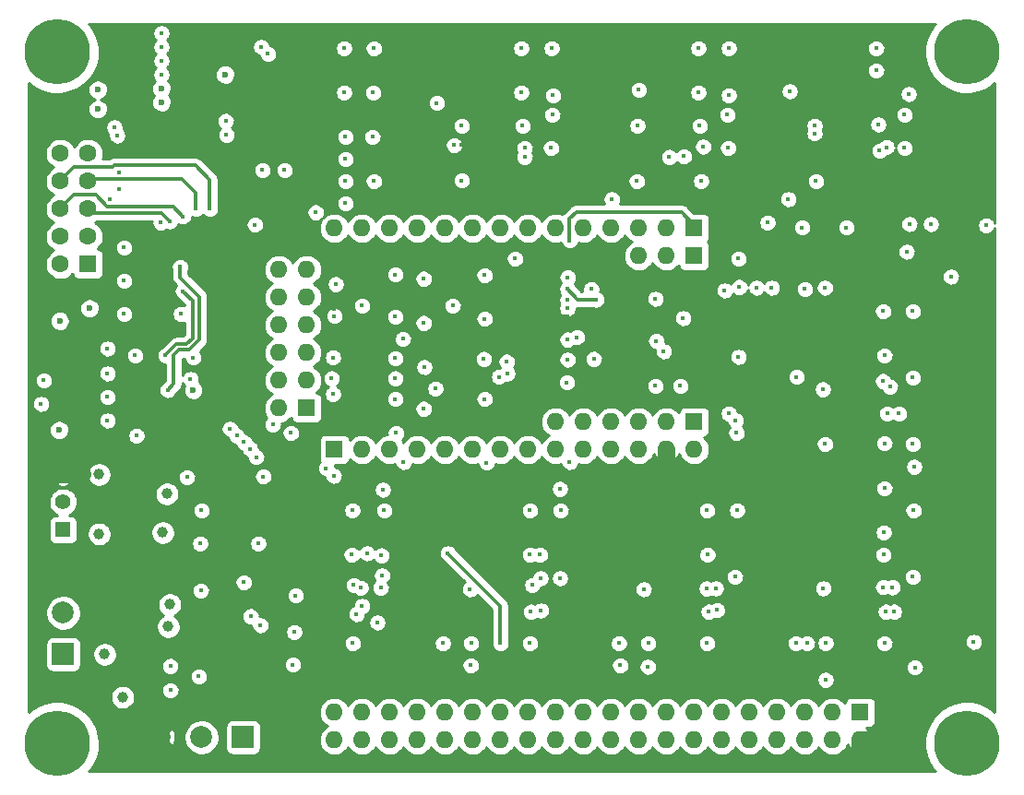
<source format=gbr>
G04 #@! TF.FileFunction,Copper,L4,Inr,Signal*
%FSLAX46Y46*%
G04 Gerber Fmt 4.6, Leading zero omitted, Abs format (unit mm)*
G04 Created by KiCad (PCBNEW 4.0.6) date 04/24/18 14:39:14*
%MOMM*%
%LPD*%
G01*
G04 APERTURE LIST*
%ADD10C,0.100000*%
%ADD11C,6.000000*%
%ADD12O,1.600000X1.600000*%
%ADD13R,1.600000X1.600000*%
%ADD14C,1.600000*%
%ADD15R,2.000000X2.000000*%
%ADD16C,2.000000*%
%ADD17R,1.400000X1.400000*%
%ADD18C,1.400000*%
%ADD19C,0.400000*%
%ADD20C,1.000000*%
%ADD21C,0.600000*%
%ADD22C,1.600000*%
%ADD23C,0.300000*%
%ADD24C,0.254000*%
G04 APERTURE END LIST*
D10*
D11*
X86750000Y66750000D03*
D12*
X54102000Y30226000D03*
X49022000Y32766000D03*
X51562000Y32766000D03*
X54102000Y32766000D03*
X56642000Y32766000D03*
X59182000Y32766000D03*
D13*
X61722000Y32766000D03*
D12*
X38862000Y30226000D03*
X41402000Y30226000D03*
X43942000Y30226000D03*
X46482000Y30226000D03*
X49022000Y30226000D03*
X51562000Y30226000D03*
X61722000Y30226000D03*
X31242000Y30226000D03*
X56642000Y30226000D03*
X33782000Y30226000D03*
X59182000Y30226000D03*
X36322000Y30226000D03*
D13*
X28702000Y30226000D03*
D12*
X23622000Y34036000D03*
X23622000Y46736000D03*
X23622000Y44196000D03*
X23622000Y41656000D03*
X23622000Y39116000D03*
X23622000Y36576000D03*
D13*
X26162000Y34036000D03*
D12*
X26162000Y36576000D03*
X26162000Y39116000D03*
X26162000Y41656000D03*
X26162000Y44196000D03*
X26162000Y46736000D03*
X56642000Y48006000D03*
X59182000Y48006000D03*
D13*
X61722000Y48006000D03*
X61722000Y50546000D03*
D12*
X36322000Y50546000D03*
X59182000Y50546000D03*
X33782000Y50546000D03*
X56642000Y50546000D03*
X31242000Y50546000D03*
X54102000Y50546000D03*
X28702000Y50546000D03*
X51562000Y50546000D03*
X49022000Y50546000D03*
X46482000Y50546000D03*
X43942000Y50546000D03*
X41402000Y50546000D03*
X38862000Y50546000D03*
D13*
X6096000Y47244000D03*
D14*
X3556000Y47244000D03*
X6096000Y49784000D03*
X3556000Y49784000D03*
X6096000Y52324000D03*
X3556000Y52324000D03*
X6096000Y54864000D03*
X3556000Y54864000D03*
X6096000Y57404000D03*
X3556000Y57404000D03*
D11*
X3250000Y3250000D03*
X86750000Y3250000D03*
X3250000Y66750000D03*
D15*
X3810000Y11430000D03*
D16*
X3810000Y15240000D03*
D15*
X20320000Y3810000D03*
D16*
X12700000Y3810000D03*
X16510000Y3810000D03*
D13*
X76962000Y6096000D03*
D12*
X76962000Y3556000D03*
X74422000Y6096000D03*
X74422000Y3556000D03*
X71882000Y6096000D03*
X71882000Y3556000D03*
X69342000Y6096000D03*
X69342000Y3556000D03*
X66802000Y6096000D03*
X66802000Y3556000D03*
X64262000Y6096000D03*
X64262000Y3556000D03*
X61722000Y6096000D03*
X61722000Y3556000D03*
X59182000Y6096000D03*
X59182000Y3556000D03*
X56642000Y6096000D03*
X56642000Y3556000D03*
X54102000Y6096000D03*
X54102000Y3556000D03*
X51562000Y6096000D03*
X51562000Y3556000D03*
X49022000Y6096000D03*
X49022000Y3556000D03*
X46482000Y6096000D03*
X46482000Y3556000D03*
X43942000Y6096000D03*
X43942000Y3556000D03*
X41402000Y6096000D03*
X41402000Y3556000D03*
X38862000Y6096000D03*
X38862000Y3556000D03*
X36322000Y6096000D03*
X36322000Y3556000D03*
X33782000Y6096000D03*
X33782000Y3556000D03*
X31242000Y6096000D03*
X31242000Y3556000D03*
X28702000Y6096000D03*
X28702000Y3556000D03*
D17*
X3810000Y22860000D03*
D18*
X3810000Y27940000D03*
X3810000Y25400000D03*
D19*
X34290000Y44450000D03*
X28638500Y43116500D03*
X36830000Y36957000D03*
X42481500Y36893500D03*
X28956000Y41275000D03*
X34290000Y40640000D03*
X36957000Y44386500D03*
X36893500Y40576500D03*
X42481500Y44513500D03*
X42481500Y40830500D03*
X42481500Y48260000D03*
X36830000Y48196500D03*
X34290000Y48196500D03*
X28765500Y48196500D03*
X41275000Y15557500D03*
X38608000Y15544800D03*
X52514500Y42481500D03*
X58229500Y42291000D03*
X54000400Y46939200D03*
X44399200Y42367200D03*
X50088800Y42468800D03*
X38506400Y24638000D03*
X41249600Y20574000D03*
X54711600Y24638000D03*
X54864000Y15544800D03*
X57556400Y20574000D03*
X71183500Y15494000D03*
X70993000Y24638000D03*
X71120000Y33845500D03*
X71056500Y42926000D03*
X73787000Y20574000D03*
X73787000Y38862000D03*
X87376000Y15430500D03*
X87312500Y24638000D03*
X87376000Y33718500D03*
X24130000Y68072000D03*
X32512000Y60833000D03*
X32385000Y64897000D03*
X37846000Y67056000D03*
X37846000Y65024000D03*
X37909500Y60007500D03*
X40513000Y67056000D03*
X40513000Y65024000D03*
X54165500Y59880500D03*
X53975000Y67056000D03*
X56705500Y67056000D03*
X56769000Y62103000D03*
X70421500Y59880500D03*
X70294500Y67056000D03*
X73025000Y67056000D03*
X86741000Y59817000D03*
X25082500Y21590000D03*
X25019000Y19558000D03*
X25019000Y15557500D03*
X87249000Y42926000D03*
X81216500Y49657000D03*
X78041500Y45910500D03*
X65722500Y50546000D03*
X60706000Y39560500D03*
X40322500Y58229500D03*
X40386000Y61976000D03*
X71691500Y57023000D03*
X73533000Y33718500D03*
X57531000Y15557500D03*
X73850500Y15557500D03*
X56515000Y58928000D03*
D20*
X7620000Y9144000D03*
X7874000Y16002000D03*
X7874000Y13970000D03*
X7112000Y18161000D03*
D19*
X30353000Y24638000D03*
X33274000Y24638000D03*
X41148000Y17399000D03*
X41249600Y12446000D03*
X49466500Y24638000D03*
X49403000Y18415000D03*
X42418000Y38544500D03*
X42481500Y42227500D03*
X42481500Y46228000D03*
X34290000Y38608000D03*
X34290000Y42418000D03*
X34290000Y46291500D03*
X57467500Y10287000D03*
X73558400Y17475200D03*
X79095600Y20574000D03*
X50101500Y43942000D03*
X50101500Y40322500D03*
X38658800Y12446000D03*
X46634400Y20574000D03*
X46634400Y24638000D03*
X54813200Y12446000D03*
X57505600Y12446000D03*
X62941200Y20574000D03*
X62890400Y24638000D03*
X71056500Y12446000D03*
X65468500Y18542000D03*
X65659000Y24638000D03*
X65595500Y31750000D03*
X71120000Y36893500D03*
X73787000Y9080500D03*
X73787000Y12446000D03*
X79121000Y22606000D03*
X79184500Y26670000D03*
X79184500Y30797500D03*
X87376000Y12573000D03*
X81788000Y18542000D03*
X81851500Y24638000D03*
X81788000Y30734000D03*
X81788000Y36830000D03*
X79184500Y38862000D03*
X22098000Y55880000D03*
X29718000Y52832000D03*
X29591000Y67056000D03*
X29591000Y62992000D03*
X29718000Y56896000D03*
X32321500Y54864000D03*
X32194500Y58928000D03*
X32258000Y62992000D03*
X32321500Y67056000D03*
X45847000Y62992000D03*
X45847000Y67056000D03*
X48641000Y67056000D03*
X48704500Y60960000D03*
X48577500Y57912000D03*
X62103000Y62992000D03*
X62103000Y67056000D03*
X64770000Y60960000D03*
X64833500Y57912000D03*
X64897000Y67056000D03*
X78422500Y67056000D03*
X78422500Y65024000D03*
X81026000Y57912000D03*
X81026000Y60960000D03*
X30289500Y20574000D03*
X25146000Y16827500D03*
X25019000Y13462000D03*
X41211500Y10414000D03*
X24892000Y10477500D03*
X16446500Y17272000D03*
X16383000Y21590000D03*
X15176500Y27686000D03*
D21*
X3492500Y42037000D03*
D19*
X10414000Y38862000D03*
X9398000Y42672000D03*
X9398000Y48768000D03*
X79057500Y42926000D03*
X81788000Y42926000D03*
X85280500Y46101000D03*
X81216500Y48387000D03*
X71628000Y50609500D03*
X75692000Y50609500D03*
X64516000Y44831000D03*
X60706000Y42291000D03*
X60452000Y36068000D03*
X58166000Y36068000D03*
X58229500Y40195500D03*
X58166000Y44069000D03*
X50038000Y36385500D03*
X42481500Y34861500D03*
X34290000Y34861500D03*
X9398000Y45720000D03*
X10541000Y31496000D03*
X16510000Y24638000D03*
X16256000Y9398000D03*
X33083500Y18669000D03*
X32956500Y17526000D03*
X73533000Y35750500D03*
X57086500Y17399000D03*
X64897000Y33528000D03*
X68453000Y51054000D03*
X78613000Y60071000D03*
X62230000Y59944000D03*
X45974000Y59944000D03*
D21*
X12827000Y63373000D03*
D20*
X9271000Y7493000D03*
D21*
X6985000Y63246000D03*
X3429000Y32004000D03*
D20*
X13335000Y26162000D03*
X12954000Y22606000D03*
X13589000Y16002000D03*
X13462000Y13970000D03*
D19*
X83439000Y50927000D03*
X46634400Y12446000D03*
X46863000Y17780000D03*
X73723500Y30734000D03*
X79057500Y36512500D03*
X68834000Y45085000D03*
X28448000Y36766500D03*
X71882000Y44958000D03*
X30378400Y12446000D03*
X30480000Y17780000D03*
X62890400Y12446000D03*
X79184500Y12446000D03*
X22606000Y66548000D03*
X29718000Y54864000D03*
X29718000Y58928000D03*
X21717000Y21590000D03*
X14605000Y42672000D03*
X73723500Y45085000D03*
X58928000Y39243000D03*
X52514500Y38544500D03*
X44513500Y38290500D03*
X50101500Y38481000D03*
X50101500Y46037500D03*
X45275500Y47752000D03*
X34290000Y36766500D03*
X21907500Y14097000D03*
X79057500Y17589500D03*
X62865000Y17462500D03*
D20*
X7620000Y11430000D03*
D21*
X18669000Y64643000D03*
X12827000Y62103000D03*
X6985000Y61468000D03*
X6223000Y43180000D03*
X15748000Y35687000D03*
D19*
X31115000Y17526000D03*
X39560500Y43434000D03*
X31242000Y43434000D03*
X34988500Y40386000D03*
X79692500Y36004500D03*
X30734000Y15113000D03*
X65849500Y45148500D03*
X79438500Y33528000D03*
X46736000Y15341600D03*
X63042800Y15341600D03*
X79298800Y15341600D03*
X79908400Y17576800D03*
X65786000Y47752000D03*
X31242000Y15875000D03*
X67437000Y45085000D03*
X80518000Y33528000D03*
X80060800Y15341600D03*
X63804800Y15494000D03*
X47650400Y15443200D03*
X37973000Y35814000D03*
X28575000Y35306000D03*
X63703200Y17475200D03*
X33147000Y26543000D03*
X47625000Y18415000D03*
X13652500Y8128000D03*
X13652500Y10350500D03*
X50292000Y49428400D03*
D20*
X7112000Y22479000D03*
X7112000Y27940000D03*
D19*
X59436000Y57086500D03*
X39687500Y58166000D03*
X72771000Y59245500D03*
X13398500Y35687000D03*
X14541500Y46990000D03*
X21399500Y50863500D03*
X12763500Y51054000D03*
X26987500Y52006500D03*
X38100000Y62039500D03*
X7874000Y39497000D03*
X7874000Y37211000D03*
X7874000Y35052000D03*
X7874000Y32893000D03*
X13589000Y51181000D03*
X14795500Y51625500D03*
X16002000Y52324000D03*
X17272000Y52324000D03*
X36957000Y37782500D03*
X36893500Y41846500D03*
X35052000Y29083000D03*
X36893500Y45910500D03*
X28575000Y38671500D03*
X33020000Y20510500D03*
X28702000Y42481500D03*
X28829000Y45402500D03*
X31686500Y20701000D03*
X81978500Y10223500D03*
X72072500Y12446000D03*
X81915000Y28638500D03*
X43942000Y12446000D03*
X39116000Y20701000D03*
X36893500Y33972500D03*
X50292000Y29083000D03*
X47561500Y20574000D03*
X54927500Y10414000D03*
X70358000Y53213000D03*
X54165500Y53213000D03*
X88519000Y50800000D03*
X18732500Y60388500D03*
X24701500Y31750000D03*
X23050500Y32512000D03*
X18796000Y59118500D03*
X19113500Y32131000D03*
X19748500Y31496000D03*
X20383500Y30924500D03*
X20955000Y30289500D03*
X21526500Y29527500D03*
X22161500Y27749500D03*
X12827000Y64643000D03*
X32639000Y14351000D03*
X28638500Y27813000D03*
X12827000Y65913000D03*
X12827000Y68453000D03*
X27940000Y28511500D03*
X12827000Y67183000D03*
X34353500Y31750000D03*
X72898000Y54864000D03*
X40386000Y54927500D03*
X56451500Y54864000D03*
X81470500Y50927000D03*
X49403000Y26606500D03*
X62357000Y54864000D03*
X8763000Y59055000D03*
X2032000Y36576000D03*
X1778000Y34417000D03*
X8509000Y59817000D03*
X78740000Y57658000D03*
X46164500Y57912000D03*
X60769500Y57150000D03*
X44577000Y37211000D03*
X50952400Y40538400D03*
X50088800Y43180000D03*
X52273200Y44958000D03*
X79375000Y57975500D03*
X46164500Y57086500D03*
X62547500Y58039000D03*
X81407000Y62865000D03*
X72771000Y59944000D03*
X64897000Y62738000D03*
X56515000Y59944000D03*
X48768000Y62738000D03*
X40386000Y59944000D03*
X15748000Y38671500D03*
X8953500Y54165500D03*
X8128000Y53213000D03*
X21018500Y14922500D03*
X15494000Y36703000D03*
X8953500Y55689500D03*
X20383500Y18034000D03*
X70485000Y63119000D03*
X56642000Y63246000D03*
X65532000Y32893000D03*
X65786000Y38735000D03*
X42672000Y29019500D03*
X43815000Y36893500D03*
X52730400Y43992800D03*
X50088800Y44958000D03*
X24130000Y55880000D03*
X21971000Y67183000D03*
X14795500Y44767500D03*
X13208000Y38862000D03*
D22*
X59182000Y30226000D02*
X59182000Y28448000D01*
D23*
X34290000Y44450000D02*
X29972000Y44450000D01*
X29972000Y44450000D02*
X28638500Y43116500D01*
X42481500Y36893500D02*
X36893500Y36893500D01*
X36893500Y36893500D02*
X36830000Y36957000D01*
X28956000Y41275000D02*
X29591000Y40640000D01*
X29591000Y40640000D02*
X34290000Y40640000D01*
X38608000Y15544800D02*
X41262300Y15544800D01*
X41262300Y15544800D02*
X41275000Y15557500D01*
X58229500Y42291000D02*
X52705000Y42291000D01*
X52705000Y42291000D02*
X52514500Y42481500D01*
X50088800Y42468800D02*
X44500800Y42468800D01*
X44500800Y42468800D02*
X44399200Y42367200D01*
D22*
X76962000Y3556000D02*
X76962000Y1778000D01*
X76962000Y3556000D02*
X78740000Y3556000D01*
X3810000Y27940000D02*
X2032000Y27940000D01*
X3810000Y27940000D02*
X3810000Y29718000D01*
X3810000Y27940000D02*
X5588000Y27940000D01*
X12700000Y3810000D02*
X10541000Y3810000D01*
X12700000Y3810000D02*
X12700000Y1905000D01*
X12700000Y3810000D02*
X12700000Y5842000D01*
D23*
X61722000Y50546000D02*
X61722000Y50850800D01*
X61722000Y50850800D02*
X60553600Y52019200D01*
X60553600Y52019200D02*
X50901600Y52019200D01*
X50901600Y52019200D02*
X50292000Y51409600D01*
X50292000Y51409600D02*
X50292000Y49428400D01*
X13398500Y35687000D02*
X13970000Y36258500D01*
X13970000Y36258500D02*
X13970000Y38862000D01*
X13970000Y38862000D02*
X14478000Y39370000D01*
X14478000Y39370000D02*
X15367000Y39370000D01*
X15367000Y39370000D02*
X16319500Y40322500D01*
X16319500Y40322500D02*
X16319500Y44259500D01*
X16319500Y44259500D02*
X14541500Y46037500D01*
X14541500Y46037500D02*
X14541500Y46990000D01*
X12827000Y51943000D02*
X6477000Y51943000D01*
X13589000Y51181000D02*
X12827000Y51943000D01*
X6477000Y51943000D02*
X6096000Y52324000D01*
X4826000Y53594000D02*
X3556000Y52324000D01*
X6794500Y53594000D02*
X4826000Y53594000D01*
X7874000Y52514500D02*
X6794500Y53594000D01*
X13906500Y52514500D02*
X7874000Y52514500D01*
X14795500Y51625500D02*
X13906500Y52514500D01*
X16002000Y52324000D02*
X16002000Y53467000D01*
X16002000Y53467000D02*
X16002000Y53784500D01*
X16002000Y53784500D02*
X14732000Y55054500D01*
X14732000Y55054500D02*
X6286500Y55054500D01*
X6286500Y55054500D02*
X6096000Y54864000D01*
X4826000Y56134000D02*
X3556000Y54864000D01*
X8318500Y56134000D02*
X4826000Y56134000D01*
X8509000Y56324500D02*
X8318500Y56134000D01*
X15938500Y56324500D02*
X8509000Y56324500D01*
X17272000Y54991000D02*
X15938500Y56324500D01*
X17272000Y52324000D02*
X17272000Y54991000D01*
X43942000Y15875000D02*
X43942000Y12446000D01*
X39116000Y20701000D02*
X43942000Y15875000D01*
X52730400Y43992800D02*
X51054000Y43992800D01*
X51054000Y43992800D02*
X50088800Y44958000D01*
X15684500Y43878500D02*
X14795500Y44767500D01*
X15684500Y40449500D02*
X15684500Y43878500D01*
X15113000Y39878000D02*
X15684500Y40449500D01*
X14224000Y39878000D02*
X15113000Y39878000D01*
X13208000Y38862000D02*
X14224000Y39878000D01*
D24*
G36*
X83765675Y69254146D02*
X83336120Y68626796D01*
X83036599Y67927960D01*
X82878520Y67184256D01*
X82867904Y66424011D01*
X83005156Y65676183D01*
X83285048Y64969257D01*
X83696919Y64330158D01*
X84225081Y63783230D01*
X84849416Y63349306D01*
X85546144Y63044913D01*
X86288727Y62881646D01*
X87048879Y62865723D01*
X87797647Y62997751D01*
X88506510Y63272701D01*
X89148469Y63680100D01*
X89323000Y63846304D01*
X89323000Y50997425D01*
X89314533Y51040186D01*
X89252730Y51190131D01*
X89162980Y51325217D01*
X89048700Y51440297D01*
X88914244Y51530989D01*
X88764734Y51593837D01*
X88605863Y51626449D01*
X88443684Y51627581D01*
X88284374Y51597191D01*
X88134001Y51536436D01*
X87998292Y51447631D01*
X87882416Y51334157D01*
X87790788Y51200338D01*
X87726898Y51051270D01*
X87693178Y50892631D01*
X87690913Y50730464D01*
X87720191Y50570945D01*
X87779894Y50420151D01*
X87867750Y50283826D01*
X87980412Y50167161D01*
X88113588Y50074601D01*
X88262207Y50009671D01*
X88420606Y49974845D01*
X88582754Y49971448D01*
X88742473Y49999611D01*
X88893680Y50058260D01*
X89030615Y50145162D01*
X89148064Y50257007D01*
X89241551Y50389534D01*
X89307517Y50537695D01*
X89323000Y50605845D01*
X89323000Y6161355D01*
X89233250Y6251734D01*
X88602917Y6676899D01*
X87902007Y6971534D01*
X87157218Y7124418D01*
X86396917Y7129726D01*
X85650066Y6987256D01*
X84945110Y6702436D01*
X84308903Y6286113D01*
X83765675Y5754146D01*
X83336120Y5126796D01*
X83036599Y4427960D01*
X82878520Y3684256D01*
X82867904Y2924011D01*
X83005156Y2176183D01*
X83285048Y1469257D01*
X83696919Y830158D01*
X83844822Y677000D01*
X6170265Y677000D01*
X6199070Y704431D01*
X6637343Y1325722D01*
X6946592Y2020307D01*
X7115040Y2761732D01*
X7115379Y2786064D01*
X11855669Y2786064D01*
X11963229Y2579857D01*
X12217376Y2459757D01*
X12490068Y2391547D01*
X12770829Y2377846D01*
X13048867Y2419182D01*
X13313499Y2513967D01*
X13436771Y2579857D01*
X13544331Y2786064D01*
X12700000Y3630395D01*
X11855669Y2786064D01*
X7115379Y2786064D01*
X7127166Y3630159D01*
X7105582Y3739171D01*
X11267846Y3739171D01*
X11309182Y3461133D01*
X11403967Y3196501D01*
X11469857Y3073229D01*
X11676064Y2965669D01*
X12520395Y3810000D01*
X12879605Y3810000D01*
X13723936Y2965669D01*
X13930143Y3073229D01*
X14050243Y3327376D01*
X14118453Y3600068D01*
X14122021Y3673197D01*
X14880862Y3673197D01*
X14938460Y3359368D01*
X15055918Y3062703D01*
X15228762Y2794503D01*
X15450407Y2564982D01*
X15712412Y2382884D01*
X16004797Y2255144D01*
X16316425Y2186628D01*
X16635426Y2179946D01*
X16949649Y2235352D01*
X17247127Y2350736D01*
X17516528Y2521703D01*
X17747590Y2741741D01*
X17931513Y3002468D01*
X18061291Y3293954D01*
X18131981Y3605096D01*
X18137069Y3969536D01*
X18075095Y4282530D01*
X17953506Y4577526D01*
X17799051Y4810000D01*
X18689967Y4810000D01*
X18689967Y2810000D01*
X18697929Y2710153D01*
X18750374Y2540801D01*
X18847923Y2392765D01*
X18982852Y2277766D01*
X19144477Y2204911D01*
X19320000Y2179967D01*
X21320000Y2179967D01*
X21419847Y2187929D01*
X21589199Y2240374D01*
X21737235Y2337923D01*
X21852234Y2472852D01*
X21925089Y2634477D01*
X21950033Y2810000D01*
X21950033Y4810000D01*
X21942071Y4909847D01*
X21889626Y5079199D01*
X21792077Y5227235D01*
X21657148Y5342234D01*
X21495523Y5415089D01*
X21320000Y5440033D01*
X19320000Y5440033D01*
X19220153Y5432071D01*
X19050801Y5379626D01*
X18902765Y5282077D01*
X18787766Y5147148D01*
X18714911Y4985523D01*
X18689967Y4810000D01*
X17799051Y4810000D01*
X17776935Y4843287D01*
X17552107Y5069691D01*
X17287585Y5248113D01*
X16993445Y5371758D01*
X16680891Y5435916D01*
X16361827Y5438144D01*
X16048408Y5378356D01*
X15752570Y5258829D01*
X15485583Y5084118D01*
X15257615Y4860875D01*
X15077351Y4597606D01*
X14951655Y4304336D01*
X14885317Y3992237D01*
X14880862Y3673197D01*
X14122021Y3673197D01*
X14132154Y3880829D01*
X14090818Y4158867D01*
X13996033Y4423499D01*
X13930143Y4546771D01*
X13723936Y4654331D01*
X12879605Y3810000D01*
X12520395Y3810000D01*
X11676064Y4654331D01*
X11469857Y4546771D01*
X11349757Y4292624D01*
X11281547Y4019932D01*
X11267846Y3739171D01*
X7105582Y3739171D01*
X6979486Y4375998D01*
X6790738Y4833936D01*
X11855669Y4833936D01*
X12700000Y3989605D01*
X13544331Y4833936D01*
X13436771Y5040143D01*
X13182624Y5160243D01*
X12909932Y5228453D01*
X12629171Y5242154D01*
X12351133Y5200818D01*
X12086501Y5106033D01*
X11963229Y5040143D01*
X11855669Y4833936D01*
X6790738Y4833936D01*
X6689751Y5078948D01*
X6268997Y5712234D01*
X5878008Y6105962D01*
X27268130Y6105962D01*
X27293371Y5828607D01*
X27372004Y5561436D01*
X27501032Y5314627D01*
X27675542Y5097580D01*
X27888887Y4918563D01*
X28057887Y4825655D01*
X27905405Y4744579D01*
X27689582Y4568557D01*
X27512058Y4353968D01*
X27379596Y4108985D01*
X27297241Y3842938D01*
X27268130Y3565962D01*
X27293371Y3288607D01*
X27372004Y3021436D01*
X27501032Y2774627D01*
X27675542Y2557580D01*
X27888887Y2378563D01*
X28132940Y2244394D01*
X28398405Y2160183D01*
X28675171Y2129139D01*
X28695095Y2129000D01*
X28708905Y2129000D01*
X28986077Y2156177D01*
X29252692Y2236673D01*
X29498595Y2367421D01*
X29714418Y2543443D01*
X29891942Y2758032D01*
X29972154Y2906380D01*
X30041032Y2774627D01*
X30215542Y2557580D01*
X30428887Y2378563D01*
X30672940Y2244394D01*
X30938405Y2160183D01*
X31215171Y2129139D01*
X31235095Y2129000D01*
X31248905Y2129000D01*
X31526077Y2156177D01*
X31792692Y2236673D01*
X32038595Y2367421D01*
X32254418Y2543443D01*
X32431942Y2758032D01*
X32512154Y2906380D01*
X32581032Y2774627D01*
X32755542Y2557580D01*
X32968887Y2378563D01*
X33212940Y2244394D01*
X33478405Y2160183D01*
X33755171Y2129139D01*
X33775095Y2129000D01*
X33788905Y2129000D01*
X34066077Y2156177D01*
X34332692Y2236673D01*
X34578595Y2367421D01*
X34794418Y2543443D01*
X34971942Y2758032D01*
X35052154Y2906380D01*
X35121032Y2774627D01*
X35295542Y2557580D01*
X35508887Y2378563D01*
X35752940Y2244394D01*
X36018405Y2160183D01*
X36295171Y2129139D01*
X36315095Y2129000D01*
X36328905Y2129000D01*
X36606077Y2156177D01*
X36872692Y2236673D01*
X37118595Y2367421D01*
X37334418Y2543443D01*
X37511942Y2758032D01*
X37592154Y2906380D01*
X37661032Y2774627D01*
X37835542Y2557580D01*
X38048887Y2378563D01*
X38292940Y2244394D01*
X38558405Y2160183D01*
X38835171Y2129139D01*
X38855095Y2129000D01*
X38868905Y2129000D01*
X39146077Y2156177D01*
X39412692Y2236673D01*
X39658595Y2367421D01*
X39874418Y2543443D01*
X40051942Y2758032D01*
X40132154Y2906380D01*
X40201032Y2774627D01*
X40375542Y2557580D01*
X40588887Y2378563D01*
X40832940Y2244394D01*
X41098405Y2160183D01*
X41375171Y2129139D01*
X41395095Y2129000D01*
X41408905Y2129000D01*
X41686077Y2156177D01*
X41952692Y2236673D01*
X42198595Y2367421D01*
X42414418Y2543443D01*
X42591942Y2758032D01*
X42672154Y2906380D01*
X42741032Y2774627D01*
X42915542Y2557580D01*
X43128887Y2378563D01*
X43372940Y2244394D01*
X43638405Y2160183D01*
X43915171Y2129139D01*
X43935095Y2129000D01*
X43948905Y2129000D01*
X44226077Y2156177D01*
X44492692Y2236673D01*
X44738595Y2367421D01*
X44954418Y2543443D01*
X45131942Y2758032D01*
X45212154Y2906380D01*
X45281032Y2774627D01*
X45455542Y2557580D01*
X45668887Y2378563D01*
X45912940Y2244394D01*
X46178405Y2160183D01*
X46455171Y2129139D01*
X46475095Y2129000D01*
X46488905Y2129000D01*
X46766077Y2156177D01*
X47032692Y2236673D01*
X47278595Y2367421D01*
X47494418Y2543443D01*
X47671942Y2758032D01*
X47752154Y2906380D01*
X47821032Y2774627D01*
X47995542Y2557580D01*
X48208887Y2378563D01*
X48452940Y2244394D01*
X48718405Y2160183D01*
X48995171Y2129139D01*
X49015095Y2129000D01*
X49028905Y2129000D01*
X49306077Y2156177D01*
X49572692Y2236673D01*
X49818595Y2367421D01*
X50034418Y2543443D01*
X50211942Y2758032D01*
X50292154Y2906380D01*
X50361032Y2774627D01*
X50535542Y2557580D01*
X50748887Y2378563D01*
X50992940Y2244394D01*
X51258405Y2160183D01*
X51535171Y2129139D01*
X51555095Y2129000D01*
X51568905Y2129000D01*
X51846077Y2156177D01*
X52112692Y2236673D01*
X52358595Y2367421D01*
X52574418Y2543443D01*
X52751942Y2758032D01*
X52832154Y2906380D01*
X52901032Y2774627D01*
X53075542Y2557580D01*
X53288887Y2378563D01*
X53532940Y2244394D01*
X53798405Y2160183D01*
X54075171Y2129139D01*
X54095095Y2129000D01*
X54108905Y2129000D01*
X54386077Y2156177D01*
X54652692Y2236673D01*
X54898595Y2367421D01*
X55114418Y2543443D01*
X55291942Y2758032D01*
X55372154Y2906380D01*
X55441032Y2774627D01*
X55615542Y2557580D01*
X55828887Y2378563D01*
X56072940Y2244394D01*
X56338405Y2160183D01*
X56615171Y2129139D01*
X56635095Y2129000D01*
X56648905Y2129000D01*
X56926077Y2156177D01*
X57192692Y2236673D01*
X57438595Y2367421D01*
X57654418Y2543443D01*
X57831942Y2758032D01*
X57912154Y2906380D01*
X57981032Y2774627D01*
X58155542Y2557580D01*
X58368887Y2378563D01*
X58612940Y2244394D01*
X58878405Y2160183D01*
X59155171Y2129139D01*
X59175095Y2129000D01*
X59188905Y2129000D01*
X59466077Y2156177D01*
X59732692Y2236673D01*
X59978595Y2367421D01*
X60194418Y2543443D01*
X60371942Y2758032D01*
X60452154Y2906380D01*
X60521032Y2774627D01*
X60695542Y2557580D01*
X60908887Y2378563D01*
X61152940Y2244394D01*
X61418405Y2160183D01*
X61695171Y2129139D01*
X61715095Y2129000D01*
X61728905Y2129000D01*
X62006077Y2156177D01*
X62272692Y2236673D01*
X62518595Y2367421D01*
X62734418Y2543443D01*
X62911942Y2758032D01*
X62992154Y2906380D01*
X63061032Y2774627D01*
X63235542Y2557580D01*
X63448887Y2378563D01*
X63692940Y2244394D01*
X63958405Y2160183D01*
X64235171Y2129139D01*
X64255095Y2129000D01*
X64268905Y2129000D01*
X64546077Y2156177D01*
X64812692Y2236673D01*
X65058595Y2367421D01*
X65274418Y2543443D01*
X65451942Y2758032D01*
X65532154Y2906380D01*
X65601032Y2774627D01*
X65775542Y2557580D01*
X65988887Y2378563D01*
X66232940Y2244394D01*
X66498405Y2160183D01*
X66775171Y2129139D01*
X66795095Y2129000D01*
X66808905Y2129000D01*
X67086077Y2156177D01*
X67352692Y2236673D01*
X67598595Y2367421D01*
X67814418Y2543443D01*
X67991942Y2758032D01*
X68072154Y2906380D01*
X68141032Y2774627D01*
X68315542Y2557580D01*
X68528887Y2378563D01*
X68772940Y2244394D01*
X69038405Y2160183D01*
X69315171Y2129139D01*
X69335095Y2129000D01*
X69348905Y2129000D01*
X69626077Y2156177D01*
X69892692Y2236673D01*
X70138595Y2367421D01*
X70354418Y2543443D01*
X70531942Y2758032D01*
X70612154Y2906380D01*
X70681032Y2774627D01*
X70855542Y2557580D01*
X71068887Y2378563D01*
X71312940Y2244394D01*
X71578405Y2160183D01*
X71855171Y2129139D01*
X71875095Y2129000D01*
X71888905Y2129000D01*
X72166077Y2156177D01*
X72432692Y2236673D01*
X72678595Y2367421D01*
X72894418Y2543443D01*
X73071942Y2758032D01*
X73152154Y2906380D01*
X73221032Y2774627D01*
X73395542Y2557580D01*
X73608887Y2378563D01*
X73852940Y2244394D01*
X74118405Y2160183D01*
X74395171Y2129139D01*
X74415095Y2129000D01*
X74428905Y2129000D01*
X74706077Y2156177D01*
X74972692Y2236673D01*
X75218595Y2367421D01*
X75434418Y2543443D01*
X75611942Y2758032D01*
X75744404Y3003015D01*
X75796857Y3172465D01*
X75800518Y3160395D01*
X75900014Y2941403D01*
X76040322Y2746029D01*
X76216049Y2581782D01*
X76420443Y2454974D01*
X76645648Y2370477D01*
X76835000Y2442334D01*
X76835000Y3429000D01*
X77089000Y3429000D01*
X77089000Y2442334D01*
X77278352Y2370477D01*
X77503557Y2454974D01*
X77707951Y2581782D01*
X77883678Y2746029D01*
X78023986Y2941403D01*
X78123482Y3160395D01*
X78147518Y3239649D01*
X78075028Y3429000D01*
X77089000Y3429000D01*
X76835000Y3429000D01*
X76815000Y3429000D01*
X76815000Y3683000D01*
X76835000Y3683000D01*
X76835000Y3703000D01*
X77089000Y3703000D01*
X77089000Y3683000D01*
X78075028Y3683000D01*
X78147518Y3872351D01*
X78123482Y3951605D01*
X78023986Y4170597D01*
X77883678Y4365971D01*
X77707951Y4530218D01*
X77503557Y4657026D01*
X77479727Y4665967D01*
X77762000Y4665967D01*
X77861847Y4673929D01*
X78031199Y4726374D01*
X78179235Y4823923D01*
X78294234Y4958852D01*
X78367089Y5120477D01*
X78392033Y5296000D01*
X78392033Y6896000D01*
X78384071Y6995847D01*
X78331626Y7165199D01*
X78234077Y7313235D01*
X78099148Y7428234D01*
X77937523Y7501089D01*
X77762000Y7526033D01*
X76162000Y7526033D01*
X76062153Y7518071D01*
X75892801Y7465626D01*
X75744765Y7368077D01*
X75629766Y7233148D01*
X75556911Y7071523D01*
X75543386Y6976353D01*
X75448458Y7094420D01*
X75235113Y7273437D01*
X74991060Y7407606D01*
X74725595Y7491817D01*
X74448829Y7522861D01*
X74428905Y7523000D01*
X74415095Y7523000D01*
X74137923Y7495823D01*
X73871308Y7415327D01*
X73625405Y7284579D01*
X73409582Y7108557D01*
X73232058Y6893968D01*
X73151846Y6745620D01*
X73082968Y6877373D01*
X72908458Y7094420D01*
X72695113Y7273437D01*
X72451060Y7407606D01*
X72185595Y7491817D01*
X71908829Y7522861D01*
X71888905Y7523000D01*
X71875095Y7523000D01*
X71597923Y7495823D01*
X71331308Y7415327D01*
X71085405Y7284579D01*
X70869582Y7108557D01*
X70692058Y6893968D01*
X70611846Y6745620D01*
X70542968Y6877373D01*
X70368458Y7094420D01*
X70155113Y7273437D01*
X69911060Y7407606D01*
X69645595Y7491817D01*
X69368829Y7522861D01*
X69348905Y7523000D01*
X69335095Y7523000D01*
X69057923Y7495823D01*
X68791308Y7415327D01*
X68545405Y7284579D01*
X68329582Y7108557D01*
X68152058Y6893968D01*
X68071846Y6745620D01*
X68002968Y6877373D01*
X67828458Y7094420D01*
X67615113Y7273437D01*
X67371060Y7407606D01*
X67105595Y7491817D01*
X66828829Y7522861D01*
X66808905Y7523000D01*
X66795095Y7523000D01*
X66517923Y7495823D01*
X66251308Y7415327D01*
X66005405Y7284579D01*
X65789582Y7108557D01*
X65612058Y6893968D01*
X65531846Y6745620D01*
X65462968Y6877373D01*
X65288458Y7094420D01*
X65075113Y7273437D01*
X64831060Y7407606D01*
X64565595Y7491817D01*
X64288829Y7522861D01*
X64268905Y7523000D01*
X64255095Y7523000D01*
X63977923Y7495823D01*
X63711308Y7415327D01*
X63465405Y7284579D01*
X63249582Y7108557D01*
X63072058Y6893968D01*
X62991846Y6745620D01*
X62922968Y6877373D01*
X62748458Y7094420D01*
X62535113Y7273437D01*
X62291060Y7407606D01*
X62025595Y7491817D01*
X61748829Y7522861D01*
X61728905Y7523000D01*
X61715095Y7523000D01*
X61437923Y7495823D01*
X61171308Y7415327D01*
X60925405Y7284579D01*
X60709582Y7108557D01*
X60532058Y6893968D01*
X60451846Y6745620D01*
X60382968Y6877373D01*
X60208458Y7094420D01*
X59995113Y7273437D01*
X59751060Y7407606D01*
X59485595Y7491817D01*
X59208829Y7522861D01*
X59188905Y7523000D01*
X59175095Y7523000D01*
X58897923Y7495823D01*
X58631308Y7415327D01*
X58385405Y7284579D01*
X58169582Y7108557D01*
X57992058Y6893968D01*
X57911846Y6745620D01*
X57842968Y6877373D01*
X57668458Y7094420D01*
X57455113Y7273437D01*
X57211060Y7407606D01*
X56945595Y7491817D01*
X56668829Y7522861D01*
X56648905Y7523000D01*
X56635095Y7523000D01*
X56357923Y7495823D01*
X56091308Y7415327D01*
X55845405Y7284579D01*
X55629582Y7108557D01*
X55452058Y6893968D01*
X55371846Y6745620D01*
X55302968Y6877373D01*
X55128458Y7094420D01*
X54915113Y7273437D01*
X54671060Y7407606D01*
X54405595Y7491817D01*
X54128829Y7522861D01*
X54108905Y7523000D01*
X54095095Y7523000D01*
X53817923Y7495823D01*
X53551308Y7415327D01*
X53305405Y7284579D01*
X53089582Y7108557D01*
X52912058Y6893968D01*
X52831846Y6745620D01*
X52762968Y6877373D01*
X52588458Y7094420D01*
X52375113Y7273437D01*
X52131060Y7407606D01*
X51865595Y7491817D01*
X51588829Y7522861D01*
X51568905Y7523000D01*
X51555095Y7523000D01*
X51277923Y7495823D01*
X51011308Y7415327D01*
X50765405Y7284579D01*
X50549582Y7108557D01*
X50372058Y6893968D01*
X50291846Y6745620D01*
X50222968Y6877373D01*
X50048458Y7094420D01*
X49835113Y7273437D01*
X49591060Y7407606D01*
X49325595Y7491817D01*
X49048829Y7522861D01*
X49028905Y7523000D01*
X49015095Y7523000D01*
X48737923Y7495823D01*
X48471308Y7415327D01*
X48225405Y7284579D01*
X48009582Y7108557D01*
X47832058Y6893968D01*
X47751846Y6745620D01*
X47682968Y6877373D01*
X47508458Y7094420D01*
X47295113Y7273437D01*
X47051060Y7407606D01*
X46785595Y7491817D01*
X46508829Y7522861D01*
X46488905Y7523000D01*
X46475095Y7523000D01*
X46197923Y7495823D01*
X45931308Y7415327D01*
X45685405Y7284579D01*
X45469582Y7108557D01*
X45292058Y6893968D01*
X45211846Y6745620D01*
X45142968Y6877373D01*
X44968458Y7094420D01*
X44755113Y7273437D01*
X44511060Y7407606D01*
X44245595Y7491817D01*
X43968829Y7522861D01*
X43948905Y7523000D01*
X43935095Y7523000D01*
X43657923Y7495823D01*
X43391308Y7415327D01*
X43145405Y7284579D01*
X42929582Y7108557D01*
X42752058Y6893968D01*
X42671846Y6745620D01*
X42602968Y6877373D01*
X42428458Y7094420D01*
X42215113Y7273437D01*
X41971060Y7407606D01*
X41705595Y7491817D01*
X41428829Y7522861D01*
X41408905Y7523000D01*
X41395095Y7523000D01*
X41117923Y7495823D01*
X40851308Y7415327D01*
X40605405Y7284579D01*
X40389582Y7108557D01*
X40212058Y6893968D01*
X40131846Y6745620D01*
X40062968Y6877373D01*
X39888458Y7094420D01*
X39675113Y7273437D01*
X39431060Y7407606D01*
X39165595Y7491817D01*
X38888829Y7522861D01*
X38868905Y7523000D01*
X38855095Y7523000D01*
X38577923Y7495823D01*
X38311308Y7415327D01*
X38065405Y7284579D01*
X37849582Y7108557D01*
X37672058Y6893968D01*
X37591846Y6745620D01*
X37522968Y6877373D01*
X37348458Y7094420D01*
X37135113Y7273437D01*
X36891060Y7407606D01*
X36625595Y7491817D01*
X36348829Y7522861D01*
X36328905Y7523000D01*
X36315095Y7523000D01*
X36037923Y7495823D01*
X35771308Y7415327D01*
X35525405Y7284579D01*
X35309582Y7108557D01*
X35132058Y6893968D01*
X35051846Y6745620D01*
X34982968Y6877373D01*
X34808458Y7094420D01*
X34595113Y7273437D01*
X34351060Y7407606D01*
X34085595Y7491817D01*
X33808829Y7522861D01*
X33788905Y7523000D01*
X33775095Y7523000D01*
X33497923Y7495823D01*
X33231308Y7415327D01*
X32985405Y7284579D01*
X32769582Y7108557D01*
X32592058Y6893968D01*
X32511846Y6745620D01*
X32442968Y6877373D01*
X32268458Y7094420D01*
X32055113Y7273437D01*
X31811060Y7407606D01*
X31545595Y7491817D01*
X31268829Y7522861D01*
X31248905Y7523000D01*
X31235095Y7523000D01*
X30957923Y7495823D01*
X30691308Y7415327D01*
X30445405Y7284579D01*
X30229582Y7108557D01*
X30052058Y6893968D01*
X29971846Y6745620D01*
X29902968Y6877373D01*
X29728458Y7094420D01*
X29515113Y7273437D01*
X29271060Y7407606D01*
X29005595Y7491817D01*
X28728829Y7522861D01*
X28708905Y7523000D01*
X28695095Y7523000D01*
X28417923Y7495823D01*
X28151308Y7415327D01*
X27905405Y7284579D01*
X27689582Y7108557D01*
X27512058Y6893968D01*
X27379596Y6648985D01*
X27297241Y6382938D01*
X27268130Y6105962D01*
X5878008Y6105962D01*
X5733250Y6251734D01*
X5102917Y6676899D01*
X4402007Y6971534D01*
X3657218Y7124418D01*
X2896917Y7129726D01*
X2150066Y6987256D01*
X1445110Y6702436D01*
X808903Y6286113D01*
X677000Y6156944D01*
X677000Y7398239D01*
X8142519Y7398239D01*
X8182416Y7180854D01*
X8263778Y6975358D01*
X8383504Y6789579D01*
X8537035Y6630594D01*
X8718522Y6504457D01*
X8921053Y6415973D01*
X9136913Y6368513D01*
X9357881Y6363885D01*
X9575539Y6402264D01*
X9781598Y6482189D01*
X9968208Y6600615D01*
X10128261Y6753032D01*
X10255662Y6933634D01*
X10345557Y7135542D01*
X10394523Y7351066D01*
X10398048Y7603508D01*
X10355119Y7820315D01*
X10270897Y8024654D01*
X10248434Y8058464D01*
X12824413Y8058464D01*
X12853691Y7898945D01*
X12913394Y7748151D01*
X13001250Y7611826D01*
X13113912Y7495161D01*
X13247088Y7402601D01*
X13395707Y7337671D01*
X13554106Y7302845D01*
X13716254Y7299448D01*
X13875973Y7327611D01*
X14027180Y7386260D01*
X14164115Y7473162D01*
X14281564Y7585007D01*
X14375051Y7717534D01*
X14441017Y7865695D01*
X14476948Y8023848D01*
X14479535Y8209091D01*
X14448033Y8368186D01*
X14386230Y8518131D01*
X14296480Y8653217D01*
X14182200Y8768297D01*
X14047744Y8858989D01*
X13898234Y8921837D01*
X13739363Y8954449D01*
X13577184Y8955581D01*
X13417874Y8925191D01*
X13267501Y8864436D01*
X13131792Y8775631D01*
X13015916Y8662157D01*
X12924288Y8528338D01*
X12860398Y8379270D01*
X12826678Y8220631D01*
X12824413Y8058464D01*
X10248434Y8058464D01*
X10148588Y8208743D01*
X9992853Y8365570D01*
X9809622Y8489161D01*
X9605875Y8574808D01*
X9389374Y8619249D01*
X9168363Y8620792D01*
X8951262Y8579378D01*
X8746339Y8496584D01*
X8561401Y8375564D01*
X8403491Y8220927D01*
X8278624Y8038563D01*
X8191556Y7835420D01*
X8145605Y7619233D01*
X8142519Y7398239D01*
X677000Y7398239D01*
X677000Y9328464D01*
X15427913Y9328464D01*
X15457191Y9168945D01*
X15516894Y9018151D01*
X15604750Y8881826D01*
X15717412Y8765161D01*
X15850588Y8672601D01*
X15999207Y8607671D01*
X16157606Y8572845D01*
X16319754Y8569448D01*
X16479473Y8597611D01*
X16630680Y8656260D01*
X16767615Y8743162D01*
X16885064Y8855007D01*
X16978551Y8987534D01*
X16988982Y9010964D01*
X72958913Y9010964D01*
X72988191Y8851445D01*
X73047894Y8700651D01*
X73135750Y8564326D01*
X73248412Y8447661D01*
X73381588Y8355101D01*
X73530207Y8290171D01*
X73688606Y8255345D01*
X73850754Y8251948D01*
X74010473Y8280111D01*
X74161680Y8338760D01*
X74298615Y8425662D01*
X74416064Y8537507D01*
X74509551Y8670034D01*
X74575517Y8818195D01*
X74611448Y8976348D01*
X74614035Y9161591D01*
X74582533Y9320686D01*
X74520730Y9470631D01*
X74430980Y9605717D01*
X74316700Y9720797D01*
X74182244Y9811489D01*
X74032734Y9874337D01*
X73873863Y9906949D01*
X73711684Y9908081D01*
X73552374Y9877691D01*
X73402001Y9816936D01*
X73266292Y9728131D01*
X73150416Y9614657D01*
X73058788Y9480838D01*
X72994898Y9331770D01*
X72961178Y9173131D01*
X72958913Y9010964D01*
X16988982Y9010964D01*
X17044517Y9135695D01*
X17080448Y9293848D01*
X17083035Y9479091D01*
X17051533Y9638186D01*
X16989730Y9788131D01*
X16899980Y9923217D01*
X16785700Y10038297D01*
X16651244Y10128989D01*
X16501734Y10191837D01*
X16342863Y10224449D01*
X16180684Y10225581D01*
X16021374Y10195191D01*
X15871001Y10134436D01*
X15735292Y10045631D01*
X15619416Y9932157D01*
X15527788Y9798338D01*
X15463898Y9649270D01*
X15430178Y9490631D01*
X15427913Y9328464D01*
X677000Y9328464D01*
X677000Y12430000D01*
X2179967Y12430000D01*
X2179967Y10430000D01*
X2187929Y10330153D01*
X2240374Y10160801D01*
X2337923Y10012765D01*
X2472852Y9897766D01*
X2634477Y9824911D01*
X2810000Y9799967D01*
X4810000Y9799967D01*
X4909847Y9807929D01*
X5079199Y9860374D01*
X5227235Y9957923D01*
X5342234Y10092852D01*
X5415089Y10254477D01*
X5418853Y10280964D01*
X12824413Y10280964D01*
X12853691Y10121445D01*
X12913394Y9970651D01*
X13001250Y9834326D01*
X13113912Y9717661D01*
X13247088Y9625101D01*
X13395707Y9560171D01*
X13554106Y9525345D01*
X13716254Y9521948D01*
X13875973Y9550111D01*
X14027180Y9608760D01*
X14164115Y9695662D01*
X14281564Y9807507D01*
X14375051Y9940034D01*
X14441017Y10088195D01*
X14476948Y10246348D01*
X14479205Y10407964D01*
X24063913Y10407964D01*
X24093191Y10248445D01*
X24152894Y10097651D01*
X24240750Y9961326D01*
X24353412Y9844661D01*
X24486588Y9752101D01*
X24635207Y9687171D01*
X24793606Y9652345D01*
X24955754Y9648948D01*
X25115473Y9677111D01*
X25266680Y9735760D01*
X25403615Y9822662D01*
X25521064Y9934507D01*
X25614551Y10067034D01*
X25680517Y10215195D01*
X25709885Y10344464D01*
X40383413Y10344464D01*
X40412691Y10184945D01*
X40472394Y10034151D01*
X40560250Y9897826D01*
X40672912Y9781161D01*
X40806088Y9688601D01*
X40954707Y9623671D01*
X41113106Y9588845D01*
X41275254Y9585448D01*
X41434973Y9613611D01*
X41586180Y9672260D01*
X41723115Y9759162D01*
X41840564Y9871007D01*
X41934051Y10003534D01*
X42000017Y10151695D01*
X42035948Y10309848D01*
X42036431Y10344464D01*
X54099413Y10344464D01*
X54128691Y10184945D01*
X54188394Y10034151D01*
X54276250Y9897826D01*
X54388912Y9781161D01*
X54522088Y9688601D01*
X54670707Y9623671D01*
X54829106Y9588845D01*
X54991254Y9585448D01*
X55150973Y9613611D01*
X55302180Y9672260D01*
X55439115Y9759162D01*
X55556564Y9871007D01*
X55650051Y10003534D01*
X55716017Y10151695D01*
X55730959Y10217464D01*
X56639413Y10217464D01*
X56668691Y10057945D01*
X56728394Y9907151D01*
X56816250Y9770826D01*
X56928912Y9654161D01*
X57062088Y9561601D01*
X57210707Y9496671D01*
X57369106Y9461845D01*
X57531254Y9458448D01*
X57690973Y9486611D01*
X57842180Y9545260D01*
X57979115Y9632162D01*
X58096564Y9744007D01*
X58190051Y9876534D01*
X58256017Y10024695D01*
X58285385Y10153964D01*
X81150413Y10153964D01*
X81179691Y9994445D01*
X81239394Y9843651D01*
X81327250Y9707326D01*
X81439912Y9590661D01*
X81573088Y9498101D01*
X81721707Y9433171D01*
X81880106Y9398345D01*
X82042254Y9394948D01*
X82201973Y9423111D01*
X82353180Y9481760D01*
X82490115Y9568662D01*
X82607564Y9680507D01*
X82701051Y9813034D01*
X82767017Y9961195D01*
X82802948Y10119348D01*
X82805535Y10304591D01*
X82774033Y10463686D01*
X82712230Y10613631D01*
X82622480Y10748717D01*
X82508200Y10863797D01*
X82373744Y10954489D01*
X82224234Y11017337D01*
X82065363Y11049949D01*
X81903184Y11051081D01*
X81743874Y11020691D01*
X81593501Y10959936D01*
X81457792Y10871131D01*
X81341916Y10757657D01*
X81250288Y10623838D01*
X81186398Y10474770D01*
X81152678Y10316131D01*
X81150413Y10153964D01*
X58285385Y10153964D01*
X58291948Y10182848D01*
X58294535Y10368091D01*
X58263033Y10527186D01*
X58201230Y10677131D01*
X58111480Y10812217D01*
X57997200Y10927297D01*
X57862744Y11017989D01*
X57713234Y11080837D01*
X57554363Y11113449D01*
X57392184Y11114581D01*
X57232874Y11084191D01*
X57082501Y11023436D01*
X56946792Y10934631D01*
X56830916Y10821157D01*
X56739288Y10687338D01*
X56675398Y10538270D01*
X56641678Y10379631D01*
X56639413Y10217464D01*
X55730959Y10217464D01*
X55751948Y10309848D01*
X55754535Y10495091D01*
X55723033Y10654186D01*
X55661230Y10804131D01*
X55571480Y10939217D01*
X55457200Y11054297D01*
X55322744Y11144989D01*
X55173234Y11207837D01*
X55014363Y11240449D01*
X54852184Y11241581D01*
X54692874Y11211191D01*
X54542501Y11150436D01*
X54406792Y11061631D01*
X54290916Y10948157D01*
X54199288Y10814338D01*
X54135398Y10665270D01*
X54101678Y10506631D01*
X54099413Y10344464D01*
X42036431Y10344464D01*
X42038535Y10495091D01*
X42007033Y10654186D01*
X41945230Y10804131D01*
X41855480Y10939217D01*
X41741200Y11054297D01*
X41606744Y11144989D01*
X41457234Y11207837D01*
X41298363Y11240449D01*
X41136184Y11241581D01*
X40976874Y11211191D01*
X40826501Y11150436D01*
X40690792Y11061631D01*
X40574916Y10948157D01*
X40483288Y10814338D01*
X40419398Y10665270D01*
X40385678Y10506631D01*
X40383413Y10344464D01*
X25709885Y10344464D01*
X25716448Y10373348D01*
X25719035Y10558591D01*
X25687533Y10717686D01*
X25625730Y10867631D01*
X25535980Y11002717D01*
X25421700Y11117797D01*
X25287244Y11208489D01*
X25137734Y11271337D01*
X24978863Y11303949D01*
X24816684Y11305081D01*
X24657374Y11274691D01*
X24507001Y11213936D01*
X24371292Y11125131D01*
X24255416Y11011657D01*
X24163788Y10877838D01*
X24099898Y10728770D01*
X24066178Y10570131D01*
X24063913Y10407964D01*
X14479205Y10407964D01*
X14479535Y10431591D01*
X14448033Y10590686D01*
X14386230Y10740631D01*
X14296480Y10875717D01*
X14182200Y10990797D01*
X14047744Y11081489D01*
X13898234Y11144337D01*
X13739363Y11176949D01*
X13577184Y11178081D01*
X13417874Y11147691D01*
X13267501Y11086936D01*
X13131792Y10998131D01*
X13015916Y10884657D01*
X12924288Y10750838D01*
X12860398Y10601770D01*
X12826678Y10443131D01*
X12824413Y10280964D01*
X5418853Y10280964D01*
X5440033Y10430000D01*
X5440033Y11335239D01*
X6491519Y11335239D01*
X6531416Y11117854D01*
X6612778Y10912358D01*
X6732504Y10726579D01*
X6886035Y10567594D01*
X7067522Y10441457D01*
X7270053Y10352973D01*
X7485913Y10305513D01*
X7706881Y10300885D01*
X7924539Y10339264D01*
X8130598Y10419189D01*
X8317208Y10537615D01*
X8477261Y10690032D01*
X8604662Y10870634D01*
X8694557Y11072542D01*
X8743523Y11288066D01*
X8747048Y11540508D01*
X8704119Y11757315D01*
X8619897Y11961654D01*
X8497588Y12145743D01*
X8341853Y12302570D01*
X8232301Y12376464D01*
X29550313Y12376464D01*
X29579591Y12216945D01*
X29639294Y12066151D01*
X29727150Y11929826D01*
X29839812Y11813161D01*
X29972988Y11720601D01*
X30121607Y11655671D01*
X30280006Y11620845D01*
X30442154Y11617448D01*
X30601873Y11645611D01*
X30753080Y11704260D01*
X30890015Y11791162D01*
X31007464Y11903007D01*
X31100951Y12035534D01*
X31166917Y12183695D01*
X31202848Y12341848D01*
X31203331Y12376464D01*
X37830713Y12376464D01*
X37859991Y12216945D01*
X37919694Y12066151D01*
X38007550Y11929826D01*
X38120212Y11813161D01*
X38253388Y11720601D01*
X38402007Y11655671D01*
X38560406Y11620845D01*
X38722554Y11617448D01*
X38882273Y11645611D01*
X39033480Y11704260D01*
X39170415Y11791162D01*
X39287864Y11903007D01*
X39381351Y12035534D01*
X39447317Y12183695D01*
X39483248Y12341848D01*
X39483731Y12376464D01*
X40421513Y12376464D01*
X40450791Y12216945D01*
X40510494Y12066151D01*
X40598350Y11929826D01*
X40711012Y11813161D01*
X40844188Y11720601D01*
X40992807Y11655671D01*
X41151206Y11620845D01*
X41313354Y11617448D01*
X41473073Y11645611D01*
X41624280Y11704260D01*
X41761215Y11791162D01*
X41878664Y11903007D01*
X41972151Y12035534D01*
X42038117Y12183695D01*
X42074048Y12341848D01*
X42076635Y12527091D01*
X42045133Y12686186D01*
X41983330Y12836131D01*
X41893580Y12971217D01*
X41779300Y13086297D01*
X41644844Y13176989D01*
X41495334Y13239837D01*
X41336463Y13272449D01*
X41174284Y13273581D01*
X41014974Y13243191D01*
X40864601Y13182436D01*
X40728892Y13093631D01*
X40613016Y12980157D01*
X40521388Y12846338D01*
X40457498Y12697270D01*
X40423778Y12538631D01*
X40421513Y12376464D01*
X39483731Y12376464D01*
X39485835Y12527091D01*
X39454333Y12686186D01*
X39392530Y12836131D01*
X39302780Y12971217D01*
X39188500Y13086297D01*
X39054044Y13176989D01*
X38904534Y13239837D01*
X38745663Y13272449D01*
X38583484Y13273581D01*
X38424174Y13243191D01*
X38273801Y13182436D01*
X38138092Y13093631D01*
X38022216Y12980157D01*
X37930588Y12846338D01*
X37866698Y12697270D01*
X37832978Y12538631D01*
X37830713Y12376464D01*
X31203331Y12376464D01*
X31205435Y12527091D01*
X31173933Y12686186D01*
X31112130Y12836131D01*
X31022380Y12971217D01*
X30908100Y13086297D01*
X30773644Y13176989D01*
X30624134Y13239837D01*
X30465263Y13272449D01*
X30303084Y13273581D01*
X30143774Y13243191D01*
X29993401Y13182436D01*
X29857692Y13093631D01*
X29741816Y12980157D01*
X29650188Y12846338D01*
X29586298Y12697270D01*
X29552578Y12538631D01*
X29550313Y12376464D01*
X8232301Y12376464D01*
X8158622Y12426161D01*
X7954875Y12511808D01*
X7738374Y12556249D01*
X7517363Y12557792D01*
X7300262Y12516378D01*
X7095339Y12433584D01*
X6910401Y12312564D01*
X6752491Y12157927D01*
X6627624Y11975563D01*
X6540556Y11772420D01*
X6494605Y11556233D01*
X6491519Y11335239D01*
X5440033Y11335239D01*
X5440033Y12430000D01*
X5432071Y12529847D01*
X5379626Y12699199D01*
X5282077Y12847235D01*
X5147148Y12962234D01*
X4985523Y13035089D01*
X4810000Y13060033D01*
X2810000Y13060033D01*
X2710153Y13052071D01*
X2540801Y12999626D01*
X2392765Y12902077D01*
X2277766Y12767148D01*
X2204911Y12605523D01*
X2179967Y12430000D01*
X677000Y12430000D01*
X677000Y15103197D01*
X2180862Y15103197D01*
X2238460Y14789368D01*
X2355918Y14492703D01*
X2528762Y14224503D01*
X2750407Y13994982D01*
X3012412Y13812884D01*
X3304797Y13685144D01*
X3616425Y13616628D01*
X3935426Y13609946D01*
X4249649Y13665352D01*
X4547127Y13780736D01*
X4696039Y13875239D01*
X12333519Y13875239D01*
X12373416Y13657854D01*
X12454778Y13452358D01*
X12574504Y13266579D01*
X12728035Y13107594D01*
X12909522Y12981457D01*
X13112053Y12892973D01*
X13327913Y12845513D01*
X13548881Y12840885D01*
X13766539Y12879264D01*
X13972598Y12959189D01*
X14159208Y13077615D01*
X14319261Y13230032D01*
X14446662Y13410634D01*
X14536557Y13612542D01*
X14585523Y13828066D01*
X14589048Y14080508D01*
X14546119Y14297315D01*
X14461897Y14501654D01*
X14339588Y14685743D01*
X14183853Y14842570D01*
X14168444Y14852964D01*
X20190413Y14852964D01*
X20219691Y14693445D01*
X20279394Y14542651D01*
X20367250Y14406326D01*
X20479912Y14289661D01*
X20613088Y14197101D01*
X20761707Y14132171D01*
X20920106Y14097345D01*
X21080342Y14093988D01*
X21079413Y14027464D01*
X21108691Y13867945D01*
X21168394Y13717151D01*
X21256250Y13580826D01*
X21368912Y13464161D01*
X21502088Y13371601D01*
X21650707Y13306671D01*
X21809106Y13271845D01*
X21971254Y13268448D01*
X22130973Y13296611D01*
X22282180Y13355260D01*
X22340803Y13392464D01*
X24190913Y13392464D01*
X24220191Y13232945D01*
X24279894Y13082151D01*
X24367750Y12945826D01*
X24480412Y12829161D01*
X24613588Y12736601D01*
X24762207Y12671671D01*
X24920606Y12636845D01*
X25082754Y12633448D01*
X25242473Y12661611D01*
X25393680Y12720260D01*
X25530615Y12807162D01*
X25648064Y12919007D01*
X25741551Y13051534D01*
X25807517Y13199695D01*
X25843448Y13357848D01*
X25846035Y13543091D01*
X25814533Y13702186D01*
X25752730Y13852131D01*
X25662980Y13987217D01*
X25548700Y14102297D01*
X25414244Y14192989D01*
X25264734Y14255837D01*
X25139891Y14281464D01*
X31810913Y14281464D01*
X31840191Y14121945D01*
X31899894Y13971151D01*
X31987750Y13834826D01*
X32100412Y13718161D01*
X32233588Y13625601D01*
X32382207Y13560671D01*
X32540606Y13525845D01*
X32702754Y13522448D01*
X32862473Y13550611D01*
X33013680Y13609260D01*
X33150615Y13696162D01*
X33268064Y13808007D01*
X33361551Y13940534D01*
X33427517Y14088695D01*
X33463448Y14246848D01*
X33466035Y14432091D01*
X33434533Y14591186D01*
X33372730Y14741131D01*
X33282980Y14876217D01*
X33168700Y14991297D01*
X33034244Y15081989D01*
X32884734Y15144837D01*
X32725863Y15177449D01*
X32563684Y15178581D01*
X32404374Y15148191D01*
X32254001Y15087436D01*
X32118292Y14998631D01*
X32002416Y14885157D01*
X31910788Y14751338D01*
X31846898Y14602270D01*
X31813178Y14443631D01*
X31810913Y14281464D01*
X25139891Y14281464D01*
X25105863Y14288449D01*
X24943684Y14289581D01*
X24784374Y14259191D01*
X24634001Y14198436D01*
X24498292Y14109631D01*
X24382416Y13996157D01*
X24290788Y13862338D01*
X24226898Y13713270D01*
X24193178Y13554631D01*
X24190913Y13392464D01*
X22340803Y13392464D01*
X22419115Y13442162D01*
X22536564Y13554007D01*
X22630051Y13686534D01*
X22696017Y13834695D01*
X22731948Y13992848D01*
X22734535Y14178091D01*
X22703033Y14337186D01*
X22641230Y14487131D01*
X22551480Y14622217D01*
X22437200Y14737297D01*
X22302744Y14827989D01*
X22153234Y14890837D01*
X21994363Y14923449D01*
X21844430Y14924496D01*
X21845535Y15003591D01*
X21814033Y15162686D01*
X21752230Y15312631D01*
X21662480Y15447717D01*
X21548200Y15562797D01*
X21413744Y15653489D01*
X21264234Y15716337D01*
X21105363Y15748949D01*
X20943184Y15750081D01*
X20783874Y15719691D01*
X20633501Y15658936D01*
X20497792Y15570131D01*
X20381916Y15456657D01*
X20290288Y15322838D01*
X20226398Y15173770D01*
X20192678Y15015131D01*
X20190413Y14852964D01*
X14168444Y14852964D01*
X14013200Y14957677D01*
X14099598Y14991189D01*
X14286208Y15109615D01*
X14446261Y15262032D01*
X14573662Y15442634D01*
X14663557Y15644542D01*
X14712523Y15860066D01*
X14716048Y16112508D01*
X14673119Y16329315D01*
X14588897Y16533654D01*
X14466588Y16717743D01*
X14310853Y16874570D01*
X14127622Y16998161D01*
X13923875Y17083808D01*
X13707374Y17128249D01*
X13486363Y17129792D01*
X13269262Y17088378D01*
X13064339Y17005584D01*
X12879401Y16884564D01*
X12721491Y16729927D01*
X12596624Y16547563D01*
X12509556Y16344420D01*
X12463605Y16128233D01*
X12460519Y15907239D01*
X12500416Y15689854D01*
X12581778Y15484358D01*
X12701504Y15298579D01*
X12855035Y15139594D01*
X13036341Y15013583D01*
X12937339Y14973584D01*
X12752401Y14852564D01*
X12594491Y14697927D01*
X12469624Y14515563D01*
X12382556Y14312420D01*
X12336605Y14096233D01*
X12333519Y13875239D01*
X4696039Y13875239D01*
X4816528Y13951703D01*
X5047590Y14171741D01*
X5231513Y14432468D01*
X5361291Y14723954D01*
X5431981Y15035096D01*
X5437069Y15399536D01*
X5375095Y15712530D01*
X5253506Y16007526D01*
X5076935Y16273287D01*
X4852107Y16499691D01*
X4587585Y16678113D01*
X4293445Y16801758D01*
X3980891Y16865916D01*
X3661827Y16868144D01*
X3348408Y16808356D01*
X3052570Y16688829D01*
X2785583Y16514118D01*
X2557615Y16290875D01*
X2377351Y16027606D01*
X2251655Y15734336D01*
X2185317Y15422237D01*
X2180862Y15103197D01*
X677000Y15103197D01*
X677000Y17202464D01*
X15618413Y17202464D01*
X15647691Y17042945D01*
X15707394Y16892151D01*
X15795250Y16755826D01*
X15907912Y16639161D01*
X16041088Y16546601D01*
X16189707Y16481671D01*
X16348106Y16446845D01*
X16510254Y16443448D01*
X16669973Y16471611D01*
X16821180Y16530260D01*
X16958115Y16617162D01*
X17075564Y16729007D01*
X17095990Y16757964D01*
X24317913Y16757964D01*
X24347191Y16598445D01*
X24406894Y16447651D01*
X24494750Y16311326D01*
X24607412Y16194661D01*
X24740588Y16102101D01*
X24889207Y16037171D01*
X25047606Y16002345D01*
X25209754Y15998948D01*
X25369473Y16027111D01*
X25520680Y16085760D01*
X25657615Y16172662D01*
X25775064Y16284507D01*
X25868551Y16417034D01*
X25934517Y16565195D01*
X25970448Y16723348D01*
X25973035Y16908591D01*
X25941533Y17067686D01*
X25879730Y17217631D01*
X25789980Y17352717D01*
X25675700Y17467797D01*
X25541244Y17558489D01*
X25391734Y17621337D01*
X25232863Y17653949D01*
X25070684Y17655081D01*
X24911374Y17624691D01*
X24761001Y17563936D01*
X24625292Y17475131D01*
X24509416Y17361657D01*
X24417788Y17227838D01*
X24353898Y17078770D01*
X24320178Y16920131D01*
X24317913Y16757964D01*
X17095990Y16757964D01*
X17169051Y16861534D01*
X17235017Y17009695D01*
X17270948Y17167848D01*
X17273535Y17353091D01*
X17242033Y17512186D01*
X17180230Y17662131D01*
X17090480Y17797217D01*
X16976200Y17912297D01*
X16898860Y17964464D01*
X19555413Y17964464D01*
X19584691Y17804945D01*
X19644394Y17654151D01*
X19732250Y17517826D01*
X19844912Y17401161D01*
X19978088Y17308601D01*
X20126707Y17243671D01*
X20285106Y17208845D01*
X20447254Y17205448D01*
X20606973Y17233611D01*
X20758180Y17292260D01*
X20895115Y17379162D01*
X21012564Y17491007D01*
X21106051Y17623534D01*
X21144755Y17710464D01*
X29651913Y17710464D01*
X29681191Y17550945D01*
X29740894Y17400151D01*
X29828750Y17263826D01*
X29941412Y17147161D01*
X30074588Y17054601D01*
X30223207Y16989671D01*
X30381606Y16954845D01*
X30519637Y16951953D01*
X30576412Y16893161D01*
X30709588Y16800601D01*
X30858207Y16735671D01*
X31016606Y16700845D01*
X31143633Y16698184D01*
X31007374Y16672191D01*
X30857001Y16611436D01*
X30721292Y16522631D01*
X30605416Y16409157D01*
X30513788Y16275338D01*
X30449898Y16126270D01*
X30416178Y15967631D01*
X30414899Y15876061D01*
X30349001Y15849436D01*
X30213292Y15760631D01*
X30097416Y15647157D01*
X30005788Y15513338D01*
X29941898Y15364270D01*
X29908178Y15205631D01*
X29905913Y15043464D01*
X29935191Y14883945D01*
X29994894Y14733151D01*
X30082750Y14596826D01*
X30195412Y14480161D01*
X30328588Y14387601D01*
X30477207Y14322671D01*
X30635606Y14287845D01*
X30797754Y14284448D01*
X30957473Y14312611D01*
X31108680Y14371260D01*
X31245615Y14458162D01*
X31363064Y14570007D01*
X31456551Y14702534D01*
X31522517Y14850695D01*
X31558448Y15008848D01*
X31559878Y15111228D01*
X31616680Y15133260D01*
X31753615Y15220162D01*
X31871064Y15332007D01*
X31964551Y15464534D01*
X32030517Y15612695D01*
X32066448Y15770848D01*
X32069035Y15956091D01*
X32037533Y16115186D01*
X31975730Y16265131D01*
X31885980Y16400217D01*
X31771700Y16515297D01*
X31637244Y16605989D01*
X31487734Y16668837D01*
X31328863Y16701449D01*
X31206296Y16702305D01*
X31338473Y16725611D01*
X31489680Y16784260D01*
X31626615Y16871162D01*
X31744064Y16983007D01*
X31837551Y17115534D01*
X31903517Y17263695D01*
X31939448Y17421848D01*
X31939931Y17456464D01*
X32128413Y17456464D01*
X32157691Y17296945D01*
X32217394Y17146151D01*
X32305250Y17009826D01*
X32417912Y16893161D01*
X32551088Y16800601D01*
X32699707Y16735671D01*
X32858106Y16700845D01*
X33020254Y16697448D01*
X33179973Y16725611D01*
X33331180Y16784260D01*
X33468115Y16871162D01*
X33585564Y16983007D01*
X33679051Y17115534D01*
X33745017Y17263695D01*
X33780948Y17421848D01*
X33783535Y17607091D01*
X33752033Y17766186D01*
X33690230Y17916131D01*
X33613480Y18031651D01*
X33712564Y18126007D01*
X33806051Y18258534D01*
X33872017Y18406695D01*
X33907948Y18564848D01*
X33910535Y18750091D01*
X33879033Y18909186D01*
X33817230Y19059131D01*
X33727480Y19194217D01*
X33613200Y19309297D01*
X33478744Y19399989D01*
X33329234Y19462837D01*
X33170363Y19495449D01*
X33008184Y19496581D01*
X32848874Y19466191D01*
X32698501Y19405436D01*
X32562792Y19316631D01*
X32446916Y19203157D01*
X32355288Y19069338D01*
X32291398Y18920270D01*
X32257678Y18761631D01*
X32255413Y18599464D01*
X32284691Y18439945D01*
X32344394Y18289151D01*
X32425400Y18163455D01*
X32319916Y18060157D01*
X32228288Y17926338D01*
X32164398Y17777270D01*
X32130678Y17618631D01*
X32128413Y17456464D01*
X31939931Y17456464D01*
X31942035Y17607091D01*
X31910533Y17766186D01*
X31848730Y17916131D01*
X31758980Y18051217D01*
X31644700Y18166297D01*
X31510244Y18256989D01*
X31360734Y18319837D01*
X31201863Y18352449D01*
X31076205Y18353326D01*
X31009700Y18420297D01*
X30875244Y18510989D01*
X30725734Y18573837D01*
X30566863Y18606449D01*
X30404684Y18607581D01*
X30245374Y18577191D01*
X30095001Y18516436D01*
X29959292Y18427631D01*
X29843416Y18314157D01*
X29751788Y18180338D01*
X29687898Y18031270D01*
X29654178Y17872631D01*
X29651913Y17710464D01*
X21144755Y17710464D01*
X21172017Y17771695D01*
X21207948Y17929848D01*
X21210535Y18115091D01*
X21179033Y18274186D01*
X21117230Y18424131D01*
X21027480Y18559217D01*
X20913200Y18674297D01*
X20778744Y18764989D01*
X20629234Y18827837D01*
X20470363Y18860449D01*
X20308184Y18861581D01*
X20148874Y18831191D01*
X19998501Y18770436D01*
X19862792Y18681631D01*
X19746916Y18568157D01*
X19655288Y18434338D01*
X19591398Y18285270D01*
X19557678Y18126631D01*
X19555413Y17964464D01*
X16898860Y17964464D01*
X16841744Y18002989D01*
X16692234Y18065837D01*
X16533363Y18098449D01*
X16371184Y18099581D01*
X16211874Y18069191D01*
X16061501Y18008436D01*
X15925792Y17919631D01*
X15809916Y17806157D01*
X15718288Y17672338D01*
X15654398Y17523270D01*
X15620678Y17364631D01*
X15618413Y17202464D01*
X677000Y17202464D01*
X677000Y20504464D01*
X29461413Y20504464D01*
X29490691Y20344945D01*
X29550394Y20194151D01*
X29638250Y20057826D01*
X29750912Y19941161D01*
X29884088Y19848601D01*
X30032707Y19783671D01*
X30191106Y19748845D01*
X30353254Y19745448D01*
X30512973Y19773611D01*
X30664180Y19832260D01*
X30801115Y19919162D01*
X30918564Y20031007D01*
X31012051Y20163534D01*
X31027136Y20197416D01*
X31035250Y20184826D01*
X31147912Y20068161D01*
X31281088Y19975601D01*
X31429707Y19910671D01*
X31588106Y19875845D01*
X31750254Y19872448D01*
X31909973Y19900611D01*
X32061180Y19959260D01*
X32198115Y20046162D01*
X32283154Y20127144D01*
X32368750Y19994326D01*
X32481412Y19877661D01*
X32614588Y19785101D01*
X32763207Y19720171D01*
X32921606Y19685345D01*
X33083754Y19681948D01*
X33243473Y19710111D01*
X33394680Y19768760D01*
X33531615Y19855662D01*
X33649064Y19967507D01*
X33742551Y20100034D01*
X33808517Y20248195D01*
X33844448Y20406348D01*
X33847035Y20591591D01*
X33839140Y20631464D01*
X38287913Y20631464D01*
X38317191Y20471945D01*
X38376894Y20321151D01*
X38464750Y20184826D01*
X38577412Y20068161D01*
X38710588Y19975601D01*
X38767357Y19950799D01*
X40654029Y18064127D01*
X40627292Y18046631D01*
X40511416Y17933157D01*
X40419788Y17799338D01*
X40355898Y17650270D01*
X40322178Y17491631D01*
X40319913Y17329464D01*
X40349191Y17169945D01*
X40408894Y17019151D01*
X40496750Y16882826D01*
X40609412Y16766161D01*
X40742588Y16673601D01*
X40891207Y16608671D01*
X41049606Y16573845D01*
X41211754Y16570448D01*
X41371473Y16598611D01*
X41522680Y16657260D01*
X41659615Y16744162D01*
X41777064Y16856007D01*
X41812258Y16905898D01*
X43165000Y15553156D01*
X43165000Y12732506D01*
X43149898Y12697270D01*
X43116178Y12538631D01*
X43113913Y12376464D01*
X43143191Y12216945D01*
X43202894Y12066151D01*
X43290750Y11929826D01*
X43403412Y11813161D01*
X43536588Y11720601D01*
X43685207Y11655671D01*
X43843606Y11620845D01*
X44005754Y11617448D01*
X44165473Y11645611D01*
X44316680Y11704260D01*
X44453615Y11791162D01*
X44571064Y11903007D01*
X44664551Y12035534D01*
X44730517Y12183695D01*
X44766448Y12341848D01*
X44766931Y12376464D01*
X45806313Y12376464D01*
X45835591Y12216945D01*
X45895294Y12066151D01*
X45983150Y11929826D01*
X46095812Y11813161D01*
X46228988Y11720601D01*
X46377607Y11655671D01*
X46536006Y11620845D01*
X46698154Y11617448D01*
X46857873Y11645611D01*
X47009080Y11704260D01*
X47146015Y11791162D01*
X47263464Y11903007D01*
X47356951Y12035534D01*
X47422917Y12183695D01*
X47458848Y12341848D01*
X47459331Y12376464D01*
X53985113Y12376464D01*
X54014391Y12216945D01*
X54074094Y12066151D01*
X54161950Y11929826D01*
X54274612Y11813161D01*
X54407788Y11720601D01*
X54556407Y11655671D01*
X54714806Y11620845D01*
X54876954Y11617448D01*
X55036673Y11645611D01*
X55187880Y11704260D01*
X55324815Y11791162D01*
X55442264Y11903007D01*
X55535751Y12035534D01*
X55601717Y12183695D01*
X55637648Y12341848D01*
X55638131Y12376464D01*
X56677513Y12376464D01*
X56706791Y12216945D01*
X56766494Y12066151D01*
X56854350Y11929826D01*
X56967012Y11813161D01*
X57100188Y11720601D01*
X57248807Y11655671D01*
X57407206Y11620845D01*
X57569354Y11617448D01*
X57729073Y11645611D01*
X57880280Y11704260D01*
X58017215Y11791162D01*
X58134664Y11903007D01*
X58228151Y12035534D01*
X58294117Y12183695D01*
X58330048Y12341848D01*
X58330531Y12376464D01*
X62062313Y12376464D01*
X62091591Y12216945D01*
X62151294Y12066151D01*
X62239150Y11929826D01*
X62351812Y11813161D01*
X62484988Y11720601D01*
X62633607Y11655671D01*
X62792006Y11620845D01*
X62954154Y11617448D01*
X63113873Y11645611D01*
X63265080Y11704260D01*
X63402015Y11791162D01*
X63519464Y11903007D01*
X63612951Y12035534D01*
X63678917Y12183695D01*
X63714848Y12341848D01*
X63715331Y12376464D01*
X70228413Y12376464D01*
X70257691Y12216945D01*
X70317394Y12066151D01*
X70405250Y11929826D01*
X70517912Y11813161D01*
X70651088Y11720601D01*
X70799707Y11655671D01*
X70958106Y11620845D01*
X71120254Y11617448D01*
X71279973Y11645611D01*
X71431180Y11704260D01*
X71566782Y11790316D01*
X71667088Y11720601D01*
X71815707Y11655671D01*
X71974106Y11620845D01*
X72136254Y11617448D01*
X72295973Y11645611D01*
X72447180Y11704260D01*
X72584115Y11791162D01*
X72701564Y11903007D01*
X72795051Y12035534D01*
X72861017Y12183695D01*
X72896948Y12341848D01*
X72897431Y12376464D01*
X72958913Y12376464D01*
X72988191Y12216945D01*
X73047894Y12066151D01*
X73135750Y11929826D01*
X73248412Y11813161D01*
X73381588Y11720601D01*
X73530207Y11655671D01*
X73688606Y11620845D01*
X73850754Y11617448D01*
X74010473Y11645611D01*
X74161680Y11704260D01*
X74298615Y11791162D01*
X74416064Y11903007D01*
X74509551Y12035534D01*
X74575517Y12183695D01*
X74611448Y12341848D01*
X74611931Y12376464D01*
X78356413Y12376464D01*
X78385691Y12216945D01*
X78445394Y12066151D01*
X78533250Y11929826D01*
X78645912Y11813161D01*
X78779088Y11720601D01*
X78927707Y11655671D01*
X79086106Y11620845D01*
X79248254Y11617448D01*
X79407973Y11645611D01*
X79559180Y11704260D01*
X79696115Y11791162D01*
X79813564Y11903007D01*
X79907051Y12035534D01*
X79973017Y12183695D01*
X80008948Y12341848D01*
X80011205Y12503464D01*
X86547913Y12503464D01*
X86577191Y12343945D01*
X86636894Y12193151D01*
X86724750Y12056826D01*
X86837412Y11940161D01*
X86970588Y11847601D01*
X87119207Y11782671D01*
X87277606Y11747845D01*
X87439754Y11744448D01*
X87599473Y11772611D01*
X87750680Y11831260D01*
X87887615Y11918162D01*
X88005064Y12030007D01*
X88098551Y12162534D01*
X88164517Y12310695D01*
X88200448Y12468848D01*
X88203035Y12654091D01*
X88171533Y12813186D01*
X88109730Y12963131D01*
X88019980Y13098217D01*
X87905700Y13213297D01*
X87771244Y13303989D01*
X87621734Y13366837D01*
X87462863Y13399449D01*
X87300684Y13400581D01*
X87141374Y13370191D01*
X86991001Y13309436D01*
X86855292Y13220631D01*
X86739416Y13107157D01*
X86647788Y12973338D01*
X86583898Y12824270D01*
X86550178Y12665631D01*
X86547913Y12503464D01*
X80011205Y12503464D01*
X80011535Y12527091D01*
X79980033Y12686186D01*
X79918230Y12836131D01*
X79828480Y12971217D01*
X79714200Y13086297D01*
X79579744Y13176989D01*
X79430234Y13239837D01*
X79271363Y13272449D01*
X79109184Y13273581D01*
X78949874Y13243191D01*
X78799501Y13182436D01*
X78663792Y13093631D01*
X78547916Y12980157D01*
X78456288Y12846338D01*
X78392398Y12697270D01*
X78358678Y12538631D01*
X78356413Y12376464D01*
X74611931Y12376464D01*
X74614035Y12527091D01*
X74582533Y12686186D01*
X74520730Y12836131D01*
X74430980Y12971217D01*
X74316700Y13086297D01*
X74182244Y13176989D01*
X74032734Y13239837D01*
X73873863Y13272449D01*
X73711684Y13273581D01*
X73552374Y13243191D01*
X73402001Y13182436D01*
X73266292Y13093631D01*
X73150416Y12980157D01*
X73058788Y12846338D01*
X72994898Y12697270D01*
X72961178Y12538631D01*
X72958913Y12376464D01*
X72897431Y12376464D01*
X72899535Y12527091D01*
X72868033Y12686186D01*
X72806230Y12836131D01*
X72716480Y12971217D01*
X72602200Y13086297D01*
X72467744Y13176989D01*
X72318234Y13239837D01*
X72159363Y13272449D01*
X71997184Y13273581D01*
X71837874Y13243191D01*
X71687501Y13182436D01*
X71563738Y13101448D01*
X71451744Y13176989D01*
X71302234Y13239837D01*
X71143363Y13272449D01*
X70981184Y13273581D01*
X70821874Y13243191D01*
X70671501Y13182436D01*
X70535792Y13093631D01*
X70419916Y12980157D01*
X70328288Y12846338D01*
X70264398Y12697270D01*
X70230678Y12538631D01*
X70228413Y12376464D01*
X63715331Y12376464D01*
X63717435Y12527091D01*
X63685933Y12686186D01*
X63624130Y12836131D01*
X63534380Y12971217D01*
X63420100Y13086297D01*
X63285644Y13176989D01*
X63136134Y13239837D01*
X62977263Y13272449D01*
X62815084Y13273581D01*
X62655774Y13243191D01*
X62505401Y13182436D01*
X62369692Y13093631D01*
X62253816Y12980157D01*
X62162188Y12846338D01*
X62098298Y12697270D01*
X62064578Y12538631D01*
X62062313Y12376464D01*
X58330531Y12376464D01*
X58332635Y12527091D01*
X58301133Y12686186D01*
X58239330Y12836131D01*
X58149580Y12971217D01*
X58035300Y13086297D01*
X57900844Y13176989D01*
X57751334Y13239837D01*
X57592463Y13272449D01*
X57430284Y13273581D01*
X57270974Y13243191D01*
X57120601Y13182436D01*
X56984892Y13093631D01*
X56869016Y12980157D01*
X56777388Y12846338D01*
X56713498Y12697270D01*
X56679778Y12538631D01*
X56677513Y12376464D01*
X55638131Y12376464D01*
X55640235Y12527091D01*
X55608733Y12686186D01*
X55546930Y12836131D01*
X55457180Y12971217D01*
X55342900Y13086297D01*
X55208444Y13176989D01*
X55058934Y13239837D01*
X54900063Y13272449D01*
X54737884Y13273581D01*
X54578574Y13243191D01*
X54428201Y13182436D01*
X54292492Y13093631D01*
X54176616Y12980157D01*
X54084988Y12846338D01*
X54021098Y12697270D01*
X53987378Y12538631D01*
X53985113Y12376464D01*
X47459331Y12376464D01*
X47461435Y12527091D01*
X47429933Y12686186D01*
X47368130Y12836131D01*
X47278380Y12971217D01*
X47164100Y13086297D01*
X47029644Y13176989D01*
X46880134Y13239837D01*
X46721263Y13272449D01*
X46559084Y13273581D01*
X46399774Y13243191D01*
X46249401Y13182436D01*
X46113692Y13093631D01*
X45997816Y12980157D01*
X45906188Y12846338D01*
X45842298Y12697270D01*
X45808578Y12538631D01*
X45806313Y12376464D01*
X44766931Y12376464D01*
X44769035Y12527091D01*
X44737533Y12686186D01*
X44719000Y12731150D01*
X44719000Y15272064D01*
X45907913Y15272064D01*
X45937191Y15112545D01*
X45996894Y14961751D01*
X46084750Y14825426D01*
X46197412Y14708761D01*
X46330588Y14616201D01*
X46479207Y14551271D01*
X46637606Y14516445D01*
X46799754Y14513048D01*
X46959473Y14541211D01*
X47110680Y14599860D01*
X47247615Y14686762D01*
X47269132Y14707253D01*
X47393607Y14652871D01*
X47552006Y14618045D01*
X47714154Y14614648D01*
X47873873Y14642811D01*
X48025080Y14701460D01*
X48162015Y14788362D01*
X48279464Y14900207D01*
X48372951Y15032734D01*
X48438917Y15180895D01*
X48459629Y15272064D01*
X62214713Y15272064D01*
X62243991Y15112545D01*
X62303694Y14961751D01*
X62391550Y14825426D01*
X62504212Y14708761D01*
X62637388Y14616201D01*
X62786007Y14551271D01*
X62944406Y14516445D01*
X63106554Y14513048D01*
X63266273Y14541211D01*
X63417480Y14599860D01*
X63554415Y14686762D01*
X63567639Y14699355D01*
X63706406Y14668845D01*
X63868554Y14665448D01*
X64028273Y14693611D01*
X64179480Y14752260D01*
X64316415Y14839162D01*
X64433864Y14951007D01*
X64527351Y15083534D01*
X64593317Y15231695D01*
X64602488Y15272064D01*
X78470713Y15272064D01*
X78499991Y15112545D01*
X78559694Y14961751D01*
X78647550Y14825426D01*
X78760212Y14708761D01*
X78893388Y14616201D01*
X79042007Y14551271D01*
X79200406Y14516445D01*
X79362554Y14513048D01*
X79522273Y14541211D01*
X79673480Y14599860D01*
X79681354Y14604857D01*
X79804007Y14551271D01*
X79962406Y14516445D01*
X80124554Y14513048D01*
X80284273Y14541211D01*
X80435480Y14599860D01*
X80572415Y14686762D01*
X80689864Y14798607D01*
X80783351Y14931134D01*
X80849317Y15079295D01*
X80885248Y15237448D01*
X80887835Y15422691D01*
X80856333Y15581786D01*
X80794530Y15731731D01*
X80704780Y15866817D01*
X80590500Y15981897D01*
X80456044Y16072589D01*
X80306534Y16135437D01*
X80147663Y16168049D01*
X79985484Y16169181D01*
X79826174Y16138791D01*
X79678496Y16079125D01*
X79544534Y16135437D01*
X79385663Y16168049D01*
X79223484Y16169181D01*
X79064174Y16138791D01*
X78913801Y16078036D01*
X78778092Y15989231D01*
X78662216Y15875757D01*
X78570588Y15741938D01*
X78506698Y15592870D01*
X78472978Y15434231D01*
X78470713Y15272064D01*
X64602488Y15272064D01*
X64629248Y15389848D01*
X64631835Y15575091D01*
X64600333Y15734186D01*
X64538530Y15884131D01*
X64448780Y16019217D01*
X64334500Y16134297D01*
X64200044Y16224989D01*
X64050534Y16287837D01*
X63891663Y16320449D01*
X63729484Y16321581D01*
X63570174Y16291191D01*
X63419801Y16230436D01*
X63284092Y16141631D01*
X63279633Y16137264D01*
X63129663Y16168049D01*
X62967484Y16169181D01*
X62808174Y16138791D01*
X62657801Y16078036D01*
X62522092Y15989231D01*
X62406216Y15875757D01*
X62314588Y15741938D01*
X62250698Y15592870D01*
X62216978Y15434231D01*
X62214713Y15272064D01*
X48459629Y15272064D01*
X48474848Y15339048D01*
X48477435Y15524291D01*
X48445933Y15683386D01*
X48384130Y15833331D01*
X48294380Y15968417D01*
X48180100Y16083497D01*
X48045644Y16174189D01*
X47896134Y16237037D01*
X47737263Y16269649D01*
X47575084Y16270781D01*
X47415774Y16240391D01*
X47265401Y16179636D01*
X47129692Y16090831D01*
X47117125Y16078524D01*
X46981734Y16135437D01*
X46822863Y16168049D01*
X46660684Y16169181D01*
X46501374Y16138791D01*
X46351001Y16078036D01*
X46215292Y15989231D01*
X46099416Y15875757D01*
X46007788Y15741938D01*
X45943898Y15592870D01*
X45910178Y15434231D01*
X45907913Y15272064D01*
X44719000Y15272064D01*
X44719000Y15875000D01*
X44711996Y15946432D01*
X44705741Y16017930D01*
X44704601Y16021856D01*
X44704202Y16025920D01*
X44683468Y16094594D01*
X44663434Y16163552D01*
X44661553Y16167181D01*
X44660372Y16171092D01*
X44626684Y16234450D01*
X44593647Y16298185D01*
X44591097Y16301379D01*
X44589180Y16304985D01*
X44543837Y16360581D01*
X44499040Y16416697D01*
X44493430Y16422386D01*
X44493336Y16422501D01*
X44493230Y16422589D01*
X44491422Y16424422D01*
X43205380Y17710464D01*
X46034913Y17710464D01*
X46064191Y17550945D01*
X46123894Y17400151D01*
X46211750Y17263826D01*
X46324412Y17147161D01*
X46457588Y17054601D01*
X46606207Y16989671D01*
X46764606Y16954845D01*
X46926754Y16951448D01*
X47086473Y16979611D01*
X47237680Y17038260D01*
X47374615Y17125162D01*
X47492064Y17237007D01*
X47557284Y17329464D01*
X56258413Y17329464D01*
X56287691Y17169945D01*
X56347394Y17019151D01*
X56435250Y16882826D01*
X56547912Y16766161D01*
X56681088Y16673601D01*
X56829707Y16608671D01*
X56988106Y16573845D01*
X57150254Y16570448D01*
X57309973Y16598611D01*
X57461180Y16657260D01*
X57598115Y16744162D01*
X57715564Y16856007D01*
X57809051Y16988534D01*
X57875017Y17136695D01*
X57910948Y17294848D01*
X57912318Y17392964D01*
X62036913Y17392964D01*
X62066191Y17233445D01*
X62125894Y17082651D01*
X62213750Y16946326D01*
X62326412Y16829661D01*
X62459588Y16737101D01*
X62608207Y16672171D01*
X62766606Y16637345D01*
X62928754Y16633948D01*
X63088473Y16662111D01*
X63239680Y16720760D01*
X63291895Y16753897D01*
X63297788Y16749801D01*
X63446407Y16684871D01*
X63604806Y16650045D01*
X63766954Y16646648D01*
X63926673Y16674811D01*
X64077880Y16733460D01*
X64214815Y16820362D01*
X64332264Y16932207D01*
X64425751Y17064734D01*
X64491717Y17212895D01*
X64527648Y17371048D01*
X64528131Y17405664D01*
X72730313Y17405664D01*
X72759591Y17246145D01*
X72819294Y17095351D01*
X72907150Y16959026D01*
X73019812Y16842361D01*
X73152988Y16749801D01*
X73301607Y16684871D01*
X73460006Y16650045D01*
X73622154Y16646648D01*
X73781873Y16674811D01*
X73933080Y16733460D01*
X74070015Y16820362D01*
X74187464Y16932207D01*
X74280951Y17064734D01*
X74346917Y17212895D01*
X74382848Y17371048D01*
X74384927Y17519964D01*
X78229413Y17519964D01*
X78258691Y17360445D01*
X78318394Y17209651D01*
X78406250Y17073326D01*
X78518912Y16956661D01*
X78652088Y16864101D01*
X78800707Y16799171D01*
X78959106Y16764345D01*
X79121254Y16760948D01*
X79280973Y16789111D01*
X79432180Y16847760D01*
X79471931Y16872987D01*
X79502988Y16851401D01*
X79651607Y16786471D01*
X79810006Y16751645D01*
X79972154Y16748248D01*
X80131873Y16776411D01*
X80283080Y16835060D01*
X80420015Y16921962D01*
X80537464Y17033807D01*
X80630951Y17166334D01*
X80696917Y17314495D01*
X80732848Y17472648D01*
X80735435Y17657891D01*
X80703933Y17816986D01*
X80642130Y17966931D01*
X80552380Y18102017D01*
X80438100Y18217097D01*
X80303644Y18307789D01*
X80154134Y18370637D01*
X79995263Y18403249D01*
X79833084Y18404381D01*
X79673774Y18373991D01*
X79523401Y18313236D01*
X79492995Y18293339D01*
X79452744Y18320489D01*
X79303234Y18383337D01*
X79144363Y18415949D01*
X78982184Y18417081D01*
X78822874Y18386691D01*
X78672501Y18325936D01*
X78536792Y18237131D01*
X78420916Y18123657D01*
X78329288Y17989838D01*
X78265398Y17840770D01*
X78231678Y17682131D01*
X78229413Y17519964D01*
X74384927Y17519964D01*
X74385435Y17556291D01*
X74353933Y17715386D01*
X74292130Y17865331D01*
X74202380Y18000417D01*
X74088100Y18115497D01*
X73953644Y18206189D01*
X73804134Y18269037D01*
X73645263Y18301649D01*
X73483084Y18302781D01*
X73323774Y18272391D01*
X73173401Y18211636D01*
X73037692Y18122831D01*
X72921816Y18009357D01*
X72830188Y17875538D01*
X72766298Y17726470D01*
X72732578Y17567831D01*
X72730313Y17405664D01*
X64528131Y17405664D01*
X64530235Y17556291D01*
X64498733Y17715386D01*
X64436930Y17865331D01*
X64347180Y18000417D01*
X64232900Y18115497D01*
X64098444Y18206189D01*
X63948934Y18269037D01*
X63790063Y18301649D01*
X63627884Y18302781D01*
X63468574Y18272391D01*
X63318201Y18211636D01*
X63275128Y18183450D01*
X63260244Y18193489D01*
X63110734Y18256337D01*
X62951863Y18288949D01*
X62789684Y18290081D01*
X62630374Y18259691D01*
X62480001Y18198936D01*
X62344292Y18110131D01*
X62228416Y17996657D01*
X62136788Y17862838D01*
X62072898Y17713770D01*
X62039178Y17555131D01*
X62036913Y17392964D01*
X57912318Y17392964D01*
X57913535Y17480091D01*
X57882033Y17639186D01*
X57820230Y17789131D01*
X57730480Y17924217D01*
X57616200Y18039297D01*
X57481744Y18129989D01*
X57332234Y18192837D01*
X57173363Y18225449D01*
X57011184Y18226581D01*
X56851874Y18196191D01*
X56701501Y18135436D01*
X56565792Y18046631D01*
X56449916Y17933157D01*
X56358288Y17799338D01*
X56294398Y17650270D01*
X56260678Y17491631D01*
X56258413Y17329464D01*
X47557284Y17329464D01*
X47585551Y17369534D01*
X47651517Y17517695D01*
X47667239Y17586899D01*
X47688754Y17586448D01*
X47848473Y17614611D01*
X47999680Y17673260D01*
X48136615Y17760162D01*
X48254064Y17872007D01*
X48347551Y18004534D01*
X48413517Y18152695D01*
X48449448Y18310848D01*
X48449931Y18345464D01*
X48574913Y18345464D01*
X48604191Y18185945D01*
X48663894Y18035151D01*
X48751750Y17898826D01*
X48864412Y17782161D01*
X48997588Y17689601D01*
X49146207Y17624671D01*
X49304606Y17589845D01*
X49466754Y17586448D01*
X49626473Y17614611D01*
X49777680Y17673260D01*
X49914615Y17760162D01*
X50032064Y17872007D01*
X50125551Y18004534D01*
X50191517Y18152695D01*
X50227448Y18310848D01*
X50229705Y18472464D01*
X64640413Y18472464D01*
X64669691Y18312945D01*
X64729394Y18162151D01*
X64817250Y18025826D01*
X64929912Y17909161D01*
X65063088Y17816601D01*
X65211707Y17751671D01*
X65370106Y17716845D01*
X65532254Y17713448D01*
X65691973Y17741611D01*
X65843180Y17800260D01*
X65980115Y17887162D01*
X66097564Y17999007D01*
X66191051Y18131534D01*
X66257017Y18279695D01*
X66292948Y18437848D01*
X66293431Y18472464D01*
X80959913Y18472464D01*
X80989191Y18312945D01*
X81048894Y18162151D01*
X81136750Y18025826D01*
X81249412Y17909161D01*
X81382588Y17816601D01*
X81531207Y17751671D01*
X81689606Y17716845D01*
X81851754Y17713448D01*
X82011473Y17741611D01*
X82162680Y17800260D01*
X82299615Y17887162D01*
X82417064Y17999007D01*
X82510551Y18131534D01*
X82576517Y18279695D01*
X82612448Y18437848D01*
X82615035Y18623091D01*
X82583533Y18782186D01*
X82521730Y18932131D01*
X82431980Y19067217D01*
X82317700Y19182297D01*
X82183244Y19272989D01*
X82033734Y19335837D01*
X81874863Y19368449D01*
X81712684Y19369581D01*
X81553374Y19339191D01*
X81403001Y19278436D01*
X81267292Y19189631D01*
X81151416Y19076157D01*
X81059788Y18942338D01*
X80995898Y18793270D01*
X80962178Y18634631D01*
X80959913Y18472464D01*
X66293431Y18472464D01*
X66295535Y18623091D01*
X66264033Y18782186D01*
X66202230Y18932131D01*
X66112480Y19067217D01*
X65998200Y19182297D01*
X65863744Y19272989D01*
X65714234Y19335837D01*
X65555363Y19368449D01*
X65393184Y19369581D01*
X65233874Y19339191D01*
X65083501Y19278436D01*
X64947792Y19189631D01*
X64831916Y19076157D01*
X64740288Y18942338D01*
X64676398Y18793270D01*
X64642678Y18634631D01*
X64640413Y18472464D01*
X50229705Y18472464D01*
X50230035Y18496091D01*
X50198533Y18655186D01*
X50136730Y18805131D01*
X50046980Y18940217D01*
X49932700Y19055297D01*
X49798244Y19145989D01*
X49648734Y19208837D01*
X49489863Y19241449D01*
X49327684Y19242581D01*
X49168374Y19212191D01*
X49018001Y19151436D01*
X48882292Y19062631D01*
X48766416Y18949157D01*
X48674788Y18815338D01*
X48610898Y18666270D01*
X48577178Y18507631D01*
X48574913Y18345464D01*
X48449931Y18345464D01*
X48452035Y18496091D01*
X48420533Y18655186D01*
X48358730Y18805131D01*
X48268980Y18940217D01*
X48154700Y19055297D01*
X48020244Y19145989D01*
X47870734Y19208837D01*
X47711863Y19241449D01*
X47549684Y19242581D01*
X47390374Y19212191D01*
X47240001Y19151436D01*
X47104292Y19062631D01*
X46988416Y18949157D01*
X46896788Y18815338D01*
X46832898Y18666270D01*
X46820375Y18607353D01*
X46787684Y18607581D01*
X46628374Y18577191D01*
X46478001Y18516436D01*
X46342292Y18427631D01*
X46226416Y18314157D01*
X46134788Y18180338D01*
X46070898Y18031270D01*
X46037178Y17872631D01*
X46034913Y17710464D01*
X43205380Y17710464D01*
X40411380Y20504464D01*
X45806313Y20504464D01*
X45835591Y20344945D01*
X45895294Y20194151D01*
X45983150Y20057826D01*
X46095812Y19941161D01*
X46228988Y19848601D01*
X46377607Y19783671D01*
X46536006Y19748845D01*
X46698154Y19745448D01*
X46857873Y19773611D01*
X47009080Y19832260D01*
X47098213Y19888826D01*
X47156088Y19848601D01*
X47304707Y19783671D01*
X47463106Y19748845D01*
X47625254Y19745448D01*
X47784973Y19773611D01*
X47936180Y19832260D01*
X48073115Y19919162D01*
X48190564Y20031007D01*
X48284051Y20163534D01*
X48350017Y20311695D01*
X48385948Y20469848D01*
X48386431Y20504464D01*
X62113113Y20504464D01*
X62142391Y20344945D01*
X62202094Y20194151D01*
X62289950Y20057826D01*
X62402612Y19941161D01*
X62535788Y19848601D01*
X62684407Y19783671D01*
X62842806Y19748845D01*
X63004954Y19745448D01*
X63164673Y19773611D01*
X63315880Y19832260D01*
X63452815Y19919162D01*
X63570264Y20031007D01*
X63663751Y20163534D01*
X63729717Y20311695D01*
X63765648Y20469848D01*
X63766131Y20504464D01*
X78267513Y20504464D01*
X78296791Y20344945D01*
X78356494Y20194151D01*
X78444350Y20057826D01*
X78557012Y19941161D01*
X78690188Y19848601D01*
X78838807Y19783671D01*
X78997206Y19748845D01*
X79159354Y19745448D01*
X79319073Y19773611D01*
X79470280Y19832260D01*
X79607215Y19919162D01*
X79724664Y20031007D01*
X79818151Y20163534D01*
X79884117Y20311695D01*
X79920048Y20469848D01*
X79922635Y20655091D01*
X79891133Y20814186D01*
X79829330Y20964131D01*
X79739580Y21099217D01*
X79625300Y21214297D01*
X79490844Y21304989D01*
X79341334Y21367837D01*
X79182463Y21400449D01*
X79020284Y21401581D01*
X78860974Y21371191D01*
X78710601Y21310436D01*
X78574892Y21221631D01*
X78459016Y21108157D01*
X78367388Y20974338D01*
X78303498Y20825270D01*
X78269778Y20666631D01*
X78267513Y20504464D01*
X63766131Y20504464D01*
X63768235Y20655091D01*
X63736733Y20814186D01*
X63674930Y20964131D01*
X63585180Y21099217D01*
X63470900Y21214297D01*
X63336444Y21304989D01*
X63186934Y21367837D01*
X63028063Y21400449D01*
X62865884Y21401581D01*
X62706574Y21371191D01*
X62556201Y21310436D01*
X62420492Y21221631D01*
X62304616Y21108157D01*
X62212988Y20974338D01*
X62149098Y20825270D01*
X62115378Y20666631D01*
X62113113Y20504464D01*
X48386431Y20504464D01*
X48388535Y20655091D01*
X48357033Y20814186D01*
X48295230Y20964131D01*
X48205480Y21099217D01*
X48091200Y21214297D01*
X47956744Y21304989D01*
X47807234Y21367837D01*
X47648363Y21400449D01*
X47486184Y21401581D01*
X47326874Y21371191D01*
X47176501Y21310436D01*
X47097861Y21258976D01*
X47029644Y21304989D01*
X46880134Y21367837D01*
X46721263Y21400449D01*
X46559084Y21401581D01*
X46399774Y21371191D01*
X46249401Y21310436D01*
X46113692Y21221631D01*
X45997816Y21108157D01*
X45906188Y20974338D01*
X45842298Y20825270D01*
X45808578Y20666631D01*
X45806313Y20504464D01*
X40411380Y20504464D01*
X39867271Y21048573D01*
X39849730Y21091131D01*
X39759980Y21226217D01*
X39645700Y21341297D01*
X39511244Y21431989D01*
X39361734Y21494837D01*
X39202863Y21527449D01*
X39040684Y21528581D01*
X38881374Y21498191D01*
X38731001Y21437436D01*
X38595292Y21348631D01*
X38479416Y21235157D01*
X38387788Y21101338D01*
X38323898Y20952270D01*
X38290178Y20793631D01*
X38287913Y20631464D01*
X33839140Y20631464D01*
X33815533Y20750686D01*
X33753730Y20900631D01*
X33663980Y21035717D01*
X33549700Y21150797D01*
X33415244Y21241489D01*
X33265734Y21304337D01*
X33106863Y21336949D01*
X32944684Y21338081D01*
X32785374Y21307691D01*
X32635001Y21246936D01*
X32499292Y21158131D01*
X32423291Y21083705D01*
X32420230Y21091131D01*
X32330480Y21226217D01*
X32216200Y21341297D01*
X32081744Y21431989D01*
X31932234Y21494837D01*
X31773363Y21527449D01*
X31611184Y21528581D01*
X31451874Y21498191D01*
X31301501Y21437436D01*
X31165792Y21348631D01*
X31049916Y21235157D01*
X30958288Y21101338D01*
X30948007Y21077351D01*
X30933480Y21099217D01*
X30819200Y21214297D01*
X30684744Y21304989D01*
X30535234Y21367837D01*
X30376363Y21400449D01*
X30214184Y21401581D01*
X30054874Y21371191D01*
X29904501Y21310436D01*
X29768792Y21221631D01*
X29652916Y21108157D01*
X29561288Y20974338D01*
X29497398Y20825270D01*
X29463678Y20666631D01*
X29461413Y20504464D01*
X677000Y20504464D01*
X677000Y23560000D01*
X2479967Y23560000D01*
X2479967Y22160000D01*
X2487929Y22060153D01*
X2540374Y21890801D01*
X2637923Y21742765D01*
X2772852Y21627766D01*
X2934477Y21554911D01*
X3110000Y21529967D01*
X4510000Y21529967D01*
X4609847Y21537929D01*
X4779199Y21590374D01*
X4927235Y21687923D01*
X5042234Y21822852D01*
X5115089Y21984477D01*
X5140033Y22160000D01*
X5140033Y22384239D01*
X5983519Y22384239D01*
X6023416Y22166854D01*
X6104778Y21961358D01*
X6224504Y21775579D01*
X6378035Y21616594D01*
X6559522Y21490457D01*
X6762053Y21401973D01*
X6977913Y21354513D01*
X7198881Y21349885D01*
X7416539Y21388264D01*
X7622598Y21468189D01*
X7809208Y21586615D01*
X7969261Y21739032D01*
X8096662Y21919634D01*
X8186557Y22121542D01*
X8235523Y22337066D01*
X8237955Y22511239D01*
X11825519Y22511239D01*
X11865416Y22293854D01*
X11946778Y22088358D01*
X12066504Y21902579D01*
X12220035Y21743594D01*
X12401522Y21617457D01*
X12604053Y21528973D01*
X12819913Y21481513D01*
X13040881Y21476885D01*
X13258539Y21515264D01*
X13271945Y21520464D01*
X15554913Y21520464D01*
X15584191Y21360945D01*
X15643894Y21210151D01*
X15731750Y21073826D01*
X15844412Y20957161D01*
X15977588Y20864601D01*
X16126207Y20799671D01*
X16284606Y20764845D01*
X16446754Y20761448D01*
X16606473Y20789611D01*
X16757680Y20848260D01*
X16894615Y20935162D01*
X17012064Y21047007D01*
X17105551Y21179534D01*
X17171517Y21327695D01*
X17207448Y21485848D01*
X17207931Y21520464D01*
X20888913Y21520464D01*
X20918191Y21360945D01*
X20977894Y21210151D01*
X21065750Y21073826D01*
X21178412Y20957161D01*
X21311588Y20864601D01*
X21460207Y20799671D01*
X21618606Y20764845D01*
X21780754Y20761448D01*
X21940473Y20789611D01*
X22091680Y20848260D01*
X22228615Y20935162D01*
X22346064Y21047007D01*
X22439551Y21179534D01*
X22505517Y21327695D01*
X22541448Y21485848D01*
X22544035Y21671091D01*
X22512533Y21830186D01*
X22450730Y21980131D01*
X22360980Y22115217D01*
X22246700Y22230297D01*
X22112244Y22320989D01*
X21962734Y22383837D01*
X21803863Y22416449D01*
X21641684Y22417581D01*
X21482374Y22387191D01*
X21332001Y22326436D01*
X21196292Y22237631D01*
X21080416Y22124157D01*
X20988788Y21990338D01*
X20924898Y21841270D01*
X20891178Y21682631D01*
X20888913Y21520464D01*
X17207931Y21520464D01*
X17210035Y21671091D01*
X17178533Y21830186D01*
X17116730Y21980131D01*
X17026980Y22115217D01*
X16912700Y22230297D01*
X16778244Y22320989D01*
X16628734Y22383837D01*
X16469863Y22416449D01*
X16307684Y22417581D01*
X16148374Y22387191D01*
X15998001Y22326436D01*
X15862292Y22237631D01*
X15746416Y22124157D01*
X15654788Y21990338D01*
X15590898Y21841270D01*
X15557178Y21682631D01*
X15554913Y21520464D01*
X13271945Y21520464D01*
X13464598Y21595189D01*
X13651208Y21713615D01*
X13811261Y21866032D01*
X13938662Y22046634D01*
X14028557Y22248542D01*
X14077523Y22464066D01*
X14078533Y22536464D01*
X78292913Y22536464D01*
X78322191Y22376945D01*
X78381894Y22226151D01*
X78469750Y22089826D01*
X78582412Y21973161D01*
X78715588Y21880601D01*
X78864207Y21815671D01*
X79022606Y21780845D01*
X79184754Y21777448D01*
X79344473Y21805611D01*
X79495680Y21864260D01*
X79632615Y21951162D01*
X79750064Y22063007D01*
X79843551Y22195534D01*
X79909517Y22343695D01*
X79945448Y22501848D01*
X79948035Y22687091D01*
X79916533Y22846186D01*
X79854730Y22996131D01*
X79764980Y23131217D01*
X79650700Y23246297D01*
X79516244Y23336989D01*
X79366734Y23399837D01*
X79207863Y23432449D01*
X79045684Y23433581D01*
X78886374Y23403191D01*
X78736001Y23342436D01*
X78600292Y23253631D01*
X78484416Y23140157D01*
X78392788Y23006338D01*
X78328898Y22857270D01*
X78295178Y22698631D01*
X78292913Y22536464D01*
X14078533Y22536464D01*
X14081048Y22716508D01*
X14038119Y22933315D01*
X13953897Y23137654D01*
X13831588Y23321743D01*
X13675853Y23478570D01*
X13492622Y23602161D01*
X13288875Y23687808D01*
X13072374Y23732249D01*
X12851363Y23733792D01*
X12634262Y23692378D01*
X12429339Y23609584D01*
X12244401Y23488564D01*
X12086491Y23333927D01*
X11961624Y23151563D01*
X11874556Y22948420D01*
X11828605Y22732233D01*
X11825519Y22511239D01*
X8237955Y22511239D01*
X8239048Y22589508D01*
X8196119Y22806315D01*
X8111897Y23010654D01*
X7989588Y23194743D01*
X7833853Y23351570D01*
X7650622Y23475161D01*
X7446875Y23560808D01*
X7230374Y23605249D01*
X7009363Y23606792D01*
X6792262Y23565378D01*
X6587339Y23482584D01*
X6402401Y23361564D01*
X6244491Y23206927D01*
X6119624Y23024563D01*
X6032556Y22821420D01*
X5986605Y22605233D01*
X5983519Y22384239D01*
X5140033Y22384239D01*
X5140033Y23560000D01*
X5132071Y23659847D01*
X5079626Y23829199D01*
X4982077Y23977235D01*
X4847148Y24092234D01*
X4685523Y24165089D01*
X4510000Y24190033D01*
X4360229Y24190033D01*
X4411210Y24209807D01*
X4630936Y24349250D01*
X4819393Y24528715D01*
X4847432Y24568464D01*
X15681913Y24568464D01*
X15711191Y24408945D01*
X15770894Y24258151D01*
X15858750Y24121826D01*
X15971412Y24005161D01*
X16104588Y23912601D01*
X16253207Y23847671D01*
X16411606Y23812845D01*
X16573754Y23809448D01*
X16733473Y23837611D01*
X16884680Y23896260D01*
X17021615Y23983162D01*
X17139064Y24095007D01*
X17232551Y24227534D01*
X17298517Y24375695D01*
X17334448Y24533848D01*
X17334931Y24568464D01*
X29524913Y24568464D01*
X29554191Y24408945D01*
X29613894Y24258151D01*
X29701750Y24121826D01*
X29814412Y24005161D01*
X29947588Y23912601D01*
X30096207Y23847671D01*
X30254606Y23812845D01*
X30416754Y23809448D01*
X30576473Y23837611D01*
X30727680Y23896260D01*
X30864615Y23983162D01*
X30982064Y24095007D01*
X31075551Y24227534D01*
X31141517Y24375695D01*
X31177448Y24533848D01*
X31177931Y24568464D01*
X32445913Y24568464D01*
X32475191Y24408945D01*
X32534894Y24258151D01*
X32622750Y24121826D01*
X32735412Y24005161D01*
X32868588Y23912601D01*
X33017207Y23847671D01*
X33175606Y23812845D01*
X33337754Y23809448D01*
X33497473Y23837611D01*
X33648680Y23896260D01*
X33785615Y23983162D01*
X33903064Y24095007D01*
X33996551Y24227534D01*
X34062517Y24375695D01*
X34098448Y24533848D01*
X34098931Y24568464D01*
X45806313Y24568464D01*
X45835591Y24408945D01*
X45895294Y24258151D01*
X45983150Y24121826D01*
X46095812Y24005161D01*
X46228988Y23912601D01*
X46377607Y23847671D01*
X46536006Y23812845D01*
X46698154Y23809448D01*
X46857873Y23837611D01*
X47009080Y23896260D01*
X47146015Y23983162D01*
X47263464Y24095007D01*
X47356951Y24227534D01*
X47422917Y24375695D01*
X47458848Y24533848D01*
X47459331Y24568464D01*
X48638413Y24568464D01*
X48667691Y24408945D01*
X48727394Y24258151D01*
X48815250Y24121826D01*
X48927912Y24005161D01*
X49061088Y23912601D01*
X49209707Y23847671D01*
X49368106Y23812845D01*
X49530254Y23809448D01*
X49689973Y23837611D01*
X49841180Y23896260D01*
X49978115Y23983162D01*
X50095564Y24095007D01*
X50189051Y24227534D01*
X50255017Y24375695D01*
X50290948Y24533848D01*
X50291431Y24568464D01*
X62062313Y24568464D01*
X62091591Y24408945D01*
X62151294Y24258151D01*
X62239150Y24121826D01*
X62351812Y24005161D01*
X62484988Y23912601D01*
X62633607Y23847671D01*
X62792006Y23812845D01*
X62954154Y23809448D01*
X63113873Y23837611D01*
X63265080Y23896260D01*
X63402015Y23983162D01*
X63519464Y24095007D01*
X63612951Y24227534D01*
X63678917Y24375695D01*
X63714848Y24533848D01*
X63715331Y24568464D01*
X64830913Y24568464D01*
X64860191Y24408945D01*
X64919894Y24258151D01*
X65007750Y24121826D01*
X65120412Y24005161D01*
X65253588Y23912601D01*
X65402207Y23847671D01*
X65560606Y23812845D01*
X65722754Y23809448D01*
X65882473Y23837611D01*
X66033680Y23896260D01*
X66170615Y23983162D01*
X66288064Y24095007D01*
X66381551Y24227534D01*
X66447517Y24375695D01*
X66483448Y24533848D01*
X66483931Y24568464D01*
X81023413Y24568464D01*
X81052691Y24408945D01*
X81112394Y24258151D01*
X81200250Y24121826D01*
X81312912Y24005161D01*
X81446088Y23912601D01*
X81594707Y23847671D01*
X81753106Y23812845D01*
X81915254Y23809448D01*
X82074973Y23837611D01*
X82226180Y23896260D01*
X82363115Y23983162D01*
X82480564Y24095007D01*
X82574051Y24227534D01*
X82640017Y24375695D01*
X82675948Y24533848D01*
X82678535Y24719091D01*
X82647033Y24878186D01*
X82585230Y25028131D01*
X82495480Y25163217D01*
X82381200Y25278297D01*
X82246744Y25368989D01*
X82097234Y25431837D01*
X81938363Y25464449D01*
X81776184Y25465581D01*
X81616874Y25435191D01*
X81466501Y25374436D01*
X81330792Y25285631D01*
X81214916Y25172157D01*
X81123288Y25038338D01*
X81059398Y24889270D01*
X81025678Y24730631D01*
X81023413Y24568464D01*
X66483931Y24568464D01*
X66486035Y24719091D01*
X66454533Y24878186D01*
X66392730Y25028131D01*
X66302980Y25163217D01*
X66188700Y25278297D01*
X66054244Y25368989D01*
X65904734Y25431837D01*
X65745863Y25464449D01*
X65583684Y25465581D01*
X65424374Y25435191D01*
X65274001Y25374436D01*
X65138292Y25285631D01*
X65022416Y25172157D01*
X64930788Y25038338D01*
X64866898Y24889270D01*
X64833178Y24730631D01*
X64830913Y24568464D01*
X63715331Y24568464D01*
X63717435Y24719091D01*
X63685933Y24878186D01*
X63624130Y25028131D01*
X63534380Y25163217D01*
X63420100Y25278297D01*
X63285644Y25368989D01*
X63136134Y25431837D01*
X62977263Y25464449D01*
X62815084Y25465581D01*
X62655774Y25435191D01*
X62505401Y25374436D01*
X62369692Y25285631D01*
X62253816Y25172157D01*
X62162188Y25038338D01*
X62098298Y24889270D01*
X62064578Y24730631D01*
X62062313Y24568464D01*
X50291431Y24568464D01*
X50293535Y24719091D01*
X50262033Y24878186D01*
X50200230Y25028131D01*
X50110480Y25163217D01*
X49996200Y25278297D01*
X49861744Y25368989D01*
X49712234Y25431837D01*
X49553363Y25464449D01*
X49391184Y25465581D01*
X49231874Y25435191D01*
X49081501Y25374436D01*
X48945792Y25285631D01*
X48829916Y25172157D01*
X48738288Y25038338D01*
X48674398Y24889270D01*
X48640678Y24730631D01*
X48638413Y24568464D01*
X47459331Y24568464D01*
X47461435Y24719091D01*
X47429933Y24878186D01*
X47368130Y25028131D01*
X47278380Y25163217D01*
X47164100Y25278297D01*
X47029644Y25368989D01*
X46880134Y25431837D01*
X46721263Y25464449D01*
X46559084Y25465581D01*
X46399774Y25435191D01*
X46249401Y25374436D01*
X46113692Y25285631D01*
X45997816Y25172157D01*
X45906188Y25038338D01*
X45842298Y24889270D01*
X45808578Y24730631D01*
X45806313Y24568464D01*
X34098931Y24568464D01*
X34101035Y24719091D01*
X34069533Y24878186D01*
X34007730Y25028131D01*
X33917980Y25163217D01*
X33803700Y25278297D01*
X33669244Y25368989D01*
X33519734Y25431837D01*
X33360863Y25464449D01*
X33198684Y25465581D01*
X33039374Y25435191D01*
X32889001Y25374436D01*
X32753292Y25285631D01*
X32637416Y25172157D01*
X32545788Y25038338D01*
X32481898Y24889270D01*
X32448178Y24730631D01*
X32445913Y24568464D01*
X31177931Y24568464D01*
X31180035Y24719091D01*
X31148533Y24878186D01*
X31086730Y25028131D01*
X30996980Y25163217D01*
X30882700Y25278297D01*
X30748244Y25368989D01*
X30598734Y25431837D01*
X30439863Y25464449D01*
X30277684Y25465581D01*
X30118374Y25435191D01*
X29968001Y25374436D01*
X29832292Y25285631D01*
X29716416Y25172157D01*
X29624788Y25038338D01*
X29560898Y24889270D01*
X29527178Y24730631D01*
X29524913Y24568464D01*
X17334931Y24568464D01*
X17337035Y24719091D01*
X17305533Y24878186D01*
X17243730Y25028131D01*
X17153980Y25163217D01*
X17039700Y25278297D01*
X16905244Y25368989D01*
X16755734Y25431837D01*
X16596863Y25464449D01*
X16434684Y25465581D01*
X16275374Y25435191D01*
X16125001Y25374436D01*
X15989292Y25285631D01*
X15873416Y25172157D01*
X15781788Y25038338D01*
X15717898Y24889270D01*
X15684178Y24730631D01*
X15681913Y24568464D01*
X4847432Y24568464D01*
X4969403Y24741368D01*
X5075251Y24979107D01*
X5132907Y25232878D01*
X5137057Y25530119D01*
X5086510Y25785401D01*
X4987341Y26026003D01*
X4959944Y26067239D01*
X12206519Y26067239D01*
X12246416Y25849854D01*
X12327778Y25644358D01*
X12447504Y25458579D01*
X12601035Y25299594D01*
X12782522Y25173457D01*
X12985053Y25084973D01*
X13200913Y25037513D01*
X13421881Y25032885D01*
X13639539Y25071264D01*
X13845598Y25151189D01*
X14032208Y25269615D01*
X14192261Y25422032D01*
X14319662Y25602634D01*
X14409557Y25804542D01*
X14458523Y26020066D01*
X14462048Y26272508D01*
X14422258Y26473464D01*
X32318913Y26473464D01*
X32348191Y26313945D01*
X32407894Y26163151D01*
X32495750Y26026826D01*
X32608412Y25910161D01*
X32741588Y25817601D01*
X32890207Y25752671D01*
X33048606Y25717845D01*
X33210754Y25714448D01*
X33370473Y25742611D01*
X33521680Y25801260D01*
X33658615Y25888162D01*
X33776064Y26000007D01*
X33869551Y26132534D01*
X33935517Y26280695D01*
X33971448Y26438848D01*
X33972818Y26536964D01*
X48574913Y26536964D01*
X48604191Y26377445D01*
X48663894Y26226651D01*
X48751750Y26090326D01*
X48864412Y25973661D01*
X48997588Y25881101D01*
X49146207Y25816171D01*
X49304606Y25781345D01*
X49466754Y25777948D01*
X49626473Y25806111D01*
X49777680Y25864760D01*
X49914615Y25951662D01*
X50032064Y26063507D01*
X50125551Y26196034D01*
X50191517Y26344195D01*
X50227448Y26502348D01*
X50228818Y26600464D01*
X78356413Y26600464D01*
X78385691Y26440945D01*
X78445394Y26290151D01*
X78533250Y26153826D01*
X78645912Y26037161D01*
X78779088Y25944601D01*
X78927707Y25879671D01*
X79086106Y25844845D01*
X79248254Y25841448D01*
X79407973Y25869611D01*
X79559180Y25928260D01*
X79696115Y26015162D01*
X79813564Y26127007D01*
X79907051Y26259534D01*
X79973017Y26407695D01*
X80008948Y26565848D01*
X80011535Y26751091D01*
X79980033Y26910186D01*
X79918230Y27060131D01*
X79828480Y27195217D01*
X79714200Y27310297D01*
X79579744Y27400989D01*
X79430234Y27463837D01*
X79271363Y27496449D01*
X79109184Y27497581D01*
X78949874Y27467191D01*
X78799501Y27406436D01*
X78663792Y27317631D01*
X78547916Y27204157D01*
X78456288Y27070338D01*
X78392398Y26921270D01*
X78358678Y26762631D01*
X78356413Y26600464D01*
X50228818Y26600464D01*
X50230035Y26687591D01*
X50198533Y26846686D01*
X50136730Y26996631D01*
X50046980Y27131717D01*
X49932700Y27246797D01*
X49798244Y27337489D01*
X49648734Y27400337D01*
X49489863Y27432949D01*
X49327684Y27434081D01*
X49168374Y27403691D01*
X49018001Y27342936D01*
X48882292Y27254131D01*
X48766416Y27140657D01*
X48674788Y27006838D01*
X48610898Y26857770D01*
X48577178Y26699131D01*
X48574913Y26536964D01*
X33972818Y26536964D01*
X33974035Y26624091D01*
X33942533Y26783186D01*
X33880730Y26933131D01*
X33790980Y27068217D01*
X33676700Y27183297D01*
X33542244Y27273989D01*
X33392734Y27336837D01*
X33233863Y27369449D01*
X33071684Y27370581D01*
X32912374Y27340191D01*
X32762001Y27279436D01*
X32626292Y27190631D01*
X32510416Y27077157D01*
X32418788Y26943338D01*
X32354898Y26794270D01*
X32321178Y26635631D01*
X32318913Y26473464D01*
X14422258Y26473464D01*
X14419119Y26489315D01*
X14334897Y26693654D01*
X14212588Y26877743D01*
X14056853Y27034570D01*
X13873622Y27158161D01*
X13669875Y27243808D01*
X13453374Y27288249D01*
X13232363Y27289792D01*
X13015262Y27248378D01*
X12810339Y27165584D01*
X12625401Y27044564D01*
X12467491Y26889927D01*
X12342624Y26707563D01*
X12255556Y26504420D01*
X12209605Y26288233D01*
X12206519Y26067239D01*
X4959944Y26067239D01*
X4843327Y26242761D01*
X4659955Y26427419D01*
X4444207Y26572942D01*
X4204303Y26673788D01*
X3949380Y26726116D01*
X3689149Y26727933D01*
X3433520Y26679169D01*
X3192231Y26581682D01*
X2974473Y26439186D01*
X2788540Y26257106D01*
X2641514Y26042380D01*
X2538996Y25803186D01*
X2484889Y25548635D01*
X2481255Y25288422D01*
X2528233Y25032459D01*
X2624034Y24790496D01*
X2765007Y24571749D01*
X2945783Y24384549D01*
X3159478Y24236027D01*
X3264754Y24190033D01*
X3110000Y24190033D01*
X3010153Y24182071D01*
X2840801Y24129626D01*
X2692765Y24032077D01*
X2577766Y23897148D01*
X2504911Y23735523D01*
X2479967Y23560000D01*
X677000Y23560000D01*
X677000Y27130497D01*
X3180102Y27130497D01*
X3251306Y26954957D01*
X3454213Y26864889D01*
X3670793Y26816136D01*
X3892723Y26810572D01*
X4111474Y26848412D01*
X4318640Y26928202D01*
X4368694Y26954957D01*
X4439898Y27130497D01*
X3810000Y27760395D01*
X3180102Y27130497D01*
X677000Y27130497D01*
X677000Y27857277D01*
X2680572Y27857277D01*
X2718412Y27638526D01*
X2798202Y27431360D01*
X2824957Y27381306D01*
X3000497Y27310102D01*
X3630395Y27940000D01*
X3989605Y27940000D01*
X4619503Y27310102D01*
X4795043Y27381306D01*
X4885111Y27584213D01*
X4933864Y27800793D01*
X4934978Y27845239D01*
X5983519Y27845239D01*
X6023416Y27627854D01*
X6104778Y27422358D01*
X6224504Y27236579D01*
X6378035Y27077594D01*
X6559522Y26951457D01*
X6762053Y26862973D01*
X6977913Y26815513D01*
X7198881Y26810885D01*
X7416539Y26849264D01*
X7622598Y26929189D01*
X7809208Y27047615D01*
X7969261Y27200032D01*
X8096662Y27380634D01*
X8186557Y27582542D01*
X8194263Y27616464D01*
X14348413Y27616464D01*
X14377691Y27456945D01*
X14437394Y27306151D01*
X14525250Y27169826D01*
X14637912Y27053161D01*
X14771088Y26960601D01*
X14919707Y26895671D01*
X15078106Y26860845D01*
X15240254Y26857448D01*
X15399973Y26885611D01*
X15551180Y26944260D01*
X15688115Y27031162D01*
X15805564Y27143007D01*
X15899051Y27275534D01*
X15965017Y27423695D01*
X16000948Y27581848D01*
X16002318Y27679964D01*
X21333413Y27679964D01*
X21362691Y27520445D01*
X21422394Y27369651D01*
X21510250Y27233326D01*
X21622912Y27116661D01*
X21756088Y27024101D01*
X21904707Y26959171D01*
X22063106Y26924345D01*
X22225254Y26920948D01*
X22384973Y26949111D01*
X22536180Y27007760D01*
X22673115Y27094662D01*
X22790564Y27206507D01*
X22884051Y27339034D01*
X22950017Y27487195D01*
X22985948Y27645348D01*
X22988535Y27830591D01*
X22957033Y27989686D01*
X22895230Y28139631D01*
X22805480Y28274717D01*
X22691200Y28389797D01*
X22613860Y28441964D01*
X27111913Y28441964D01*
X27141191Y28282445D01*
X27200894Y28131651D01*
X27288750Y27995326D01*
X27401412Y27878661D01*
X27534588Y27786101D01*
X27683207Y27721171D01*
X27820026Y27691090D01*
X27839691Y27583945D01*
X27899394Y27433151D01*
X27987250Y27296826D01*
X28099912Y27180161D01*
X28233088Y27087601D01*
X28381707Y27022671D01*
X28540106Y26987845D01*
X28702254Y26984448D01*
X28861973Y27012611D01*
X29013180Y27071260D01*
X29150115Y27158162D01*
X29267564Y27270007D01*
X29361051Y27402534D01*
X29427017Y27550695D01*
X29462948Y27708848D01*
X29465535Y27894091D01*
X29434033Y28053186D01*
X29372230Y28203131D01*
X29282480Y28338217D01*
X29168200Y28453297D01*
X29033744Y28543989D01*
X28884234Y28606837D01*
X28759129Y28632518D01*
X28735533Y28751686D01*
X28717282Y28795967D01*
X29502000Y28795967D01*
X29601847Y28803929D01*
X29771199Y28856374D01*
X29919235Y28953923D01*
X30034234Y29088852D01*
X30107089Y29250477D01*
X30120614Y29345647D01*
X30215542Y29227580D01*
X30428887Y29048563D01*
X30672940Y28914394D01*
X30938405Y28830183D01*
X31215171Y28799139D01*
X31235095Y28799000D01*
X31248905Y28799000D01*
X31526077Y28826177D01*
X31792692Y28906673D01*
X32038595Y29037421D01*
X32254418Y29213443D01*
X32431942Y29428032D01*
X32512154Y29576380D01*
X32581032Y29444627D01*
X32755542Y29227580D01*
X32968887Y29048563D01*
X33212940Y28914394D01*
X33478405Y28830183D01*
X33755171Y28799139D01*
X33775095Y28799000D01*
X33788905Y28799000D01*
X34066077Y28826177D01*
X34248196Y28881162D01*
X34253191Y28853945D01*
X34312894Y28703151D01*
X34400750Y28566826D01*
X34513412Y28450161D01*
X34646588Y28357601D01*
X34795207Y28292671D01*
X34953606Y28257845D01*
X35115754Y28254448D01*
X35275473Y28282611D01*
X35426680Y28341260D01*
X35563615Y28428162D01*
X35681064Y28540007D01*
X35774551Y28672534D01*
X35840517Y28820695D01*
X35854486Y28882181D01*
X36018405Y28830183D01*
X36295171Y28799139D01*
X36315095Y28799000D01*
X36328905Y28799000D01*
X36606077Y28826177D01*
X36872692Y28906673D01*
X37118595Y29037421D01*
X37334418Y29213443D01*
X37511942Y29428032D01*
X37592154Y29576380D01*
X37661032Y29444627D01*
X37835542Y29227580D01*
X38048887Y29048563D01*
X38292940Y28914394D01*
X38558405Y28830183D01*
X38835171Y28799139D01*
X38855095Y28799000D01*
X38868905Y28799000D01*
X39146077Y28826177D01*
X39412692Y28906673D01*
X39658595Y29037421D01*
X39874418Y29213443D01*
X40051942Y29428032D01*
X40132154Y29576380D01*
X40201032Y29444627D01*
X40375542Y29227580D01*
X40588887Y29048563D01*
X40832940Y28914394D01*
X41098405Y28830183D01*
X41375171Y28799139D01*
X41395095Y28799000D01*
X41408905Y28799000D01*
X41686077Y28826177D01*
X41857153Y28877828D01*
X41873191Y28790445D01*
X41932894Y28639651D01*
X42020750Y28503326D01*
X42133412Y28386661D01*
X42266588Y28294101D01*
X42415207Y28229171D01*
X42573606Y28194345D01*
X42735754Y28190948D01*
X42895473Y28219111D01*
X43046680Y28277760D01*
X43183615Y28364662D01*
X43301064Y28476507D01*
X43394551Y28609034D01*
X43460517Y28757195D01*
X43487943Y28877913D01*
X43638405Y28830183D01*
X43915171Y28799139D01*
X43935095Y28799000D01*
X43948905Y28799000D01*
X44226077Y28826177D01*
X44492692Y28906673D01*
X44738595Y29037421D01*
X44954418Y29213443D01*
X45131942Y29428032D01*
X45212154Y29576380D01*
X45281032Y29444627D01*
X45455542Y29227580D01*
X45668887Y29048563D01*
X45912940Y28914394D01*
X46178405Y28830183D01*
X46455171Y28799139D01*
X46475095Y28799000D01*
X46488905Y28799000D01*
X46766077Y28826177D01*
X47032692Y28906673D01*
X47278595Y29037421D01*
X47494418Y29213443D01*
X47671942Y29428032D01*
X47752154Y29576380D01*
X47821032Y29444627D01*
X47995542Y29227580D01*
X48208887Y29048563D01*
X48452940Y28914394D01*
X48718405Y28830183D01*
X48995171Y28799139D01*
X49015095Y28799000D01*
X49028905Y28799000D01*
X49306077Y28826177D01*
X49488196Y28881162D01*
X49493191Y28853945D01*
X49552894Y28703151D01*
X49640750Y28566826D01*
X49753412Y28450161D01*
X49886588Y28357601D01*
X50035207Y28292671D01*
X50193606Y28257845D01*
X50355754Y28254448D01*
X50515473Y28282611D01*
X50666680Y28341260D01*
X50803615Y28428162D01*
X50921064Y28540007D01*
X50941490Y28568964D01*
X81086913Y28568964D01*
X81116191Y28409445D01*
X81175894Y28258651D01*
X81263750Y28122326D01*
X81376412Y28005661D01*
X81509588Y27913101D01*
X81658207Y27848171D01*
X81816606Y27813345D01*
X81978754Y27809948D01*
X82138473Y27838111D01*
X82289680Y27896760D01*
X82426615Y27983662D01*
X82544064Y28095507D01*
X82637551Y28228034D01*
X82703517Y28376195D01*
X82739448Y28534348D01*
X82742035Y28719591D01*
X82710533Y28878686D01*
X82648730Y29028631D01*
X82558980Y29163717D01*
X82444700Y29278797D01*
X82310244Y29369489D01*
X82160734Y29432337D01*
X82001863Y29464949D01*
X81839684Y29466081D01*
X81680374Y29435691D01*
X81530001Y29374936D01*
X81394292Y29286131D01*
X81278416Y29172657D01*
X81186788Y29038838D01*
X81122898Y28889770D01*
X81089178Y28731131D01*
X81086913Y28568964D01*
X50941490Y28568964D01*
X51014551Y28672534D01*
X51080517Y28820695D01*
X51094486Y28882181D01*
X51258405Y28830183D01*
X51535171Y28799139D01*
X51555095Y28799000D01*
X51568905Y28799000D01*
X51846077Y28826177D01*
X52112692Y28906673D01*
X52358595Y29037421D01*
X52574418Y29213443D01*
X52751942Y29428032D01*
X52832154Y29576380D01*
X52901032Y29444627D01*
X53075542Y29227580D01*
X53288887Y29048563D01*
X53532940Y28914394D01*
X53798405Y28830183D01*
X54075171Y28799139D01*
X54095095Y28799000D01*
X54108905Y28799000D01*
X54386077Y28826177D01*
X54652692Y28906673D01*
X54898595Y29037421D01*
X55114418Y29213443D01*
X55291942Y29428032D01*
X55372154Y29576380D01*
X55441032Y29444627D01*
X55615542Y29227580D01*
X55828887Y29048563D01*
X56072940Y28914394D01*
X56338405Y28830183D01*
X56615171Y28799139D01*
X56635095Y28799000D01*
X56648905Y28799000D01*
X56926077Y28826177D01*
X57192692Y28906673D01*
X57438595Y29037421D01*
X57654418Y29213443D01*
X57831942Y29428032D01*
X57964404Y29673015D01*
X58016857Y29842465D01*
X58020518Y29830395D01*
X58120014Y29611403D01*
X58260322Y29416029D01*
X58436049Y29251782D01*
X58640443Y29124974D01*
X58865648Y29040477D01*
X59055000Y29112334D01*
X59055000Y30099000D01*
X59035000Y30099000D01*
X59035000Y30353000D01*
X59055000Y30353000D01*
X59055000Y30373000D01*
X59309000Y30373000D01*
X59309000Y30353000D01*
X59329000Y30353000D01*
X59329000Y30099000D01*
X59309000Y30099000D01*
X59309000Y29112334D01*
X59498352Y29040477D01*
X59723557Y29124974D01*
X59927951Y29251782D01*
X60103678Y29416029D01*
X60243986Y29611403D01*
X60343482Y29830395D01*
X60347351Y29843153D01*
X60392004Y29691436D01*
X60521032Y29444627D01*
X60695542Y29227580D01*
X60908887Y29048563D01*
X61152940Y28914394D01*
X61418405Y28830183D01*
X61695171Y28799139D01*
X61715095Y28799000D01*
X61728905Y28799000D01*
X62006077Y28826177D01*
X62272692Y28906673D01*
X62518595Y29037421D01*
X62734418Y29213443D01*
X62911942Y29428032D01*
X63044404Y29673015D01*
X63126759Y29939062D01*
X63155870Y30216038D01*
X63130629Y30493393D01*
X63080280Y30664464D01*
X72895413Y30664464D01*
X72924691Y30504945D01*
X72984394Y30354151D01*
X73072250Y30217826D01*
X73184912Y30101161D01*
X73318088Y30008601D01*
X73466707Y29943671D01*
X73625106Y29908845D01*
X73787254Y29905448D01*
X73946973Y29933611D01*
X74098180Y29992260D01*
X74235115Y30079162D01*
X74352564Y30191007D01*
X74446051Y30323534D01*
X74512017Y30471695D01*
X74547948Y30629848D01*
X74549318Y30727964D01*
X78356413Y30727964D01*
X78385691Y30568445D01*
X78445394Y30417651D01*
X78533250Y30281326D01*
X78645912Y30164661D01*
X78779088Y30072101D01*
X78927707Y30007171D01*
X79086106Y29972345D01*
X79248254Y29968948D01*
X79407973Y29997111D01*
X79559180Y30055760D01*
X79696115Y30142662D01*
X79813564Y30254507D01*
X79907051Y30387034D01*
X79973017Y30535195D01*
X80002385Y30664464D01*
X80959913Y30664464D01*
X80989191Y30504945D01*
X81048894Y30354151D01*
X81136750Y30217826D01*
X81249412Y30101161D01*
X81382588Y30008601D01*
X81531207Y29943671D01*
X81689606Y29908845D01*
X81851754Y29905448D01*
X82011473Y29933611D01*
X82162680Y29992260D01*
X82299615Y30079162D01*
X82417064Y30191007D01*
X82510551Y30323534D01*
X82576517Y30471695D01*
X82612448Y30629848D01*
X82615035Y30815091D01*
X82583533Y30974186D01*
X82521730Y31124131D01*
X82431980Y31259217D01*
X82317700Y31374297D01*
X82183244Y31464989D01*
X82033734Y31527837D01*
X81874863Y31560449D01*
X81712684Y31561581D01*
X81553374Y31531191D01*
X81403001Y31470436D01*
X81267292Y31381631D01*
X81151416Y31268157D01*
X81059788Y31134338D01*
X80995898Y30985270D01*
X80962178Y30826631D01*
X80959913Y30664464D01*
X80002385Y30664464D01*
X80008948Y30693348D01*
X80011535Y30878591D01*
X79980033Y31037686D01*
X79918230Y31187631D01*
X79828480Y31322717D01*
X79714200Y31437797D01*
X79579744Y31528489D01*
X79430234Y31591337D01*
X79271363Y31623949D01*
X79109184Y31625081D01*
X78949874Y31594691D01*
X78799501Y31533936D01*
X78663792Y31445131D01*
X78547916Y31331657D01*
X78456288Y31197838D01*
X78392398Y31048770D01*
X78358678Y30890131D01*
X78356413Y30727964D01*
X74549318Y30727964D01*
X74550535Y30815091D01*
X74519033Y30974186D01*
X74457230Y31124131D01*
X74367480Y31259217D01*
X74253200Y31374297D01*
X74118744Y31464989D01*
X73969234Y31527837D01*
X73810363Y31560449D01*
X73648184Y31561581D01*
X73488874Y31531191D01*
X73338501Y31470436D01*
X73202792Y31381631D01*
X73086916Y31268157D01*
X72995288Y31134338D01*
X72931398Y30985270D01*
X72897678Y30826631D01*
X72895413Y30664464D01*
X63080280Y30664464D01*
X63051996Y30760564D01*
X62922968Y31007373D01*
X62748458Y31224420D01*
X62607405Y31342777D01*
X62621847Y31343929D01*
X62791199Y31396374D01*
X62939235Y31493923D01*
X63054234Y31628852D01*
X63127089Y31790477D01*
X63152033Y31966000D01*
X63152033Y33458464D01*
X64068913Y33458464D01*
X64098191Y33298945D01*
X64157894Y33148151D01*
X64245750Y33011826D01*
X64358412Y32895161D01*
X64491588Y32802601D01*
X64640207Y32737671D01*
X64723000Y32719468D01*
X64733191Y32663945D01*
X64792894Y32513151D01*
X64880750Y32376826D01*
X64964736Y32289856D01*
X64958916Y32284157D01*
X64867288Y32150338D01*
X64803398Y32001270D01*
X64769678Y31842631D01*
X64767413Y31680464D01*
X64796691Y31520945D01*
X64856394Y31370151D01*
X64944250Y31233826D01*
X65056912Y31117161D01*
X65190088Y31024601D01*
X65338707Y30959671D01*
X65497106Y30924845D01*
X65659254Y30921448D01*
X65818973Y30949611D01*
X65970180Y31008260D01*
X66107115Y31095162D01*
X66224564Y31207007D01*
X66318051Y31339534D01*
X66384017Y31487695D01*
X66419948Y31645848D01*
X66422535Y31831091D01*
X66391033Y31990186D01*
X66329230Y32140131D01*
X66239480Y32275217D01*
X66162786Y32352448D01*
X66254551Y32482534D01*
X66320517Y32630695D01*
X66356448Y32788848D01*
X66359035Y32974091D01*
X66327533Y33133186D01*
X66265730Y33283131D01*
X66175980Y33418217D01*
X66136013Y33458464D01*
X78610413Y33458464D01*
X78639691Y33298945D01*
X78699394Y33148151D01*
X78787250Y33011826D01*
X78899912Y32895161D01*
X79033088Y32802601D01*
X79181707Y32737671D01*
X79340106Y32702845D01*
X79502254Y32699448D01*
X79661973Y32727611D01*
X79813180Y32786260D01*
X79950115Y32873162D01*
X79976444Y32898235D01*
X79979412Y32895161D01*
X80112588Y32802601D01*
X80261207Y32737671D01*
X80419606Y32702845D01*
X80581754Y32699448D01*
X80741473Y32727611D01*
X80892680Y32786260D01*
X81029615Y32873162D01*
X81147064Y32985007D01*
X81240551Y33117534D01*
X81306517Y33265695D01*
X81342448Y33423848D01*
X81345035Y33609091D01*
X81313533Y33768186D01*
X81251730Y33918131D01*
X81161980Y34053217D01*
X81047700Y34168297D01*
X80913244Y34258989D01*
X80763734Y34321837D01*
X80604863Y34354449D01*
X80442684Y34355581D01*
X80283374Y34325191D01*
X80133001Y34264436D01*
X79997292Y34175631D01*
X79978851Y34157572D01*
X79968200Y34168297D01*
X79833744Y34258989D01*
X79684234Y34321837D01*
X79525363Y34354449D01*
X79363184Y34355581D01*
X79203874Y34325191D01*
X79053501Y34264436D01*
X78917792Y34175631D01*
X78801916Y34062157D01*
X78710288Y33928338D01*
X78646398Y33779270D01*
X78612678Y33620631D01*
X78610413Y33458464D01*
X66136013Y33458464D01*
X66061700Y33533297D01*
X65927244Y33623989D01*
X65777734Y33686837D01*
X65705713Y33701621D01*
X65692533Y33768186D01*
X65630730Y33918131D01*
X65540980Y34053217D01*
X65426700Y34168297D01*
X65292244Y34258989D01*
X65142734Y34321837D01*
X64983863Y34354449D01*
X64821684Y34355581D01*
X64662374Y34325191D01*
X64512001Y34264436D01*
X64376292Y34175631D01*
X64260416Y34062157D01*
X64168788Y33928338D01*
X64104898Y33779270D01*
X64071178Y33620631D01*
X64068913Y33458464D01*
X63152033Y33458464D01*
X63152033Y33566000D01*
X63144071Y33665847D01*
X63091626Y33835199D01*
X62994077Y33983235D01*
X62859148Y34098234D01*
X62697523Y34171089D01*
X62522000Y34196033D01*
X60922000Y34196033D01*
X60822153Y34188071D01*
X60652801Y34135626D01*
X60504765Y34038077D01*
X60389766Y33903148D01*
X60316911Y33741523D01*
X60303386Y33646353D01*
X60208458Y33764420D01*
X59995113Y33943437D01*
X59751060Y34077606D01*
X59485595Y34161817D01*
X59208829Y34192861D01*
X59188905Y34193000D01*
X59175095Y34193000D01*
X58897923Y34165823D01*
X58631308Y34085327D01*
X58385405Y33954579D01*
X58169582Y33778557D01*
X57992058Y33563968D01*
X57911846Y33415620D01*
X57842968Y33547373D01*
X57668458Y33764420D01*
X57455113Y33943437D01*
X57211060Y34077606D01*
X56945595Y34161817D01*
X56668829Y34192861D01*
X56648905Y34193000D01*
X56635095Y34193000D01*
X56357923Y34165823D01*
X56091308Y34085327D01*
X55845405Y33954579D01*
X55629582Y33778557D01*
X55452058Y33563968D01*
X55371846Y33415620D01*
X55302968Y33547373D01*
X55128458Y33764420D01*
X54915113Y33943437D01*
X54671060Y34077606D01*
X54405595Y34161817D01*
X54128829Y34192861D01*
X54108905Y34193000D01*
X54095095Y34193000D01*
X53817923Y34165823D01*
X53551308Y34085327D01*
X53305405Y33954579D01*
X53089582Y33778557D01*
X52912058Y33563968D01*
X52831846Y33415620D01*
X52762968Y33547373D01*
X52588458Y33764420D01*
X52375113Y33943437D01*
X52131060Y34077606D01*
X51865595Y34161817D01*
X51588829Y34192861D01*
X51568905Y34193000D01*
X51555095Y34193000D01*
X51277923Y34165823D01*
X51011308Y34085327D01*
X50765405Y33954579D01*
X50549582Y33778557D01*
X50372058Y33563968D01*
X50291846Y33415620D01*
X50222968Y33547373D01*
X50048458Y33764420D01*
X49835113Y33943437D01*
X49591060Y34077606D01*
X49325595Y34161817D01*
X49048829Y34192861D01*
X49028905Y34193000D01*
X49015095Y34193000D01*
X48737923Y34165823D01*
X48471308Y34085327D01*
X48225405Y33954579D01*
X48009582Y33778557D01*
X47832058Y33563968D01*
X47699596Y33318985D01*
X47617241Y33052938D01*
X47588130Y32775962D01*
X47613371Y32498607D01*
X47692004Y32231436D01*
X47821032Y31984627D01*
X47995542Y31767580D01*
X48208887Y31588563D01*
X48377887Y31495655D01*
X48225405Y31414579D01*
X48009582Y31238557D01*
X47832058Y31023968D01*
X47751846Y30875620D01*
X47682968Y31007373D01*
X47508458Y31224420D01*
X47295113Y31403437D01*
X47051060Y31537606D01*
X46785595Y31621817D01*
X46508829Y31652861D01*
X46488905Y31653000D01*
X46475095Y31653000D01*
X46197923Y31625823D01*
X45931308Y31545327D01*
X45685405Y31414579D01*
X45469582Y31238557D01*
X45292058Y31023968D01*
X45211846Y30875620D01*
X45142968Y31007373D01*
X44968458Y31224420D01*
X44755113Y31403437D01*
X44511060Y31537606D01*
X44245595Y31621817D01*
X43968829Y31652861D01*
X43948905Y31653000D01*
X43935095Y31653000D01*
X43657923Y31625823D01*
X43391308Y31545327D01*
X43145405Y31414579D01*
X42929582Y31238557D01*
X42752058Y31023968D01*
X42671846Y30875620D01*
X42602968Y31007373D01*
X42428458Y31224420D01*
X42215113Y31403437D01*
X41971060Y31537606D01*
X41705595Y31621817D01*
X41428829Y31652861D01*
X41408905Y31653000D01*
X41395095Y31653000D01*
X41117923Y31625823D01*
X40851308Y31545327D01*
X40605405Y31414579D01*
X40389582Y31238557D01*
X40212058Y31023968D01*
X40131846Y30875620D01*
X40062968Y31007373D01*
X39888458Y31224420D01*
X39675113Y31403437D01*
X39431060Y31537606D01*
X39165595Y31621817D01*
X38888829Y31652861D01*
X38868905Y31653000D01*
X38855095Y31653000D01*
X38577923Y31625823D01*
X38311308Y31545327D01*
X38065405Y31414579D01*
X37849582Y31238557D01*
X37672058Y31023968D01*
X37591846Y30875620D01*
X37522968Y31007373D01*
X37348458Y31224420D01*
X37135113Y31403437D01*
X36891060Y31537606D01*
X36625595Y31621817D01*
X36348829Y31652861D01*
X36328905Y31653000D01*
X36315095Y31653000D01*
X36037923Y31625823D01*
X35771308Y31545327D01*
X35525405Y31414579D01*
X35309582Y31238557D01*
X35132058Y31023968D01*
X35051846Y30875620D01*
X34982968Y31007373D01*
X34891886Y31120656D01*
X34982564Y31207007D01*
X35076051Y31339534D01*
X35142017Y31487695D01*
X35177948Y31645848D01*
X35180535Y31831091D01*
X35149033Y31990186D01*
X35087230Y32140131D01*
X34997480Y32275217D01*
X34883200Y32390297D01*
X34748744Y32480989D01*
X34599234Y32543837D01*
X34440363Y32576449D01*
X34278184Y32577581D01*
X34118874Y32547191D01*
X33968501Y32486436D01*
X33832792Y32397631D01*
X33716916Y32284157D01*
X33625288Y32150338D01*
X33561398Y32001270D01*
X33527678Y31842631D01*
X33525413Y31680464D01*
X33534779Y31629437D01*
X33497923Y31625823D01*
X33231308Y31545327D01*
X32985405Y31414579D01*
X32769582Y31238557D01*
X32592058Y31023968D01*
X32511846Y30875620D01*
X32442968Y31007373D01*
X32268458Y31224420D01*
X32055113Y31403437D01*
X31811060Y31537606D01*
X31545595Y31621817D01*
X31268829Y31652861D01*
X31248905Y31653000D01*
X31235095Y31653000D01*
X30957923Y31625823D01*
X30691308Y31545327D01*
X30445405Y31414579D01*
X30229582Y31238557D01*
X30125150Y31112320D01*
X30124071Y31125847D01*
X30071626Y31295199D01*
X29974077Y31443235D01*
X29839148Y31558234D01*
X29677523Y31631089D01*
X29502000Y31656033D01*
X27902000Y31656033D01*
X27802153Y31648071D01*
X27632801Y31595626D01*
X27484765Y31498077D01*
X27369766Y31363148D01*
X27296911Y31201523D01*
X27271967Y31026000D01*
X27271967Y29426000D01*
X27279929Y29326153D01*
X27332374Y29156801D01*
X27365531Y29106484D01*
X27303416Y29045657D01*
X27211788Y28911838D01*
X27147898Y28762770D01*
X27114178Y28604131D01*
X27111913Y28441964D01*
X22613860Y28441964D01*
X22556744Y28480489D01*
X22407234Y28543337D01*
X22248363Y28575949D01*
X22086184Y28577081D01*
X21926874Y28546691D01*
X21776501Y28485936D01*
X21640792Y28397131D01*
X21524916Y28283657D01*
X21433288Y28149838D01*
X21369398Y28000770D01*
X21335678Y27842131D01*
X21333413Y27679964D01*
X16002318Y27679964D01*
X16003535Y27767091D01*
X15972033Y27926186D01*
X15910230Y28076131D01*
X15820480Y28211217D01*
X15706200Y28326297D01*
X15571744Y28416989D01*
X15422234Y28479837D01*
X15263363Y28512449D01*
X15101184Y28513581D01*
X14941874Y28483191D01*
X14791501Y28422436D01*
X14655792Y28333631D01*
X14539916Y28220157D01*
X14448288Y28086338D01*
X14384398Y27937270D01*
X14350678Y27778631D01*
X14348413Y27616464D01*
X8194263Y27616464D01*
X8235523Y27798066D01*
X8239048Y28050508D01*
X8196119Y28267315D01*
X8111897Y28471654D01*
X7989588Y28655743D01*
X7833853Y28812570D01*
X7650622Y28936161D01*
X7446875Y29021808D01*
X7230374Y29066249D01*
X7009363Y29067792D01*
X6792262Y29026378D01*
X6587339Y28943584D01*
X6402401Y28822564D01*
X6244491Y28667927D01*
X6119624Y28485563D01*
X6032556Y28282420D01*
X5986605Y28066233D01*
X5983519Y27845239D01*
X4934978Y27845239D01*
X4939428Y28022723D01*
X4901588Y28241474D01*
X4821798Y28448640D01*
X4795043Y28498694D01*
X4619503Y28569898D01*
X3989605Y27940000D01*
X3630395Y27940000D01*
X3000497Y28569898D01*
X2824957Y28498694D01*
X2734889Y28295787D01*
X2686136Y28079207D01*
X2680572Y27857277D01*
X677000Y27857277D01*
X677000Y28749503D01*
X3180102Y28749503D01*
X3810000Y28119605D01*
X4439898Y28749503D01*
X4368694Y28925043D01*
X4165787Y29015111D01*
X3949207Y29063864D01*
X3727277Y29069428D01*
X3508526Y29031588D01*
X3301360Y28951798D01*
X3251306Y28925043D01*
X3180102Y28749503D01*
X677000Y28749503D01*
X677000Y31926055D01*
X2500782Y31926055D01*
X2533599Y31747248D01*
X2600522Y31578220D01*
X2699001Y31425410D01*
X2825286Y31294638D01*
X2974566Y31190886D01*
X3141155Y31118105D01*
X3318708Y31079068D01*
X3500463Y31075260D01*
X3679495Y31106829D01*
X3848986Y31172570D01*
X4002479Y31269980D01*
X4134130Y31395349D01*
X4156079Y31426464D01*
X9712913Y31426464D01*
X9742191Y31266945D01*
X9801894Y31116151D01*
X9889750Y30979826D01*
X10002412Y30863161D01*
X10135588Y30770601D01*
X10284207Y30705671D01*
X10442606Y30670845D01*
X10604754Y30667448D01*
X10764473Y30695611D01*
X10915680Y30754260D01*
X11052615Y30841162D01*
X11170064Y30953007D01*
X11263551Y31085534D01*
X11329517Y31233695D01*
X11365448Y31391848D01*
X11368035Y31577091D01*
X11336533Y31736186D01*
X11274730Y31886131D01*
X11184980Y32021217D01*
X11145013Y32061464D01*
X18285413Y32061464D01*
X18314691Y31901945D01*
X18374394Y31751151D01*
X18462250Y31614826D01*
X18574912Y31498161D01*
X18708088Y31405601D01*
X18856707Y31340671D01*
X18939500Y31322468D01*
X18949691Y31266945D01*
X19009394Y31116151D01*
X19097250Y30979826D01*
X19209912Y30863161D01*
X19343088Y30770601D01*
X19491707Y30705671D01*
X19589122Y30684253D01*
X19644394Y30544651D01*
X19732250Y30408326D01*
X19844912Y30291661D01*
X19978088Y30199101D01*
X20126707Y30134171D01*
X20143330Y30130516D01*
X20156191Y30060445D01*
X20215894Y29909651D01*
X20303750Y29773326D01*
X20416412Y29656661D01*
X20549588Y29564101D01*
X20698207Y29499171D01*
X20698986Y29499000D01*
X20698413Y29457964D01*
X20727691Y29298445D01*
X20787394Y29147651D01*
X20875250Y29011326D01*
X20987912Y28894661D01*
X21121088Y28802101D01*
X21269707Y28737171D01*
X21428106Y28702345D01*
X21590254Y28698948D01*
X21749973Y28727111D01*
X21901180Y28785760D01*
X22038115Y28872662D01*
X22155564Y28984507D01*
X22249051Y29117034D01*
X22315017Y29265195D01*
X22350948Y29423348D01*
X22353535Y29608591D01*
X22322033Y29767686D01*
X22260230Y29917631D01*
X22170480Y30052717D01*
X22056200Y30167797D01*
X21921744Y30258489D01*
X21781294Y30317529D01*
X21782035Y30370591D01*
X21750533Y30529686D01*
X21688730Y30679631D01*
X21598980Y30814717D01*
X21484700Y30929797D01*
X21350244Y31020489D01*
X21200734Y31083337D01*
X21194904Y31084534D01*
X21179033Y31164686D01*
X21117230Y31314631D01*
X21027480Y31449717D01*
X20913200Y31564797D01*
X20778744Y31655489D01*
X20719331Y31680464D01*
X23873413Y31680464D01*
X23902691Y31520945D01*
X23962394Y31370151D01*
X24050250Y31233826D01*
X24162912Y31117161D01*
X24296088Y31024601D01*
X24444707Y30959671D01*
X24603106Y30924845D01*
X24765254Y30921448D01*
X24924973Y30949611D01*
X25076180Y31008260D01*
X25213115Y31095162D01*
X25330564Y31207007D01*
X25424051Y31339534D01*
X25490017Y31487695D01*
X25525948Y31645848D01*
X25528535Y31831091D01*
X25497033Y31990186D01*
X25435230Y32140131D01*
X25345480Y32275217D01*
X25231200Y32390297D01*
X25096744Y32480989D01*
X24947234Y32543837D01*
X24788363Y32576449D01*
X24626184Y32577581D01*
X24466874Y32547191D01*
X24316501Y32486436D01*
X24180792Y32397631D01*
X24064916Y32284157D01*
X23973288Y32150338D01*
X23909398Y32001270D01*
X23875678Y31842631D01*
X23873413Y31680464D01*
X20719331Y31680464D01*
X20629234Y31718337D01*
X20544107Y31735811D01*
X20544033Y31736186D01*
X20482230Y31886131D01*
X20392480Y32021217D01*
X20278200Y32136297D01*
X20143744Y32226989D01*
X19994234Y32289837D01*
X19922213Y32304621D01*
X19909033Y32371186D01*
X19847230Y32521131D01*
X19757480Y32656217D01*
X19643200Y32771297D01*
X19508744Y32861989D01*
X19359234Y32924837D01*
X19200363Y32957449D01*
X19038184Y32958581D01*
X18878874Y32928191D01*
X18728501Y32867436D01*
X18592792Y32778631D01*
X18476916Y32665157D01*
X18385288Y32531338D01*
X18321398Y32382270D01*
X18287678Y32223631D01*
X18285413Y32061464D01*
X11145013Y32061464D01*
X11070700Y32136297D01*
X10936244Y32226989D01*
X10786734Y32289837D01*
X10627863Y32322449D01*
X10465684Y32323581D01*
X10306374Y32293191D01*
X10156001Y32232436D01*
X10020292Y32143631D01*
X9904416Y32030157D01*
X9812788Y31896338D01*
X9748898Y31747270D01*
X9715178Y31588631D01*
X9712913Y31426464D01*
X4156079Y31426464D01*
X4238921Y31543901D01*
X4312864Y31709978D01*
X4353140Y31887254D01*
X4356039Y32094897D01*
X4320729Y32273229D01*
X4251452Y32441306D01*
X4150849Y32592726D01*
X4022751Y32721722D01*
X3872037Y32823379D01*
X3871835Y32823464D01*
X7045913Y32823464D01*
X7075191Y32663945D01*
X7134894Y32513151D01*
X7222750Y32376826D01*
X7335412Y32260161D01*
X7468588Y32167601D01*
X7617207Y32102671D01*
X7775606Y32067845D01*
X7937754Y32064448D01*
X8097473Y32092611D01*
X8248680Y32151260D01*
X8385615Y32238162D01*
X8503064Y32350007D01*
X8596551Y32482534D01*
X8662517Y32630695D01*
X8698448Y32788848D01*
X8701035Y32974091D01*
X8669533Y33133186D01*
X8607730Y33283131D01*
X8517980Y33418217D01*
X8403700Y33533297D01*
X8269244Y33623989D01*
X8119734Y33686837D01*
X7960863Y33719449D01*
X7798684Y33720581D01*
X7639374Y33690191D01*
X7489001Y33629436D01*
X7353292Y33540631D01*
X7237416Y33427157D01*
X7145788Y33293338D01*
X7081898Y33144270D01*
X7048178Y32985631D01*
X7045913Y32823464D01*
X3871835Y32823464D01*
X3704448Y32893827D01*
X3526367Y32930382D01*
X3344577Y32931651D01*
X3166003Y32897587D01*
X2997447Y32829485D01*
X2845328Y32729942D01*
X2715441Y32602747D01*
X2612733Y32452746D01*
X2541117Y32285653D01*
X2503320Y32107832D01*
X2500782Y31926055D01*
X677000Y31926055D01*
X677000Y34347464D01*
X949913Y34347464D01*
X979191Y34187945D01*
X1038894Y34037151D01*
X1126750Y33900826D01*
X1239412Y33784161D01*
X1372588Y33691601D01*
X1521207Y33626671D01*
X1679606Y33591845D01*
X1841754Y33588448D01*
X2001473Y33616611D01*
X2152680Y33675260D01*
X2289615Y33762162D01*
X2407064Y33874007D01*
X2500551Y34006534D01*
X2566517Y34154695D01*
X2602448Y34312848D01*
X2605035Y34498091D01*
X2573533Y34657186D01*
X2511730Y34807131D01*
X2421980Y34942217D01*
X2382013Y34982464D01*
X7045913Y34982464D01*
X7075191Y34822945D01*
X7134894Y34672151D01*
X7222750Y34535826D01*
X7335412Y34419161D01*
X7468588Y34326601D01*
X7617207Y34261671D01*
X7775606Y34226845D01*
X7937754Y34223448D01*
X8097473Y34251611D01*
X8248680Y34310260D01*
X8385615Y34397162D01*
X8503064Y34509007D01*
X8596551Y34641534D01*
X8662517Y34789695D01*
X8698448Y34947848D01*
X8701035Y35133091D01*
X8669533Y35292186D01*
X8607730Y35442131D01*
X8517980Y35577217D01*
X8403700Y35692297D01*
X8269244Y35782989D01*
X8119734Y35845837D01*
X7960863Y35878449D01*
X7798684Y35879581D01*
X7639374Y35849191D01*
X7489001Y35788436D01*
X7353292Y35699631D01*
X7237416Y35586157D01*
X7145788Y35452338D01*
X7081898Y35303270D01*
X7048178Y35144631D01*
X7045913Y34982464D01*
X2382013Y34982464D01*
X2307700Y35057297D01*
X2173244Y35147989D01*
X2023734Y35210837D01*
X1864863Y35243449D01*
X1702684Y35244581D01*
X1543374Y35214191D01*
X1393001Y35153436D01*
X1257292Y35064631D01*
X1141416Y34951157D01*
X1049788Y34817338D01*
X985898Y34668270D01*
X952178Y34509631D01*
X949913Y34347464D01*
X677000Y34347464D01*
X677000Y36506464D01*
X1203913Y36506464D01*
X1233191Y36346945D01*
X1292894Y36196151D01*
X1380750Y36059826D01*
X1493412Y35943161D01*
X1626588Y35850601D01*
X1775207Y35785671D01*
X1933606Y35750845D01*
X2095754Y35747448D01*
X2255473Y35775611D01*
X2406680Y35834260D01*
X2543615Y35921162D01*
X2661064Y36033007D01*
X2754551Y36165534D01*
X2820517Y36313695D01*
X2856448Y36471848D01*
X2859035Y36657091D01*
X2827533Y36816186D01*
X2765730Y36966131D01*
X2675980Y37101217D01*
X2636013Y37141464D01*
X7045913Y37141464D01*
X7075191Y36981945D01*
X7134894Y36831151D01*
X7222750Y36694826D01*
X7335412Y36578161D01*
X7468588Y36485601D01*
X7617207Y36420671D01*
X7775606Y36385845D01*
X7937754Y36382448D01*
X8097473Y36410611D01*
X8248680Y36469260D01*
X8385615Y36556162D01*
X8503064Y36668007D01*
X8596551Y36800534D01*
X8662517Y36948695D01*
X8698448Y37106848D01*
X8701035Y37292091D01*
X8669533Y37451186D01*
X8607730Y37601131D01*
X8517980Y37736217D01*
X8403700Y37851297D01*
X8269244Y37941989D01*
X8119734Y38004837D01*
X7960863Y38037449D01*
X7798684Y38038581D01*
X7639374Y38008191D01*
X7489001Y37947436D01*
X7353292Y37858631D01*
X7237416Y37745157D01*
X7145788Y37611338D01*
X7081898Y37462270D01*
X7048178Y37303631D01*
X7045913Y37141464D01*
X2636013Y37141464D01*
X2561700Y37216297D01*
X2427244Y37306989D01*
X2277734Y37369837D01*
X2118863Y37402449D01*
X1956684Y37403581D01*
X1797374Y37373191D01*
X1647001Y37312436D01*
X1511292Y37223631D01*
X1395416Y37110157D01*
X1303788Y36976338D01*
X1239898Y36827270D01*
X1206178Y36668631D01*
X1203913Y36506464D01*
X677000Y36506464D01*
X677000Y39427464D01*
X7045913Y39427464D01*
X7075191Y39267945D01*
X7134894Y39117151D01*
X7222750Y38980826D01*
X7335412Y38864161D01*
X7468588Y38771601D01*
X7617207Y38706671D01*
X7775606Y38671845D01*
X7937754Y38668448D01*
X8097473Y38696611D01*
X8248680Y38755260D01*
X8307303Y38792464D01*
X9585913Y38792464D01*
X9615191Y38632945D01*
X9674894Y38482151D01*
X9762750Y38345826D01*
X9875412Y38229161D01*
X10008588Y38136601D01*
X10157207Y38071671D01*
X10315606Y38036845D01*
X10477754Y38033448D01*
X10637473Y38061611D01*
X10788680Y38120260D01*
X10925615Y38207162D01*
X11043064Y38319007D01*
X11136551Y38451534D01*
X11202517Y38599695D01*
X11238448Y38757848D01*
X11238931Y38792464D01*
X12379913Y38792464D01*
X12409191Y38632945D01*
X12468894Y38482151D01*
X12556750Y38345826D01*
X12669412Y38229161D01*
X12802588Y38136601D01*
X12951207Y38071671D01*
X13109606Y38036845D01*
X13193000Y38035098D01*
X13193000Y36580344D01*
X13051407Y36438751D01*
X13013501Y36423436D01*
X12877792Y36334631D01*
X12761916Y36221157D01*
X12670288Y36087338D01*
X12606398Y35938270D01*
X12572678Y35779631D01*
X12570413Y35617464D01*
X12599691Y35457945D01*
X12659394Y35307151D01*
X12747250Y35170826D01*
X12859912Y35054161D01*
X12993088Y34961601D01*
X13141707Y34896671D01*
X13300106Y34861845D01*
X13462254Y34858448D01*
X13621973Y34886611D01*
X13773180Y34945260D01*
X13910115Y35032162D01*
X14027564Y35144007D01*
X14121051Y35276534D01*
X14148477Y35338133D01*
X14519422Y35709078D01*
X14565013Y35764581D01*
X14611113Y35819521D01*
X14613080Y35823099D01*
X14615675Y35826258D01*
X14649594Y35889517D01*
X14684168Y35952407D01*
X14685404Y35956304D01*
X14687334Y35959903D01*
X14708315Y36028529D01*
X14730021Y36096953D01*
X14730476Y36101012D01*
X14731671Y36104920D01*
X14738924Y36176328D01*
X14746924Y36247651D01*
X14746980Y36255640D01*
X14746995Y36255788D01*
X14746982Y36255926D01*
X14747000Y36258500D01*
X14747000Y36343089D01*
X14754894Y36323151D01*
X14842750Y36186826D01*
X14919543Y36107304D01*
X14860117Y35968653D01*
X14822320Y35790832D01*
X14819782Y35609055D01*
X14852599Y35430248D01*
X14919522Y35261220D01*
X15018001Y35108410D01*
X15144286Y34977638D01*
X15293566Y34873886D01*
X15460155Y34801105D01*
X15637708Y34762068D01*
X15819463Y34758260D01*
X15998495Y34789829D01*
X16167986Y34855570D01*
X16321479Y34952980D01*
X16453130Y35078349D01*
X16557921Y35226901D01*
X16631864Y35392978D01*
X16672140Y35570254D01*
X16675039Y35777897D01*
X16639729Y35956229D01*
X16570452Y36124306D01*
X16469849Y36275726D01*
X16341751Y36404722D01*
X16283301Y36444147D01*
X16318448Y36598848D01*
X16321035Y36784091D01*
X16289533Y36943186D01*
X16227730Y37093131D01*
X16137980Y37228217D01*
X16023700Y37343297D01*
X15889244Y37433989D01*
X15739734Y37496837D01*
X15580863Y37529449D01*
X15418684Y37530581D01*
X15259374Y37500191D01*
X15109001Y37439436D01*
X14973292Y37350631D01*
X14857416Y37237157D01*
X14765788Y37103338D01*
X14747000Y37059502D01*
X14747000Y38540156D01*
X14799844Y38593000D01*
X14921558Y38593000D01*
X14949191Y38442445D01*
X15008894Y38291651D01*
X15096750Y38155326D01*
X15209412Y38038661D01*
X15342588Y37946101D01*
X15491207Y37881171D01*
X15649606Y37846345D01*
X15811754Y37842948D01*
X15971473Y37871111D01*
X16122680Y37929760D01*
X16259615Y38016662D01*
X16377064Y38128507D01*
X16470551Y38261034D01*
X16536517Y38409195D01*
X16572448Y38567348D01*
X16575035Y38752591D01*
X16543533Y38911686D01*
X16481730Y39061631D01*
X16391980Y39196717D01*
X16342444Y39246600D01*
X16868922Y39773078D01*
X16914491Y39828555D01*
X16960613Y39883521D01*
X16962582Y39887102D01*
X16965174Y39890258D01*
X16999073Y39953478D01*
X17033668Y40016407D01*
X17034904Y40020304D01*
X17036834Y40023903D01*
X17057802Y40092487D01*
X17079521Y40160953D01*
X17079977Y40165018D01*
X17081170Y40168920D01*
X17088418Y40240278D01*
X17096424Y40311651D01*
X17096480Y40319640D01*
X17096495Y40319788D01*
X17096482Y40319926D01*
X17096500Y40322500D01*
X17096500Y44259500D01*
X17089496Y44330932D01*
X17083241Y44402430D01*
X17082101Y44406356D01*
X17081702Y44410420D01*
X17060968Y44479094D01*
X17040934Y44548052D01*
X17039053Y44551681D01*
X17037872Y44555592D01*
X17004184Y44618950D01*
X16971147Y44682685D01*
X16968597Y44685879D01*
X16966680Y44689485D01*
X16921337Y44745081D01*
X16876540Y44801197D01*
X16870930Y44806886D01*
X16870836Y44807001D01*
X16870730Y44807089D01*
X16868922Y44808922D01*
X15318500Y46359344D01*
X15318500Y46701828D01*
X15330017Y46727695D01*
X15334167Y46745962D01*
X22188130Y46745962D01*
X22213371Y46468607D01*
X22292004Y46201436D01*
X22421032Y45954627D01*
X22595542Y45737580D01*
X22808887Y45558563D01*
X22977887Y45465655D01*
X22825405Y45384579D01*
X22609582Y45208557D01*
X22432058Y44993968D01*
X22299596Y44748985D01*
X22217241Y44482938D01*
X22188130Y44205962D01*
X22213371Y43928607D01*
X22292004Y43661436D01*
X22421032Y43414627D01*
X22595542Y43197580D01*
X22808887Y43018563D01*
X22977887Y42925655D01*
X22825405Y42844579D01*
X22609582Y42668557D01*
X22432058Y42453968D01*
X22299596Y42208985D01*
X22217241Y41942938D01*
X22188130Y41665962D01*
X22213371Y41388607D01*
X22292004Y41121436D01*
X22421032Y40874627D01*
X22595542Y40657580D01*
X22808887Y40478563D01*
X22977887Y40385655D01*
X22825405Y40304579D01*
X22609582Y40128557D01*
X22432058Y39913968D01*
X22299596Y39668985D01*
X22217241Y39402938D01*
X22188130Y39125962D01*
X22213371Y38848607D01*
X22292004Y38581436D01*
X22421032Y38334627D01*
X22595542Y38117580D01*
X22808887Y37938563D01*
X22977887Y37845655D01*
X22825405Y37764579D01*
X22609582Y37588557D01*
X22432058Y37373968D01*
X22299596Y37128985D01*
X22217241Y36862938D01*
X22188130Y36585962D01*
X22213371Y36308607D01*
X22292004Y36041436D01*
X22421032Y35794627D01*
X22595542Y35577580D01*
X22808887Y35398563D01*
X22977887Y35305655D01*
X22825405Y35224579D01*
X22609582Y35048557D01*
X22432058Y34833968D01*
X22299596Y34588985D01*
X22217241Y34322938D01*
X22188130Y34045962D01*
X22213371Y33768607D01*
X22292004Y33501436D01*
X22421032Y33254627D01*
X22511675Y33141890D01*
X22413916Y33046157D01*
X22322288Y32912338D01*
X22258398Y32763270D01*
X22224678Y32604631D01*
X22222413Y32442464D01*
X22251691Y32282945D01*
X22311394Y32132151D01*
X22399250Y31995826D01*
X22511912Y31879161D01*
X22645088Y31786601D01*
X22793707Y31721671D01*
X22952106Y31686845D01*
X23114254Y31683448D01*
X23273973Y31711611D01*
X23425180Y31770260D01*
X23562115Y31857162D01*
X23679564Y31969007D01*
X23773051Y32101534D01*
X23839017Y32249695D01*
X23874948Y32407848D01*
X23877535Y32593091D01*
X23869710Y32632611D01*
X23906077Y32636177D01*
X24172692Y32716673D01*
X24418595Y32847421D01*
X24634418Y33023443D01*
X24738850Y33149680D01*
X24739929Y33136153D01*
X24792374Y32966801D01*
X24889923Y32818765D01*
X25024852Y32703766D01*
X25186477Y32630911D01*
X25362000Y32605967D01*
X26962000Y32605967D01*
X27061847Y32613929D01*
X27231199Y32666374D01*
X27379235Y32763923D01*
X27494234Y32898852D01*
X27567089Y33060477D01*
X27592033Y33236000D01*
X27592033Y33902964D01*
X36065413Y33902964D01*
X36094691Y33743445D01*
X36154394Y33592651D01*
X36242250Y33456326D01*
X36354912Y33339661D01*
X36488088Y33247101D01*
X36636707Y33182171D01*
X36795106Y33147345D01*
X36957254Y33143948D01*
X37116973Y33172111D01*
X37268180Y33230760D01*
X37405115Y33317662D01*
X37522564Y33429507D01*
X37616051Y33562034D01*
X37682017Y33710195D01*
X37717948Y33868348D01*
X37720535Y34053591D01*
X37689033Y34212686D01*
X37627230Y34362631D01*
X37537480Y34497717D01*
X37423200Y34612797D01*
X37288744Y34703489D01*
X37139234Y34766337D01*
X37014391Y34791964D01*
X41653413Y34791964D01*
X41682691Y34632445D01*
X41742394Y34481651D01*
X41830250Y34345326D01*
X41942912Y34228661D01*
X42076088Y34136101D01*
X42224707Y34071171D01*
X42383106Y34036345D01*
X42545254Y34032948D01*
X42704973Y34061111D01*
X42856180Y34119760D01*
X42993115Y34206662D01*
X43110564Y34318507D01*
X43204051Y34451034D01*
X43270017Y34599195D01*
X43305948Y34757348D01*
X43308535Y34942591D01*
X43277033Y35101686D01*
X43215230Y35251631D01*
X43125480Y35386717D01*
X43011200Y35501797D01*
X42876744Y35592489D01*
X42727234Y35655337D01*
X42568363Y35687949D01*
X42406184Y35689081D01*
X42246874Y35658691D01*
X42096501Y35597936D01*
X41960792Y35509131D01*
X41844916Y35395657D01*
X41753288Y35261838D01*
X41689398Y35112770D01*
X41655678Y34954131D01*
X41653413Y34791964D01*
X37014391Y34791964D01*
X36980363Y34798949D01*
X36818184Y34800081D01*
X36658874Y34769691D01*
X36508501Y34708936D01*
X36372792Y34620131D01*
X36256916Y34506657D01*
X36165288Y34372838D01*
X36101398Y34223770D01*
X36067678Y34065131D01*
X36065413Y33902964D01*
X27592033Y33902964D01*
X27592033Y34836000D01*
X27584071Y34935847D01*
X27531626Y35105199D01*
X27434077Y35253235D01*
X27299148Y35368234D01*
X27137523Y35441089D01*
X27041185Y35454780D01*
X27174418Y35563443D01*
X27351942Y35778032D01*
X27484404Y36023015D01*
X27566759Y36289062D01*
X27595870Y36566038D01*
X27583955Y36696964D01*
X27619913Y36696964D01*
X27649191Y36537445D01*
X27708894Y36386651D01*
X27796750Y36250326D01*
X27909412Y36133661D01*
X28042588Y36041101D01*
X28129761Y36003016D01*
X28054292Y35953631D01*
X27938416Y35840157D01*
X27846788Y35706338D01*
X27782898Y35557270D01*
X27749178Y35398631D01*
X27746913Y35236464D01*
X27776191Y35076945D01*
X27835894Y34926151D01*
X27923750Y34789826D01*
X28036412Y34673161D01*
X28169588Y34580601D01*
X28318207Y34515671D01*
X28476606Y34480845D01*
X28638754Y34477448D01*
X28798473Y34505611D01*
X28949680Y34564260D01*
X29086615Y34651162D01*
X29204064Y34763007D01*
X29224490Y34791964D01*
X33461913Y34791964D01*
X33491191Y34632445D01*
X33550894Y34481651D01*
X33638750Y34345326D01*
X33751412Y34228661D01*
X33884588Y34136101D01*
X34033207Y34071171D01*
X34191606Y34036345D01*
X34353754Y34032948D01*
X34513473Y34061111D01*
X34664680Y34119760D01*
X34801615Y34206662D01*
X34919064Y34318507D01*
X35012551Y34451034D01*
X35078517Y34599195D01*
X35114448Y34757348D01*
X35117035Y34942591D01*
X35085533Y35101686D01*
X35023730Y35251631D01*
X34933980Y35386717D01*
X34819700Y35501797D01*
X34685244Y35592489D01*
X34535734Y35655337D01*
X34376863Y35687949D01*
X34214684Y35689081D01*
X34055374Y35658691D01*
X33905001Y35597936D01*
X33769292Y35509131D01*
X33653416Y35395657D01*
X33561788Y35261838D01*
X33497898Y35112770D01*
X33464178Y34954131D01*
X33461913Y34791964D01*
X29224490Y34791964D01*
X29297551Y34895534D01*
X29363517Y35043695D01*
X29399448Y35201848D01*
X29402035Y35387091D01*
X29370533Y35546186D01*
X29308730Y35696131D01*
X29276618Y35744464D01*
X37144913Y35744464D01*
X37174191Y35584945D01*
X37233894Y35434151D01*
X37321750Y35297826D01*
X37434412Y35181161D01*
X37567588Y35088601D01*
X37716207Y35023671D01*
X37874606Y34988845D01*
X38036754Y34985448D01*
X38196473Y35013611D01*
X38347680Y35072260D01*
X38484615Y35159162D01*
X38602064Y35271007D01*
X38695551Y35403534D01*
X38761517Y35551695D01*
X38797448Y35709848D01*
X38800035Y35895091D01*
X38768533Y36054186D01*
X38706730Y36204131D01*
X38616980Y36339217D01*
X38502700Y36454297D01*
X38368244Y36544989D01*
X38218734Y36607837D01*
X38059863Y36640449D01*
X37897684Y36641581D01*
X37738374Y36611191D01*
X37588001Y36550436D01*
X37452292Y36461631D01*
X37336416Y36348157D01*
X37244788Y36214338D01*
X37180898Y36065270D01*
X37147178Y35906631D01*
X37144913Y35744464D01*
X29276618Y35744464D01*
X29218980Y35831217D01*
X29104700Y35946297D01*
X28970244Y36036989D01*
X28893069Y36069430D01*
X28959615Y36111662D01*
X29077064Y36223507D01*
X29170551Y36356034D01*
X29236517Y36504195D01*
X29272448Y36662348D01*
X29272931Y36696964D01*
X33461913Y36696964D01*
X33491191Y36537445D01*
X33550894Y36386651D01*
X33638750Y36250326D01*
X33751412Y36133661D01*
X33884588Y36041101D01*
X34033207Y35976171D01*
X34191606Y35941345D01*
X34353754Y35937948D01*
X34513473Y35966111D01*
X34664680Y36024760D01*
X34801615Y36111662D01*
X34919064Y36223507D01*
X35012551Y36356034D01*
X35078517Y36504195D01*
X35114448Y36662348D01*
X35116705Y36823964D01*
X42986913Y36823964D01*
X43016191Y36664445D01*
X43075894Y36513651D01*
X43163750Y36377326D01*
X43276412Y36260661D01*
X43409588Y36168101D01*
X43558207Y36103171D01*
X43716606Y36068345D01*
X43878754Y36064948D01*
X44038473Y36093111D01*
X44189680Y36151760D01*
X44326615Y36238662D01*
X44407790Y36315964D01*
X49209913Y36315964D01*
X49239191Y36156445D01*
X49298894Y36005651D01*
X49386750Y35869326D01*
X49499412Y35752661D01*
X49632588Y35660101D01*
X49781207Y35595171D01*
X49939606Y35560345D01*
X50101754Y35556948D01*
X50261473Y35585111D01*
X50412680Y35643760D01*
X50549615Y35730662D01*
X50667064Y35842507D01*
X50760551Y35975034D01*
X50770982Y35998464D01*
X57337913Y35998464D01*
X57367191Y35838945D01*
X57426894Y35688151D01*
X57514750Y35551826D01*
X57627412Y35435161D01*
X57760588Y35342601D01*
X57909207Y35277671D01*
X58067606Y35242845D01*
X58229754Y35239448D01*
X58389473Y35267611D01*
X58540680Y35326260D01*
X58677615Y35413162D01*
X58795064Y35525007D01*
X58888551Y35657534D01*
X58954517Y35805695D01*
X58990448Y35963848D01*
X58990931Y35998464D01*
X59623913Y35998464D01*
X59653191Y35838945D01*
X59712894Y35688151D01*
X59800750Y35551826D01*
X59913412Y35435161D01*
X60046588Y35342601D01*
X60195207Y35277671D01*
X60353606Y35242845D01*
X60515754Y35239448D01*
X60675473Y35267611D01*
X60826680Y35326260D01*
X60963615Y35413162D01*
X61081064Y35525007D01*
X61174551Y35657534D01*
X61184982Y35680964D01*
X72704913Y35680964D01*
X72734191Y35521445D01*
X72793894Y35370651D01*
X72881750Y35234326D01*
X72994412Y35117661D01*
X73127588Y35025101D01*
X73276207Y34960171D01*
X73434606Y34925345D01*
X73596754Y34921948D01*
X73756473Y34950111D01*
X73907680Y35008760D01*
X74044615Y35095662D01*
X74162064Y35207507D01*
X74255551Y35340034D01*
X74321517Y35488195D01*
X74357448Y35646348D01*
X74360035Y35831591D01*
X74328533Y35990686D01*
X74266730Y36140631D01*
X74176980Y36275717D01*
X74062700Y36390797D01*
X73985360Y36442964D01*
X78229413Y36442964D01*
X78258691Y36283445D01*
X78318394Y36132651D01*
X78406250Y35996326D01*
X78518912Y35879661D01*
X78652088Y35787101D01*
X78800707Y35722171D01*
X78925661Y35694698D01*
X78953394Y35624651D01*
X79041250Y35488326D01*
X79153912Y35371661D01*
X79287088Y35279101D01*
X79435707Y35214171D01*
X79594106Y35179345D01*
X79756254Y35175948D01*
X79915973Y35204111D01*
X80067180Y35262760D01*
X80204115Y35349662D01*
X80321564Y35461507D01*
X80415051Y35594034D01*
X80481017Y35742195D01*
X80516948Y35900348D01*
X80519535Y36085591D01*
X80488033Y36244686D01*
X80426230Y36394631D01*
X80336480Y36529717D01*
X80222200Y36644797D01*
X80087744Y36735489D01*
X80028331Y36760464D01*
X80959913Y36760464D01*
X80989191Y36600945D01*
X81048894Y36450151D01*
X81136750Y36313826D01*
X81249412Y36197161D01*
X81382588Y36104601D01*
X81531207Y36039671D01*
X81689606Y36004845D01*
X81851754Y36001448D01*
X82011473Y36029611D01*
X82162680Y36088260D01*
X82299615Y36175162D01*
X82417064Y36287007D01*
X82510551Y36419534D01*
X82576517Y36567695D01*
X82612448Y36725848D01*
X82615035Y36911091D01*
X82583533Y37070186D01*
X82521730Y37220131D01*
X82431980Y37355217D01*
X82317700Y37470297D01*
X82183244Y37560989D01*
X82033734Y37623837D01*
X81874863Y37656449D01*
X81712684Y37657581D01*
X81553374Y37627191D01*
X81403001Y37566436D01*
X81267292Y37477631D01*
X81151416Y37364157D01*
X81059788Y37230338D01*
X80995898Y37081270D01*
X80962178Y36922631D01*
X80959913Y36760464D01*
X80028331Y36760464D01*
X79938234Y36798337D01*
X79824603Y36821662D01*
X79791230Y36902631D01*
X79701480Y37037717D01*
X79587200Y37152797D01*
X79452744Y37243489D01*
X79303234Y37306337D01*
X79144363Y37338949D01*
X78982184Y37340081D01*
X78822874Y37309691D01*
X78672501Y37248936D01*
X78536792Y37160131D01*
X78420916Y37046657D01*
X78329288Y36912838D01*
X78265398Y36763770D01*
X78231678Y36605131D01*
X78229413Y36442964D01*
X73985360Y36442964D01*
X73928244Y36481489D01*
X73778734Y36544337D01*
X73619863Y36576949D01*
X73457684Y36578081D01*
X73298374Y36547691D01*
X73148001Y36486936D01*
X73012292Y36398131D01*
X72896416Y36284657D01*
X72804788Y36150838D01*
X72740898Y36001770D01*
X72707178Y35843131D01*
X72704913Y35680964D01*
X61184982Y35680964D01*
X61240517Y35805695D01*
X61276448Y35963848D01*
X61279035Y36149091D01*
X61247533Y36308186D01*
X61185730Y36458131D01*
X61095980Y36593217D01*
X60981700Y36708297D01*
X60847244Y36798989D01*
X60787831Y36823964D01*
X70291913Y36823964D01*
X70321191Y36664445D01*
X70380894Y36513651D01*
X70468750Y36377326D01*
X70581412Y36260661D01*
X70714588Y36168101D01*
X70863207Y36103171D01*
X71021606Y36068345D01*
X71183754Y36064948D01*
X71343473Y36093111D01*
X71494680Y36151760D01*
X71631615Y36238662D01*
X71749064Y36350507D01*
X71842551Y36483034D01*
X71908517Y36631195D01*
X71944448Y36789348D01*
X71947035Y36974591D01*
X71915533Y37133686D01*
X71853730Y37283631D01*
X71763980Y37418717D01*
X71649700Y37533797D01*
X71515244Y37624489D01*
X71365734Y37687337D01*
X71206863Y37719949D01*
X71044684Y37721081D01*
X70885374Y37690691D01*
X70735001Y37629936D01*
X70599292Y37541131D01*
X70483416Y37427657D01*
X70391788Y37293838D01*
X70327898Y37144770D01*
X70294178Y36986131D01*
X70291913Y36823964D01*
X60787831Y36823964D01*
X60697734Y36861837D01*
X60538863Y36894449D01*
X60376684Y36895581D01*
X60217374Y36865191D01*
X60067001Y36804436D01*
X59931292Y36715631D01*
X59815416Y36602157D01*
X59723788Y36468338D01*
X59659898Y36319270D01*
X59626178Y36160631D01*
X59623913Y35998464D01*
X58990931Y35998464D01*
X58993035Y36149091D01*
X58961533Y36308186D01*
X58899730Y36458131D01*
X58809980Y36593217D01*
X58695700Y36708297D01*
X58561244Y36798989D01*
X58411734Y36861837D01*
X58252863Y36894449D01*
X58090684Y36895581D01*
X57931374Y36865191D01*
X57781001Y36804436D01*
X57645292Y36715631D01*
X57529416Y36602157D01*
X57437788Y36468338D01*
X57373898Y36319270D01*
X57340178Y36160631D01*
X57337913Y35998464D01*
X50770982Y35998464D01*
X50826517Y36123195D01*
X50862448Y36281348D01*
X50865035Y36466591D01*
X50833533Y36625686D01*
X50771730Y36775631D01*
X50681980Y36910717D01*
X50567700Y37025797D01*
X50433244Y37116489D01*
X50283734Y37179337D01*
X50124863Y37211949D01*
X49962684Y37213081D01*
X49803374Y37182691D01*
X49653001Y37121936D01*
X49517292Y37033131D01*
X49401416Y36919657D01*
X49309788Y36785838D01*
X49245898Y36636770D01*
X49212178Y36478131D01*
X49209913Y36315964D01*
X44407790Y36315964D01*
X44444064Y36350507D01*
X44470283Y36387675D01*
X44478606Y36385845D01*
X44640754Y36382448D01*
X44800473Y36410611D01*
X44951680Y36469260D01*
X45088615Y36556162D01*
X45206064Y36668007D01*
X45299551Y36800534D01*
X45365517Y36948695D01*
X45401448Y37106848D01*
X45404035Y37292091D01*
X45372533Y37451186D01*
X45310730Y37601131D01*
X45220980Y37736217D01*
X45170476Y37787075D01*
X45236051Y37880034D01*
X45302017Y38028195D01*
X45337948Y38186348D01*
X45340535Y38371591D01*
X45332640Y38411464D01*
X49273413Y38411464D01*
X49302691Y38251945D01*
X49362394Y38101151D01*
X49450250Y37964826D01*
X49562912Y37848161D01*
X49696088Y37755601D01*
X49844707Y37690671D01*
X50003106Y37655845D01*
X50165254Y37652448D01*
X50324973Y37680611D01*
X50476180Y37739260D01*
X50613115Y37826162D01*
X50730564Y37938007D01*
X50824051Y38070534D01*
X50890017Y38218695D01*
X50925948Y38376848D01*
X50927318Y38474964D01*
X51686413Y38474964D01*
X51715691Y38315445D01*
X51775394Y38164651D01*
X51863250Y38028326D01*
X51975912Y37911661D01*
X52109088Y37819101D01*
X52257707Y37754171D01*
X52416106Y37719345D01*
X52578254Y37715948D01*
X52737973Y37744111D01*
X52889180Y37802760D01*
X53026115Y37889662D01*
X53143564Y38001507D01*
X53237051Y38134034D01*
X53303017Y38282195D01*
X53338948Y38440348D01*
X53341535Y38625591D01*
X53310033Y38784686D01*
X53248230Y38934631D01*
X53158480Y39069717D01*
X53044200Y39184797D01*
X52909744Y39275489D01*
X52760234Y39338337D01*
X52601363Y39370949D01*
X52439184Y39372081D01*
X52279874Y39341691D01*
X52129501Y39280936D01*
X51993792Y39192131D01*
X51877916Y39078657D01*
X51786288Y38944838D01*
X51722398Y38795770D01*
X51688678Y38637131D01*
X51686413Y38474964D01*
X50927318Y38474964D01*
X50928535Y38562091D01*
X50897033Y38721186D01*
X50835230Y38871131D01*
X50745480Y39006217D01*
X50631200Y39121297D01*
X50496744Y39211989D01*
X50347234Y39274837D01*
X50188363Y39307449D01*
X50026184Y39308581D01*
X49866874Y39278191D01*
X49716501Y39217436D01*
X49580792Y39128631D01*
X49464916Y39015157D01*
X49373288Y38881338D01*
X49309398Y38732270D01*
X49275678Y38573631D01*
X49273413Y38411464D01*
X45332640Y38411464D01*
X45309033Y38530686D01*
X45247230Y38680631D01*
X45157480Y38815717D01*
X45043200Y38930797D01*
X44908744Y39021489D01*
X44759234Y39084337D01*
X44600363Y39116949D01*
X44438184Y39118081D01*
X44278874Y39087691D01*
X44128501Y39026936D01*
X43992792Y38938131D01*
X43876916Y38824657D01*
X43785288Y38690838D01*
X43721398Y38541770D01*
X43687678Y38383131D01*
X43685413Y38220964D01*
X43714691Y38061445D01*
X43774394Y37910651D01*
X43862250Y37774326D01*
X43917950Y37716647D01*
X43901863Y37719949D01*
X43739684Y37721081D01*
X43580374Y37690691D01*
X43430001Y37629936D01*
X43294292Y37541131D01*
X43178416Y37427657D01*
X43086788Y37293838D01*
X43022898Y37144770D01*
X42989178Y36986131D01*
X42986913Y36823964D01*
X35116705Y36823964D01*
X35117035Y36847591D01*
X35085533Y37006686D01*
X35023730Y37156631D01*
X34933980Y37291717D01*
X34819700Y37406797D01*
X34685244Y37497489D01*
X34535734Y37560337D01*
X34376863Y37592949D01*
X34214684Y37594081D01*
X34055374Y37563691D01*
X33905001Y37502936D01*
X33769292Y37414131D01*
X33653416Y37300657D01*
X33561788Y37166838D01*
X33497898Y37017770D01*
X33464178Y36859131D01*
X33461913Y36696964D01*
X29272931Y36696964D01*
X29275035Y36847591D01*
X29243533Y37006686D01*
X29181730Y37156631D01*
X29091980Y37291717D01*
X28977700Y37406797D01*
X28843244Y37497489D01*
X28693734Y37560337D01*
X28534863Y37592949D01*
X28372684Y37594081D01*
X28213374Y37563691D01*
X28063001Y37502936D01*
X27927292Y37414131D01*
X27811416Y37300657D01*
X27719788Y37166838D01*
X27655898Y37017770D01*
X27622178Y36859131D01*
X27619913Y36696964D01*
X27583955Y36696964D01*
X27570629Y36843393D01*
X27491996Y37110564D01*
X27362968Y37357373D01*
X27188458Y37574420D01*
X27023348Y37712964D01*
X36128913Y37712964D01*
X36158191Y37553445D01*
X36217894Y37402651D01*
X36305750Y37266326D01*
X36418412Y37149661D01*
X36551588Y37057101D01*
X36700207Y36992171D01*
X36858606Y36957345D01*
X37020754Y36953948D01*
X37180473Y36982111D01*
X37331680Y37040760D01*
X37468615Y37127662D01*
X37586064Y37239507D01*
X37679551Y37372034D01*
X37745517Y37520195D01*
X37781448Y37678348D01*
X37784035Y37863591D01*
X37752533Y38022686D01*
X37690730Y38172631D01*
X37600980Y38307717D01*
X37486700Y38422797D01*
X37409360Y38474964D01*
X41589913Y38474964D01*
X41619191Y38315445D01*
X41678894Y38164651D01*
X41766750Y38028326D01*
X41879412Y37911661D01*
X42012588Y37819101D01*
X42161207Y37754171D01*
X42319606Y37719345D01*
X42481754Y37715948D01*
X42641473Y37744111D01*
X42792680Y37802760D01*
X42929615Y37889662D01*
X43047064Y38001507D01*
X43140551Y38134034D01*
X43206517Y38282195D01*
X43242448Y38440348D01*
X43245035Y38625591D01*
X43213533Y38784686D01*
X43151730Y38934631D01*
X43061980Y39069717D01*
X42947700Y39184797D01*
X42813244Y39275489D01*
X42663734Y39338337D01*
X42504863Y39370949D01*
X42342684Y39372081D01*
X42183374Y39341691D01*
X42033001Y39280936D01*
X41897292Y39192131D01*
X41781416Y39078657D01*
X41689788Y38944838D01*
X41625898Y38795770D01*
X41592178Y38637131D01*
X41589913Y38474964D01*
X37409360Y38474964D01*
X37352244Y38513489D01*
X37202734Y38576337D01*
X37043863Y38608949D01*
X36881684Y38610081D01*
X36722374Y38579691D01*
X36572001Y38518936D01*
X36436292Y38430131D01*
X36320416Y38316657D01*
X36228788Y38182838D01*
X36164898Y38033770D01*
X36131178Y37875131D01*
X36128913Y37712964D01*
X27023348Y37712964D01*
X26975113Y37753437D01*
X26806113Y37846345D01*
X26958595Y37927421D01*
X27174418Y38103443D01*
X27351942Y38318032D01*
X27484404Y38563015D01*
X27496460Y38601964D01*
X27746913Y38601964D01*
X27776191Y38442445D01*
X27835894Y38291651D01*
X27923750Y38155326D01*
X28036412Y38038661D01*
X28169588Y37946101D01*
X28318207Y37881171D01*
X28476606Y37846345D01*
X28638754Y37842948D01*
X28798473Y37871111D01*
X28949680Y37929760D01*
X29086615Y38016662D01*
X29204064Y38128507D01*
X29297551Y38261034D01*
X29363517Y38409195D01*
X29392885Y38538464D01*
X33461913Y38538464D01*
X33491191Y38378945D01*
X33550894Y38228151D01*
X33638750Y38091826D01*
X33751412Y37975161D01*
X33884588Y37882601D01*
X34033207Y37817671D01*
X34191606Y37782845D01*
X34353754Y37779448D01*
X34513473Y37807611D01*
X34664680Y37866260D01*
X34801615Y37953162D01*
X34919064Y38065007D01*
X35012551Y38197534D01*
X35078517Y38345695D01*
X35114448Y38503848D01*
X35117035Y38689091D01*
X35085533Y38848186D01*
X35023730Y38998131D01*
X34933980Y39133217D01*
X34819700Y39248297D01*
X34685244Y39338989D01*
X34535734Y39401837D01*
X34376863Y39434449D01*
X34214684Y39435581D01*
X34055374Y39405191D01*
X33905001Y39344436D01*
X33769292Y39255631D01*
X33653416Y39142157D01*
X33561788Y39008338D01*
X33497898Y38859270D01*
X33464178Y38700631D01*
X33461913Y38538464D01*
X29392885Y38538464D01*
X29399448Y38567348D01*
X29402035Y38752591D01*
X29370533Y38911686D01*
X29308730Y39061631D01*
X29218980Y39196717D01*
X29104700Y39311797D01*
X28970244Y39402489D01*
X28820734Y39465337D01*
X28661863Y39497949D01*
X28499684Y39499081D01*
X28340374Y39468691D01*
X28190001Y39407936D01*
X28054292Y39319131D01*
X27938416Y39205657D01*
X27846788Y39071838D01*
X27782898Y38922770D01*
X27749178Y38764131D01*
X27746913Y38601964D01*
X27496460Y38601964D01*
X27566759Y38829062D01*
X27595870Y39106038D01*
X27570629Y39383393D01*
X27491996Y39650564D01*
X27362968Y39897373D01*
X27188458Y40114420D01*
X26975113Y40293437D01*
X26933227Y40316464D01*
X34160413Y40316464D01*
X34189691Y40156945D01*
X34249394Y40006151D01*
X34337250Y39869826D01*
X34449912Y39753161D01*
X34583088Y39660601D01*
X34731707Y39595671D01*
X34890106Y39560845D01*
X35052254Y39557448D01*
X35211973Y39585611D01*
X35363180Y39644260D01*
X35500115Y39731162D01*
X35617564Y39843007D01*
X35711051Y39975534D01*
X35777017Y40123695D01*
X35806385Y40252964D01*
X49273413Y40252964D01*
X49302691Y40093445D01*
X49362394Y39942651D01*
X49450250Y39806326D01*
X49562912Y39689661D01*
X49696088Y39597101D01*
X49844707Y39532171D01*
X50003106Y39497345D01*
X50165254Y39493948D01*
X50324973Y39522111D01*
X50476180Y39580760D01*
X50613115Y39667662D01*
X50697188Y39747723D01*
X50854006Y39713245D01*
X51016154Y39709848D01*
X51175873Y39738011D01*
X51327080Y39796660D01*
X51464015Y39883562D01*
X51581464Y39995407D01*
X51673561Y40125964D01*
X57401413Y40125964D01*
X57430691Y39966445D01*
X57490394Y39815651D01*
X57578250Y39679326D01*
X57690912Y39562661D01*
X57824088Y39470101D01*
X57972707Y39405171D01*
X58110519Y39374871D01*
X58102178Y39335631D01*
X58099913Y39173464D01*
X58129191Y39013945D01*
X58188894Y38863151D01*
X58276750Y38726826D01*
X58389412Y38610161D01*
X58522588Y38517601D01*
X58671207Y38452671D01*
X58829606Y38417845D01*
X58991754Y38414448D01*
X59151473Y38442611D01*
X59302680Y38501260D01*
X59439615Y38588162D01*
X59520790Y38665464D01*
X64957913Y38665464D01*
X64987191Y38505945D01*
X65046894Y38355151D01*
X65134750Y38218826D01*
X65247412Y38102161D01*
X65380588Y38009601D01*
X65529207Y37944671D01*
X65687606Y37909845D01*
X65849754Y37906448D01*
X66009473Y37934611D01*
X66160680Y37993260D01*
X66297615Y38080162D01*
X66415064Y38192007D01*
X66508551Y38324534D01*
X66574517Y38472695D01*
X66610448Y38630848D01*
X66612705Y38792464D01*
X78356413Y38792464D01*
X78385691Y38632945D01*
X78445394Y38482151D01*
X78533250Y38345826D01*
X78645912Y38229161D01*
X78779088Y38136601D01*
X78927707Y38071671D01*
X79086106Y38036845D01*
X79248254Y38033448D01*
X79407973Y38061611D01*
X79559180Y38120260D01*
X79696115Y38207162D01*
X79813564Y38319007D01*
X79907051Y38451534D01*
X79973017Y38599695D01*
X80008948Y38757848D01*
X80011535Y38943091D01*
X79980033Y39102186D01*
X79918230Y39252131D01*
X79828480Y39387217D01*
X79714200Y39502297D01*
X79579744Y39592989D01*
X79430234Y39655837D01*
X79271363Y39688449D01*
X79109184Y39689581D01*
X78949874Y39659191D01*
X78799501Y39598436D01*
X78663792Y39509631D01*
X78547916Y39396157D01*
X78456288Y39262338D01*
X78392398Y39113270D01*
X78358678Y38954631D01*
X78356413Y38792464D01*
X66612705Y38792464D01*
X66613035Y38816091D01*
X66581533Y38975186D01*
X66519730Y39125131D01*
X66429980Y39260217D01*
X66315700Y39375297D01*
X66181244Y39465989D01*
X66031734Y39528837D01*
X65872863Y39561449D01*
X65710684Y39562581D01*
X65551374Y39532191D01*
X65401001Y39471436D01*
X65265292Y39382631D01*
X65149416Y39269157D01*
X65057788Y39135338D01*
X64993898Y38986270D01*
X64960178Y38827631D01*
X64957913Y38665464D01*
X59520790Y38665464D01*
X59557064Y38700007D01*
X59650551Y38832534D01*
X59716517Y38980695D01*
X59752448Y39138848D01*
X59755035Y39324091D01*
X59723533Y39483186D01*
X59661730Y39633131D01*
X59571980Y39768217D01*
X59457700Y39883297D01*
X59323244Y39973989D01*
X59173734Y40036837D01*
X59047453Y40062759D01*
X59053948Y40091348D01*
X59056535Y40276591D01*
X59025033Y40435686D01*
X58963230Y40585631D01*
X58873480Y40720717D01*
X58759200Y40835797D01*
X58624744Y40926489D01*
X58475234Y40989337D01*
X58316363Y41021949D01*
X58154184Y41023081D01*
X57994874Y40992691D01*
X57844501Y40931936D01*
X57708792Y40843131D01*
X57592916Y40729657D01*
X57501288Y40595838D01*
X57437398Y40446770D01*
X57403678Y40288131D01*
X57401413Y40125964D01*
X51673561Y40125964D01*
X51674951Y40127934D01*
X51740917Y40276095D01*
X51776848Y40434248D01*
X51779435Y40619491D01*
X51747933Y40778586D01*
X51686130Y40928531D01*
X51596380Y41063617D01*
X51482100Y41178697D01*
X51347644Y41269389D01*
X51198134Y41332237D01*
X51039263Y41364849D01*
X50877084Y41365981D01*
X50717774Y41335591D01*
X50567401Y41274836D01*
X50431692Y41186031D01*
X50356532Y41112429D01*
X50347234Y41116337D01*
X50188363Y41148949D01*
X50026184Y41150081D01*
X49866874Y41119691D01*
X49716501Y41058936D01*
X49580792Y40970131D01*
X49464916Y40856657D01*
X49373288Y40722838D01*
X49309398Y40573770D01*
X49275678Y40415131D01*
X49273413Y40252964D01*
X35806385Y40252964D01*
X35812948Y40281848D01*
X35815535Y40467091D01*
X35784033Y40626186D01*
X35722230Y40776131D01*
X35632480Y40911217D01*
X35518200Y41026297D01*
X35383744Y41116989D01*
X35234234Y41179837D01*
X35075363Y41212449D01*
X34913184Y41213581D01*
X34753874Y41183191D01*
X34603501Y41122436D01*
X34467792Y41033631D01*
X34351916Y40920157D01*
X34260288Y40786338D01*
X34196398Y40637270D01*
X34162678Y40478631D01*
X34160413Y40316464D01*
X26933227Y40316464D01*
X26806113Y40386345D01*
X26958595Y40467421D01*
X27174418Y40643443D01*
X27351942Y40858032D01*
X27484404Y41103015D01*
X27566759Y41369062D01*
X27595870Y41646038D01*
X27570629Y41923393D01*
X27491996Y42190564D01*
X27376252Y42411964D01*
X27873913Y42411964D01*
X27903191Y42252445D01*
X27962894Y42101651D01*
X28050750Y41965326D01*
X28163412Y41848661D01*
X28296588Y41756101D01*
X28445207Y41691171D01*
X28603606Y41656345D01*
X28765754Y41652948D01*
X28925473Y41681111D01*
X29076680Y41739760D01*
X29213615Y41826662D01*
X29331064Y41938507D01*
X29424551Y42071034D01*
X29490517Y42219195D01*
X29519885Y42348464D01*
X33461913Y42348464D01*
X33491191Y42188945D01*
X33550894Y42038151D01*
X33638750Y41901826D01*
X33751412Y41785161D01*
X33884588Y41692601D01*
X34033207Y41627671D01*
X34191606Y41592845D01*
X34353754Y41589448D01*
X34513473Y41617611D01*
X34664680Y41676260D01*
X34801615Y41763162D01*
X34816108Y41776964D01*
X36065413Y41776964D01*
X36094691Y41617445D01*
X36154394Y41466651D01*
X36242250Y41330326D01*
X36354912Y41213661D01*
X36488088Y41121101D01*
X36636707Y41056171D01*
X36795106Y41021345D01*
X36957254Y41017948D01*
X37116973Y41046111D01*
X37268180Y41104760D01*
X37405115Y41191662D01*
X37522564Y41303507D01*
X37616051Y41436034D01*
X37682017Y41584195D01*
X37717948Y41742348D01*
X37720535Y41927591D01*
X37689033Y42086686D01*
X37659655Y42157964D01*
X41653413Y42157964D01*
X41682691Y41998445D01*
X41742394Y41847651D01*
X41830250Y41711326D01*
X41942912Y41594661D01*
X42076088Y41502101D01*
X42224707Y41437171D01*
X42383106Y41402345D01*
X42545254Y41398948D01*
X42704973Y41427111D01*
X42856180Y41485760D01*
X42993115Y41572662D01*
X43110564Y41684507D01*
X43204051Y41817034D01*
X43270017Y41965195D01*
X43305948Y42123348D01*
X43307318Y42221464D01*
X59877913Y42221464D01*
X59907191Y42061945D01*
X59966894Y41911151D01*
X60054750Y41774826D01*
X60167412Y41658161D01*
X60300588Y41565601D01*
X60449207Y41500671D01*
X60607606Y41465845D01*
X60769754Y41462448D01*
X60929473Y41490611D01*
X61080680Y41549260D01*
X61217615Y41636162D01*
X61335064Y41748007D01*
X61428551Y41880534D01*
X61494517Y42028695D01*
X61530448Y42186848D01*
X61533035Y42372091D01*
X61501533Y42531186D01*
X61439730Y42681131D01*
X61349980Y42816217D01*
X61310013Y42856464D01*
X78229413Y42856464D01*
X78258691Y42696945D01*
X78318394Y42546151D01*
X78406250Y42409826D01*
X78518912Y42293161D01*
X78652088Y42200601D01*
X78800707Y42135671D01*
X78959106Y42100845D01*
X79121254Y42097448D01*
X79280973Y42125611D01*
X79432180Y42184260D01*
X79569115Y42271162D01*
X79686564Y42383007D01*
X79780051Y42515534D01*
X79846017Y42663695D01*
X79881948Y42821848D01*
X79882431Y42856464D01*
X80959913Y42856464D01*
X80989191Y42696945D01*
X81048894Y42546151D01*
X81136750Y42409826D01*
X81249412Y42293161D01*
X81382588Y42200601D01*
X81531207Y42135671D01*
X81689606Y42100845D01*
X81851754Y42097448D01*
X82011473Y42125611D01*
X82162680Y42184260D01*
X82299615Y42271162D01*
X82417064Y42383007D01*
X82510551Y42515534D01*
X82576517Y42663695D01*
X82612448Y42821848D01*
X82615035Y43007091D01*
X82583533Y43166186D01*
X82521730Y43316131D01*
X82431980Y43451217D01*
X82317700Y43566297D01*
X82183244Y43656989D01*
X82033734Y43719837D01*
X81874863Y43752449D01*
X81712684Y43753581D01*
X81553374Y43723191D01*
X81403001Y43662436D01*
X81267292Y43573631D01*
X81151416Y43460157D01*
X81059788Y43326338D01*
X80995898Y43177270D01*
X80962178Y43018631D01*
X80959913Y42856464D01*
X79882431Y42856464D01*
X79884535Y43007091D01*
X79853033Y43166186D01*
X79791230Y43316131D01*
X79701480Y43451217D01*
X79587200Y43566297D01*
X79452744Y43656989D01*
X79303234Y43719837D01*
X79144363Y43752449D01*
X78982184Y43753581D01*
X78822874Y43723191D01*
X78672501Y43662436D01*
X78536792Y43573631D01*
X78420916Y43460157D01*
X78329288Y43326338D01*
X78265398Y43177270D01*
X78231678Y43018631D01*
X78229413Y42856464D01*
X61310013Y42856464D01*
X61235700Y42931297D01*
X61101244Y43021989D01*
X60951734Y43084837D01*
X60792863Y43117449D01*
X60630684Y43118581D01*
X60471374Y43088191D01*
X60321001Y43027436D01*
X60185292Y42938631D01*
X60069416Y42825157D01*
X59977788Y42691338D01*
X59913898Y42542270D01*
X59880178Y42383631D01*
X59877913Y42221464D01*
X43307318Y42221464D01*
X43308535Y42308591D01*
X43277033Y42467686D01*
X43215230Y42617631D01*
X43125480Y42752717D01*
X43011200Y42867797D01*
X42876744Y42958489D01*
X42727234Y43021337D01*
X42568363Y43053949D01*
X42406184Y43055081D01*
X42246874Y43024691D01*
X42096501Y42963936D01*
X41960792Y42875131D01*
X41844916Y42761657D01*
X41753288Y42627838D01*
X41689398Y42478770D01*
X41655678Y42320131D01*
X41653413Y42157964D01*
X37659655Y42157964D01*
X37627230Y42236631D01*
X37537480Y42371717D01*
X37423200Y42486797D01*
X37288744Y42577489D01*
X37139234Y42640337D01*
X36980363Y42672949D01*
X36818184Y42674081D01*
X36658874Y42643691D01*
X36508501Y42582936D01*
X36372792Y42494131D01*
X36256916Y42380657D01*
X36165288Y42246838D01*
X36101398Y42097770D01*
X36067678Y41939131D01*
X36065413Y41776964D01*
X34816108Y41776964D01*
X34919064Y41875007D01*
X35012551Y42007534D01*
X35078517Y42155695D01*
X35114448Y42313848D01*
X35117035Y42499091D01*
X35085533Y42658186D01*
X35023730Y42808131D01*
X34933980Y42943217D01*
X34819700Y43058297D01*
X34685244Y43148989D01*
X34535734Y43211837D01*
X34376863Y43244449D01*
X34214684Y43245581D01*
X34055374Y43215191D01*
X33905001Y43154436D01*
X33769292Y43065631D01*
X33653416Y42952157D01*
X33561788Y42818338D01*
X33497898Y42669270D01*
X33464178Y42510631D01*
X33461913Y42348464D01*
X29519885Y42348464D01*
X29526448Y42377348D01*
X29529035Y42562591D01*
X29497533Y42721686D01*
X29435730Y42871631D01*
X29345980Y43006717D01*
X29231700Y43121797D01*
X29097244Y43212489D01*
X28947734Y43275337D01*
X28788863Y43307949D01*
X28626684Y43309081D01*
X28467374Y43278691D01*
X28317001Y43217936D01*
X28181292Y43129131D01*
X28065416Y43015657D01*
X27973788Y42881838D01*
X27909898Y42732770D01*
X27876178Y42574131D01*
X27873913Y42411964D01*
X27376252Y42411964D01*
X27362968Y42437373D01*
X27188458Y42654420D01*
X26975113Y42833437D01*
X26806113Y42926345D01*
X26958595Y43007421D01*
X27174418Y43183443D01*
X27324172Y43364464D01*
X30413913Y43364464D01*
X30443191Y43204945D01*
X30502894Y43054151D01*
X30590750Y42917826D01*
X30703412Y42801161D01*
X30836588Y42708601D01*
X30985207Y42643671D01*
X31143606Y42608845D01*
X31305754Y42605448D01*
X31465473Y42633611D01*
X31616680Y42692260D01*
X31753615Y42779162D01*
X31871064Y42891007D01*
X31964551Y43023534D01*
X32030517Y43171695D01*
X32066448Y43329848D01*
X32066931Y43364464D01*
X38732413Y43364464D01*
X38761691Y43204945D01*
X38821394Y43054151D01*
X38909250Y42917826D01*
X39021912Y42801161D01*
X39155088Y42708601D01*
X39303707Y42643671D01*
X39462106Y42608845D01*
X39624254Y42605448D01*
X39783973Y42633611D01*
X39935180Y42692260D01*
X40072115Y42779162D01*
X40189564Y42891007D01*
X40283051Y43023534D01*
X40349017Y43171695D01*
X40384948Y43329848D01*
X40387535Y43515091D01*
X40356033Y43674186D01*
X40294230Y43824131D01*
X40204480Y43959217D01*
X40090200Y44074297D01*
X39955744Y44164989D01*
X39806234Y44227837D01*
X39647363Y44260449D01*
X39485184Y44261581D01*
X39325874Y44231191D01*
X39175501Y44170436D01*
X39039792Y44081631D01*
X38923916Y43968157D01*
X38832288Y43834338D01*
X38768398Y43685270D01*
X38734678Y43526631D01*
X38732413Y43364464D01*
X32066931Y43364464D01*
X32069035Y43515091D01*
X32037533Y43674186D01*
X31975730Y43824131D01*
X31885980Y43959217D01*
X31771700Y44074297D01*
X31637244Y44164989D01*
X31487734Y44227837D01*
X31328863Y44260449D01*
X31166684Y44261581D01*
X31007374Y44231191D01*
X30857001Y44170436D01*
X30721292Y44081631D01*
X30605416Y43968157D01*
X30513788Y43834338D01*
X30449898Y43685270D01*
X30416178Y43526631D01*
X30413913Y43364464D01*
X27324172Y43364464D01*
X27351942Y43398032D01*
X27484404Y43643015D01*
X27566759Y43909062D01*
X27595870Y44186038D01*
X27570629Y44463393D01*
X27491996Y44730564D01*
X27362968Y44977373D01*
X27188458Y45194420D01*
X27023348Y45332964D01*
X28000913Y45332964D01*
X28030191Y45173445D01*
X28089894Y45022651D01*
X28177750Y44886326D01*
X28290412Y44769661D01*
X28423588Y44677101D01*
X28572207Y44612171D01*
X28730606Y44577345D01*
X28892754Y44573948D01*
X29052473Y44602111D01*
X29203680Y44660760D01*
X29340615Y44747662D01*
X29458064Y44859507D01*
X29478490Y44888464D01*
X49260713Y44888464D01*
X49289991Y44728945D01*
X49349694Y44578151D01*
X49437550Y44441826D01*
X49439808Y44439488D01*
X49373288Y44342338D01*
X49309398Y44193270D01*
X49275678Y44034631D01*
X49273413Y43872464D01*
X49302691Y43712945D01*
X49357784Y43573795D01*
X49296698Y43431270D01*
X49262978Y43272631D01*
X49260713Y43110464D01*
X49289991Y42950945D01*
X49349694Y42800151D01*
X49437550Y42663826D01*
X49550212Y42547161D01*
X49683388Y42454601D01*
X49832007Y42389671D01*
X49990406Y42354845D01*
X50152554Y42351448D01*
X50312273Y42379611D01*
X50463480Y42438260D01*
X50600415Y42525162D01*
X50717864Y42637007D01*
X50811351Y42769534D01*
X50877317Y42917695D01*
X50913248Y43075848D01*
X50915395Y43229608D01*
X50971828Y43223876D01*
X51043151Y43215876D01*
X51051140Y43215820D01*
X51051288Y43215805D01*
X51051426Y43215818D01*
X51054000Y43215800D01*
X52443098Y43215800D01*
X52473607Y43202471D01*
X52632006Y43167645D01*
X52794154Y43164248D01*
X52953873Y43192411D01*
X53105080Y43251060D01*
X53242015Y43337962D01*
X53359464Y43449807D01*
X53452951Y43582334D01*
X53518917Y43730495D01*
X53554848Y43888648D01*
X53556395Y43999464D01*
X57337913Y43999464D01*
X57367191Y43839945D01*
X57426894Y43689151D01*
X57514750Y43552826D01*
X57627412Y43436161D01*
X57760588Y43343601D01*
X57909207Y43278671D01*
X58067606Y43243845D01*
X58229754Y43240448D01*
X58389473Y43268611D01*
X58540680Y43327260D01*
X58677615Y43414162D01*
X58795064Y43526007D01*
X58888551Y43658534D01*
X58954517Y43806695D01*
X58990448Y43964848D01*
X58993035Y44150091D01*
X58961533Y44309186D01*
X58899730Y44459131D01*
X58809980Y44594217D01*
X58695700Y44709297D01*
X58618360Y44761464D01*
X63687913Y44761464D01*
X63717191Y44601945D01*
X63776894Y44451151D01*
X63864750Y44314826D01*
X63977412Y44198161D01*
X64110588Y44105601D01*
X64259207Y44040671D01*
X64417606Y44005845D01*
X64579754Y44002448D01*
X64739473Y44030611D01*
X64890680Y44089260D01*
X65027615Y44176162D01*
X65145064Y44288007D01*
X65238551Y44420534D01*
X65290374Y44536929D01*
X65310912Y44515661D01*
X65444088Y44423101D01*
X65592707Y44358171D01*
X65751106Y44323345D01*
X65913254Y44319948D01*
X66072973Y44348111D01*
X66224180Y44406760D01*
X66361115Y44493662D01*
X66478564Y44605507D01*
X66572051Y44738034D01*
X66634209Y44877642D01*
X66638191Y44855945D01*
X66697894Y44705151D01*
X66785750Y44568826D01*
X66898412Y44452161D01*
X67031588Y44359601D01*
X67180207Y44294671D01*
X67338606Y44259845D01*
X67500754Y44256448D01*
X67660473Y44284611D01*
X67811680Y44343260D01*
X67948615Y44430162D01*
X68066064Y44542007D01*
X68136074Y44641253D01*
X68182750Y44568826D01*
X68295412Y44452161D01*
X68428588Y44359601D01*
X68577207Y44294671D01*
X68735606Y44259845D01*
X68897754Y44256448D01*
X69057473Y44284611D01*
X69208680Y44343260D01*
X69345615Y44430162D01*
X69463064Y44542007D01*
X69556551Y44674534D01*
X69622517Y44822695D01*
X69637459Y44888464D01*
X71053913Y44888464D01*
X71083191Y44728945D01*
X71142894Y44578151D01*
X71230750Y44441826D01*
X71343412Y44325161D01*
X71476588Y44232601D01*
X71625207Y44167671D01*
X71783606Y44132845D01*
X71945754Y44129448D01*
X72105473Y44157611D01*
X72256680Y44216260D01*
X72393615Y44303162D01*
X72511064Y44415007D01*
X72604551Y44547534D01*
X72670517Y44695695D01*
X72706448Y44853848D01*
X72708705Y45015464D01*
X72895413Y45015464D01*
X72924691Y44855945D01*
X72984394Y44705151D01*
X73072250Y44568826D01*
X73184912Y44452161D01*
X73318088Y44359601D01*
X73466707Y44294671D01*
X73625106Y44259845D01*
X73787254Y44256448D01*
X73946973Y44284611D01*
X74098180Y44343260D01*
X74235115Y44430162D01*
X74352564Y44542007D01*
X74446051Y44674534D01*
X74512017Y44822695D01*
X74547948Y44980848D01*
X74550535Y45166091D01*
X74519033Y45325186D01*
X74457230Y45475131D01*
X74367480Y45610217D01*
X74253200Y45725297D01*
X74118744Y45815989D01*
X73969234Y45878837D01*
X73810363Y45911449D01*
X73648184Y45912581D01*
X73488874Y45882191D01*
X73338501Y45821436D01*
X73202792Y45732631D01*
X73086916Y45619157D01*
X72995288Y45485338D01*
X72931398Y45336270D01*
X72897678Y45177631D01*
X72895413Y45015464D01*
X72708705Y45015464D01*
X72709035Y45039091D01*
X72677533Y45198186D01*
X72615730Y45348131D01*
X72525980Y45483217D01*
X72411700Y45598297D01*
X72277244Y45688989D01*
X72127734Y45751837D01*
X71968863Y45784449D01*
X71806684Y45785581D01*
X71647374Y45755191D01*
X71497001Y45694436D01*
X71361292Y45605631D01*
X71245416Y45492157D01*
X71153788Y45358338D01*
X71089898Y45209270D01*
X71056178Y45050631D01*
X71053913Y44888464D01*
X69637459Y44888464D01*
X69658448Y44980848D01*
X69661035Y45166091D01*
X69629533Y45325186D01*
X69567730Y45475131D01*
X69477980Y45610217D01*
X69363700Y45725297D01*
X69229244Y45815989D01*
X69079734Y45878837D01*
X68920863Y45911449D01*
X68758684Y45912581D01*
X68599374Y45882191D01*
X68449001Y45821436D01*
X68313292Y45732631D01*
X68197416Y45619157D01*
X68135306Y45528448D01*
X68080980Y45610217D01*
X67966700Y45725297D01*
X67832244Y45815989D01*
X67682734Y45878837D01*
X67523863Y45911449D01*
X67361684Y45912581D01*
X67202374Y45882191D01*
X67052001Y45821436D01*
X66916292Y45732631D01*
X66800416Y45619157D01*
X66708788Y45485338D01*
X66652089Y45353049D01*
X66645033Y45388686D01*
X66583230Y45538631D01*
X66493480Y45673717D01*
X66379200Y45788797D01*
X66244744Y45879489D01*
X66095234Y45942337D01*
X65936363Y45974949D01*
X65774184Y45976081D01*
X65614874Y45945691D01*
X65464501Y45884936D01*
X65328792Y45796131D01*
X65212916Y45682657D01*
X65121288Y45548838D01*
X65075285Y45441505D01*
X65045700Y45471297D01*
X64911244Y45561989D01*
X64761734Y45624837D01*
X64602863Y45657449D01*
X64440684Y45658581D01*
X64281374Y45628191D01*
X64131001Y45567436D01*
X63995292Y45478631D01*
X63879416Y45365157D01*
X63787788Y45231338D01*
X63723898Y45082270D01*
X63690178Y44923631D01*
X63687913Y44761464D01*
X58618360Y44761464D01*
X58561244Y44799989D01*
X58411734Y44862837D01*
X58252863Y44895449D01*
X58090684Y44896581D01*
X57931374Y44866191D01*
X57781001Y44805436D01*
X57645292Y44716631D01*
X57529416Y44603157D01*
X57437788Y44469338D01*
X57373898Y44320270D01*
X57340178Y44161631D01*
X57337913Y43999464D01*
X53556395Y43999464D01*
X53557435Y44073891D01*
X53525933Y44232986D01*
X53464130Y44382931D01*
X53374380Y44518017D01*
X53260100Y44633097D01*
X53125644Y44723789D01*
X53073116Y44745870D01*
X53097648Y44853848D01*
X53100235Y45039091D01*
X53068733Y45198186D01*
X53006930Y45348131D01*
X52917180Y45483217D01*
X52802900Y45598297D01*
X52668444Y45688989D01*
X52518934Y45751837D01*
X52360063Y45784449D01*
X52197884Y45785581D01*
X52038574Y45755191D01*
X51888201Y45694436D01*
X51752492Y45605631D01*
X51636616Y45492157D01*
X51544988Y45358338D01*
X51481098Y45209270D01*
X51447378Y45050631D01*
X51445113Y44888464D01*
X51466893Y44769800D01*
X51375844Y44769800D01*
X50840071Y45305573D01*
X50822530Y45348131D01*
X50732780Y45483217D01*
X50725941Y45490104D01*
X50730564Y45494507D01*
X50824051Y45627034D01*
X50890017Y45775195D01*
X50925948Y45933348D01*
X50927318Y46031464D01*
X84452413Y46031464D01*
X84481691Y45871945D01*
X84541394Y45721151D01*
X84629250Y45584826D01*
X84741912Y45468161D01*
X84875088Y45375601D01*
X85023707Y45310671D01*
X85182106Y45275845D01*
X85344254Y45272448D01*
X85503973Y45300611D01*
X85655180Y45359260D01*
X85792115Y45446162D01*
X85909564Y45558007D01*
X86003051Y45690534D01*
X86069017Y45838695D01*
X86104948Y45996848D01*
X86107535Y46182091D01*
X86076033Y46341186D01*
X86014230Y46491131D01*
X85924480Y46626217D01*
X85810200Y46741297D01*
X85675744Y46831989D01*
X85526234Y46894837D01*
X85367363Y46927449D01*
X85205184Y46928581D01*
X85045874Y46898191D01*
X84895501Y46837436D01*
X84759792Y46748631D01*
X84643916Y46635157D01*
X84552288Y46501338D01*
X84488398Y46352270D01*
X84454678Y46193631D01*
X84452413Y46031464D01*
X50927318Y46031464D01*
X50928535Y46118591D01*
X50897033Y46277686D01*
X50835230Y46427631D01*
X50745480Y46562717D01*
X50631200Y46677797D01*
X50496744Y46768489D01*
X50347234Y46831337D01*
X50188363Y46863949D01*
X50026184Y46865081D01*
X49866874Y46834691D01*
X49716501Y46773936D01*
X49580792Y46685131D01*
X49464916Y46571657D01*
X49373288Y46437838D01*
X49309398Y46288770D01*
X49275678Y46130131D01*
X49273413Y45967964D01*
X49302691Y45808445D01*
X49362394Y45657651D01*
X49450250Y45521326D01*
X49465683Y45505345D01*
X49452216Y45492157D01*
X49360588Y45358338D01*
X49296698Y45209270D01*
X49262978Y45050631D01*
X49260713Y44888464D01*
X29478490Y44888464D01*
X29551551Y44992034D01*
X29617517Y45140195D01*
X29653448Y45298348D01*
X29656035Y45483591D01*
X29624533Y45642686D01*
X29562730Y45792631D01*
X29472980Y45927717D01*
X29358700Y46042797D01*
X29224244Y46133489D01*
X29074734Y46196337D01*
X28949891Y46221964D01*
X33461913Y46221964D01*
X33491191Y46062445D01*
X33550894Y45911651D01*
X33638750Y45775326D01*
X33751412Y45658661D01*
X33884588Y45566101D01*
X34033207Y45501171D01*
X34191606Y45466345D01*
X34353754Y45462948D01*
X34513473Y45491111D01*
X34664680Y45549760D01*
X34801615Y45636662D01*
X34919064Y45748507D01*
X34984284Y45840964D01*
X36065413Y45840964D01*
X36094691Y45681445D01*
X36154394Y45530651D01*
X36242250Y45394326D01*
X36354912Y45277661D01*
X36488088Y45185101D01*
X36636707Y45120171D01*
X36795106Y45085345D01*
X36957254Y45081948D01*
X37116973Y45110111D01*
X37268180Y45168760D01*
X37405115Y45255662D01*
X37522564Y45367507D01*
X37616051Y45500034D01*
X37682017Y45648195D01*
X37717948Y45806348D01*
X37720535Y45991591D01*
X37689033Y46150686D01*
X37685828Y46158464D01*
X41653413Y46158464D01*
X41682691Y45998945D01*
X41742394Y45848151D01*
X41830250Y45711826D01*
X41942912Y45595161D01*
X42076088Y45502601D01*
X42224707Y45437671D01*
X42383106Y45402845D01*
X42545254Y45399448D01*
X42704973Y45427611D01*
X42856180Y45486260D01*
X42993115Y45573162D01*
X43110564Y45685007D01*
X43204051Y45817534D01*
X43270017Y45965695D01*
X43305948Y46123848D01*
X43308535Y46309091D01*
X43277033Y46468186D01*
X43215230Y46618131D01*
X43125480Y46753217D01*
X43011200Y46868297D01*
X42876744Y46958989D01*
X42727234Y47021837D01*
X42568363Y47054449D01*
X42406184Y47055581D01*
X42246874Y47025191D01*
X42096501Y46964436D01*
X41960792Y46875631D01*
X41844916Y46762157D01*
X41753288Y46628338D01*
X41689398Y46479270D01*
X41655678Y46320631D01*
X41653413Y46158464D01*
X37685828Y46158464D01*
X37627230Y46300631D01*
X37537480Y46435717D01*
X37423200Y46550797D01*
X37288744Y46641489D01*
X37139234Y46704337D01*
X36980363Y46736949D01*
X36818184Y46738081D01*
X36658874Y46707691D01*
X36508501Y46646936D01*
X36372792Y46558131D01*
X36256916Y46444657D01*
X36165288Y46310838D01*
X36101398Y46161770D01*
X36067678Y46003131D01*
X36065413Y45840964D01*
X34984284Y45840964D01*
X35012551Y45881034D01*
X35078517Y46029195D01*
X35114448Y46187348D01*
X35117035Y46372591D01*
X35085533Y46531686D01*
X35023730Y46681631D01*
X34933980Y46816717D01*
X34819700Y46931797D01*
X34685244Y47022489D01*
X34535734Y47085337D01*
X34376863Y47117949D01*
X34214684Y47119081D01*
X34055374Y47088691D01*
X33905001Y47027936D01*
X33769292Y46939131D01*
X33653416Y46825657D01*
X33561788Y46691838D01*
X33497898Y46542770D01*
X33464178Y46384131D01*
X33461913Y46221964D01*
X28949891Y46221964D01*
X28915863Y46228949D01*
X28753684Y46230081D01*
X28594374Y46199691D01*
X28444001Y46138936D01*
X28308292Y46050131D01*
X28192416Y45936657D01*
X28100788Y45802838D01*
X28036898Y45653770D01*
X28003178Y45495131D01*
X28000913Y45332964D01*
X27023348Y45332964D01*
X26975113Y45373437D01*
X26806113Y45466345D01*
X26958595Y45547421D01*
X27174418Y45723443D01*
X27351942Y45938032D01*
X27484404Y46183015D01*
X27566759Y46449062D01*
X27595870Y46726038D01*
X27570629Y47003393D01*
X27491996Y47270564D01*
X27362968Y47517373D01*
X27230232Y47682464D01*
X44447413Y47682464D01*
X44476691Y47522945D01*
X44536394Y47372151D01*
X44624250Y47235826D01*
X44736912Y47119161D01*
X44870088Y47026601D01*
X45018707Y46961671D01*
X45177106Y46926845D01*
X45339254Y46923448D01*
X45498973Y46951611D01*
X45650180Y47010260D01*
X45787115Y47097162D01*
X45904564Y47209007D01*
X45998051Y47341534D01*
X46064017Y47489695D01*
X46099948Y47647848D01*
X46102535Y47833091D01*
X46071033Y47992186D01*
X46009230Y48142131D01*
X45919480Y48277217D01*
X45805200Y48392297D01*
X45670744Y48482989D01*
X45521234Y48545837D01*
X45362363Y48578449D01*
X45200184Y48579581D01*
X45040874Y48549191D01*
X44890501Y48488436D01*
X44754792Y48399631D01*
X44638916Y48286157D01*
X44547288Y48152338D01*
X44483398Y48003270D01*
X44449678Y47844631D01*
X44447413Y47682464D01*
X27230232Y47682464D01*
X27188458Y47734420D01*
X26975113Y47913437D01*
X26731060Y48047606D01*
X26465595Y48131817D01*
X26188829Y48162861D01*
X26168905Y48163000D01*
X26155095Y48163000D01*
X25877923Y48135823D01*
X25611308Y48055327D01*
X25365405Y47924579D01*
X25149582Y47748557D01*
X24972058Y47533968D01*
X24891846Y47385620D01*
X24822968Y47517373D01*
X24648458Y47734420D01*
X24435113Y47913437D01*
X24191060Y48047606D01*
X23925595Y48131817D01*
X23648829Y48162861D01*
X23628905Y48163000D01*
X23615095Y48163000D01*
X23337923Y48135823D01*
X23071308Y48055327D01*
X22825405Y47924579D01*
X22609582Y47748557D01*
X22432058Y47533968D01*
X22299596Y47288985D01*
X22217241Y47022938D01*
X22188130Y46745962D01*
X15334167Y46745962D01*
X15365948Y46885848D01*
X15368535Y47071091D01*
X15337033Y47230186D01*
X15275230Y47380131D01*
X15185480Y47515217D01*
X15071200Y47630297D01*
X14936744Y47720989D01*
X14787234Y47783837D01*
X14628363Y47816449D01*
X14466184Y47817581D01*
X14306874Y47787191D01*
X14156501Y47726436D01*
X14020792Y47637631D01*
X13904916Y47524157D01*
X13813288Y47390338D01*
X13749398Y47241270D01*
X13715678Y47082631D01*
X13713413Y46920464D01*
X13742691Y46760945D01*
X13764500Y46705861D01*
X13764500Y46037500D01*
X13771509Y45966018D01*
X13777760Y45894570D01*
X13778899Y45890650D01*
X13779298Y45886580D01*
X13800054Y45817832D01*
X13820067Y45748947D01*
X13821947Y45745321D01*
X13823128Y45741408D01*
X13856825Y45678033D01*
X13889853Y45614315D01*
X13892403Y45611121D01*
X13894320Y45607515D01*
X13939663Y45551919D01*
X13984460Y45495803D01*
X13990070Y45490114D01*
X13990164Y45489999D01*
X13990270Y45489911D01*
X13992078Y45488078D01*
X14168810Y45311346D01*
X14158916Y45301657D01*
X14067288Y45167838D01*
X14003398Y45018770D01*
X13969678Y44860131D01*
X13967413Y44697964D01*
X13996691Y44538445D01*
X14056394Y44387651D01*
X14144250Y44251326D01*
X14256912Y44134661D01*
X14390088Y44042101D01*
X14446857Y44017299D01*
X14907500Y43556656D01*
X14907500Y43441975D01*
X14850734Y43465837D01*
X14691863Y43498449D01*
X14529684Y43499581D01*
X14370374Y43469191D01*
X14220001Y43408436D01*
X14084292Y43319631D01*
X13968416Y43206157D01*
X13876788Y43072338D01*
X13812898Y42923270D01*
X13779178Y42764631D01*
X13776913Y42602464D01*
X13806191Y42442945D01*
X13865894Y42292151D01*
X13953750Y42155826D01*
X14066412Y42039161D01*
X14199588Y41946601D01*
X14348207Y41881671D01*
X14506606Y41846845D01*
X14668754Y41843448D01*
X14828473Y41871611D01*
X14907500Y41902263D01*
X14907500Y40771344D01*
X14791156Y40655000D01*
X14224000Y40655000D01*
X14152518Y40647991D01*
X14081070Y40641740D01*
X14077150Y40640601D01*
X14073080Y40640202D01*
X14004332Y40619446D01*
X13935447Y40599433D01*
X13931821Y40597553D01*
X13927908Y40596372D01*
X13864554Y40562686D01*
X13800815Y40529647D01*
X13797621Y40527097D01*
X13794015Y40525180D01*
X13738419Y40479837D01*
X13682303Y40435040D01*
X13676614Y40429430D01*
X13676499Y40429336D01*
X13676411Y40429230D01*
X13674578Y40427422D01*
X12860907Y39613751D01*
X12823001Y39598436D01*
X12687292Y39509631D01*
X12571416Y39396157D01*
X12479788Y39262338D01*
X12415898Y39113270D01*
X12382178Y38954631D01*
X12379913Y38792464D01*
X11238931Y38792464D01*
X11241035Y38943091D01*
X11209533Y39102186D01*
X11147730Y39252131D01*
X11057980Y39387217D01*
X10943700Y39502297D01*
X10809244Y39592989D01*
X10659734Y39655837D01*
X10500863Y39688449D01*
X10338684Y39689581D01*
X10179374Y39659191D01*
X10029001Y39598436D01*
X9893292Y39509631D01*
X9777416Y39396157D01*
X9685788Y39262338D01*
X9621898Y39113270D01*
X9588178Y38954631D01*
X9585913Y38792464D01*
X8307303Y38792464D01*
X8385615Y38842162D01*
X8503064Y38954007D01*
X8596551Y39086534D01*
X8662517Y39234695D01*
X8698448Y39392848D01*
X8701035Y39578091D01*
X8669533Y39737186D01*
X8607730Y39887131D01*
X8517980Y40022217D01*
X8403700Y40137297D01*
X8269244Y40227989D01*
X8119734Y40290837D01*
X7960863Y40323449D01*
X7798684Y40324581D01*
X7639374Y40294191D01*
X7489001Y40233436D01*
X7353292Y40144631D01*
X7237416Y40031157D01*
X7145788Y39897338D01*
X7081898Y39748270D01*
X7048178Y39589631D01*
X7045913Y39427464D01*
X677000Y39427464D01*
X677000Y41959055D01*
X2564282Y41959055D01*
X2597099Y41780248D01*
X2664022Y41611220D01*
X2762501Y41458410D01*
X2888786Y41327638D01*
X3038066Y41223886D01*
X3204655Y41151105D01*
X3382208Y41112068D01*
X3563963Y41108260D01*
X3742995Y41139829D01*
X3912486Y41205570D01*
X4065979Y41302980D01*
X4197630Y41428349D01*
X4302421Y41576901D01*
X4376364Y41742978D01*
X4416640Y41920254D01*
X4419539Y42127897D01*
X4384229Y42306229D01*
X4314952Y42474306D01*
X4214349Y42625726D01*
X4086251Y42754722D01*
X3935537Y42856379D01*
X3767948Y42926827D01*
X3589867Y42963382D01*
X3408077Y42964651D01*
X3229503Y42930587D01*
X3060947Y42862485D01*
X2908828Y42762942D01*
X2778941Y42635747D01*
X2676233Y42485746D01*
X2604617Y42318653D01*
X2566820Y42140832D01*
X2564282Y41959055D01*
X677000Y41959055D01*
X677000Y43102055D01*
X5294782Y43102055D01*
X5327599Y42923248D01*
X5394522Y42754220D01*
X5493001Y42601410D01*
X5619286Y42470638D01*
X5768566Y42366886D01*
X5935155Y42294105D01*
X6112708Y42255068D01*
X6294463Y42251260D01*
X6473495Y42282829D01*
X6642986Y42348570D01*
X6796479Y42445980D01*
X6928130Y42571349D01*
X6950079Y42602464D01*
X8569913Y42602464D01*
X8599191Y42442945D01*
X8658894Y42292151D01*
X8746750Y42155826D01*
X8859412Y42039161D01*
X8992588Y41946601D01*
X9141207Y41881671D01*
X9299606Y41846845D01*
X9461754Y41843448D01*
X9621473Y41871611D01*
X9772680Y41930260D01*
X9909615Y42017162D01*
X10027064Y42129007D01*
X10120551Y42261534D01*
X10186517Y42409695D01*
X10222448Y42567848D01*
X10225035Y42753091D01*
X10193533Y42912186D01*
X10131730Y43062131D01*
X10041980Y43197217D01*
X9927700Y43312297D01*
X9793244Y43402989D01*
X9643734Y43465837D01*
X9484863Y43498449D01*
X9322684Y43499581D01*
X9163374Y43469191D01*
X9013001Y43408436D01*
X8877292Y43319631D01*
X8761416Y43206157D01*
X8669788Y43072338D01*
X8605898Y42923270D01*
X8572178Y42764631D01*
X8569913Y42602464D01*
X6950079Y42602464D01*
X7032921Y42719901D01*
X7106864Y42885978D01*
X7147140Y43063254D01*
X7150039Y43270897D01*
X7114729Y43449229D01*
X7045452Y43617306D01*
X6944849Y43768726D01*
X6816751Y43897722D01*
X6666037Y43999379D01*
X6498448Y44069827D01*
X6320367Y44106382D01*
X6138577Y44107651D01*
X5960003Y44073587D01*
X5791447Y44005485D01*
X5639328Y43905942D01*
X5509441Y43778747D01*
X5406733Y43628746D01*
X5335117Y43461653D01*
X5297320Y43283832D01*
X5294782Y43102055D01*
X677000Y43102055D01*
X677000Y45650464D01*
X8569913Y45650464D01*
X8599191Y45490945D01*
X8658894Y45340151D01*
X8746750Y45203826D01*
X8859412Y45087161D01*
X8992588Y44994601D01*
X9141207Y44929671D01*
X9299606Y44894845D01*
X9461754Y44891448D01*
X9621473Y44919611D01*
X9772680Y44978260D01*
X9909615Y45065162D01*
X10027064Y45177007D01*
X10120551Y45309534D01*
X10186517Y45457695D01*
X10222448Y45615848D01*
X10225035Y45801091D01*
X10193533Y45960186D01*
X10131730Y46110131D01*
X10041980Y46245217D01*
X9927700Y46360297D01*
X9793244Y46450989D01*
X9643734Y46513837D01*
X9484863Y46546449D01*
X9322684Y46547581D01*
X9163374Y46517191D01*
X9013001Y46456436D01*
X8877292Y46367631D01*
X8761416Y46254157D01*
X8669788Y46120338D01*
X8605898Y45971270D01*
X8572178Y45812631D01*
X8569913Y45650464D01*
X677000Y45650464D01*
X677000Y57284014D01*
X2127124Y57284014D01*
X2177642Y57008762D01*
X2280661Y56748565D01*
X2432258Y56513333D01*
X2626658Y56312026D01*
X2856456Y56152313D01*
X2894285Y56135786D01*
X2891677Y56134732D01*
X2657510Y55981497D01*
X2457565Y55785696D01*
X2299459Y55554789D01*
X2189215Y55297570D01*
X2131031Y55023836D01*
X2127124Y54744014D01*
X2177642Y54468762D01*
X2280661Y54208565D01*
X2432258Y53973333D01*
X2626658Y53772026D01*
X2856456Y53612313D01*
X2894285Y53595786D01*
X2891677Y53594732D01*
X2657510Y53441497D01*
X2457565Y53245696D01*
X2299459Y53014789D01*
X2189215Y52757570D01*
X2131031Y52483836D01*
X2127124Y52204014D01*
X2177642Y51928762D01*
X2280661Y51668565D01*
X2432258Y51433333D01*
X2626658Y51232026D01*
X2856456Y51072313D01*
X2894285Y51055786D01*
X2891677Y51054732D01*
X2657510Y50901497D01*
X2457565Y50705696D01*
X2299459Y50474789D01*
X2189215Y50217570D01*
X2131031Y49943836D01*
X2127124Y49664014D01*
X2177642Y49388762D01*
X2280661Y49128565D01*
X2432258Y48893333D01*
X2626658Y48692026D01*
X2856456Y48532313D01*
X2894285Y48515786D01*
X2891677Y48514732D01*
X2657510Y48361497D01*
X2457565Y48165696D01*
X2299459Y47934789D01*
X2189215Y47677570D01*
X2131031Y47403836D01*
X2127124Y47124014D01*
X2177642Y46848762D01*
X2280661Y46588565D01*
X2432258Y46353333D01*
X2626658Y46152026D01*
X2856456Y45992313D01*
X3112899Y45880275D01*
X3386220Y45820182D01*
X3666008Y45814321D01*
X3941605Y45862916D01*
X4202516Y45964117D01*
X4438800Y46114067D01*
X4641459Y46307057D01*
X4673289Y46352179D01*
X4673929Y46344153D01*
X4726374Y46174801D01*
X4823923Y46026765D01*
X4958852Y45911766D01*
X5120477Y45838911D01*
X5296000Y45813967D01*
X6896000Y45813967D01*
X6995847Y45821929D01*
X7165199Y45874374D01*
X7313235Y45971923D01*
X7428234Y46106852D01*
X7501089Y46268477D01*
X7526033Y46444000D01*
X7526033Y48044000D01*
X7518071Y48143847D01*
X7465626Y48313199D01*
X7368077Y48461235D01*
X7233148Y48576234D01*
X7071523Y48649089D01*
X6986292Y48661201D01*
X7025421Y48698464D01*
X8569913Y48698464D01*
X8599191Y48538945D01*
X8658894Y48388151D01*
X8746750Y48251826D01*
X8859412Y48135161D01*
X8992588Y48042601D01*
X9141207Y47977671D01*
X9299606Y47942845D01*
X9461754Y47939448D01*
X9621473Y47967611D01*
X9772680Y48026260D01*
X9909615Y48113162D01*
X10027064Y48225007D01*
X10120551Y48357534D01*
X10186517Y48505695D01*
X10222448Y48663848D01*
X10225035Y48849091D01*
X10193533Y49008186D01*
X10131730Y49158131D01*
X10041980Y49293217D01*
X9927700Y49408297D01*
X9793244Y49498989D01*
X9643734Y49561837D01*
X9484863Y49594449D01*
X9322684Y49595581D01*
X9163374Y49565191D01*
X9013001Y49504436D01*
X8877292Y49415631D01*
X8761416Y49302157D01*
X8669788Y49168338D01*
X8605898Y49019270D01*
X8572178Y48860631D01*
X8569913Y48698464D01*
X7025421Y48698464D01*
X7181459Y48847057D01*
X7342773Y49075734D01*
X7456598Y49331389D01*
X7518598Y49604284D01*
X7523062Y49923925D01*
X7468705Y50198444D01*
X7362063Y50457178D01*
X7207197Y50690270D01*
X7010005Y50888843D01*
X6778000Y51045332D01*
X6757806Y51053821D01*
X6934573Y51166000D01*
X11941795Y51166000D01*
X11937678Y51146631D01*
X11935413Y50984464D01*
X11964691Y50824945D01*
X12024394Y50674151D01*
X12112250Y50537826D01*
X12224912Y50421161D01*
X12358088Y50328601D01*
X12506707Y50263671D01*
X12665106Y50228845D01*
X12827254Y50225448D01*
X12986973Y50253611D01*
X13138180Y50312260D01*
X13275115Y50399162D01*
X13286958Y50410440D01*
X13332207Y50390671D01*
X13490606Y50355845D01*
X13652754Y50352448D01*
X13812473Y50380611D01*
X13963680Y50439260D01*
X14100615Y50526162D01*
X14218064Y50638007D01*
X14311551Y50770534D01*
X14321982Y50793964D01*
X20571413Y50793964D01*
X20600691Y50634445D01*
X20660394Y50483651D01*
X20748250Y50347326D01*
X20860912Y50230661D01*
X20994088Y50138101D01*
X21142707Y50073171D01*
X21301106Y50038345D01*
X21463254Y50034948D01*
X21622973Y50063111D01*
X21774180Y50121760D01*
X21911115Y50208662D01*
X22028564Y50320507D01*
X22122051Y50453034D01*
X22188017Y50601195D01*
X22223948Y50759348D01*
X22226535Y50944591D01*
X22195033Y51103686D01*
X22133230Y51253631D01*
X22043480Y51388717D01*
X21929200Y51503797D01*
X21794744Y51594489D01*
X21645234Y51657337D01*
X21486363Y51689949D01*
X21324184Y51691081D01*
X21164874Y51660691D01*
X21014501Y51599936D01*
X20878792Y51511131D01*
X20762916Y51397657D01*
X20671288Y51263838D01*
X20607398Y51114770D01*
X20573678Y50956131D01*
X20571413Y50793964D01*
X14321982Y50793964D01*
X14374165Y50911167D01*
X14390088Y50900101D01*
X14538707Y50835171D01*
X14697106Y50800345D01*
X14859254Y50796948D01*
X15018973Y50825111D01*
X15170180Y50883760D01*
X15307115Y50970662D01*
X15424564Y51082507D01*
X15518051Y51215034D01*
X15584017Y51363195D01*
X15619948Y51521348D01*
X15620879Y51587989D01*
X15745207Y51533671D01*
X15903606Y51498845D01*
X16065754Y51495448D01*
X16225473Y51523611D01*
X16376680Y51582260D01*
X16513615Y51669162D01*
X16631064Y51781007D01*
X16637643Y51790333D01*
X16733412Y51691161D01*
X16866588Y51598601D01*
X17015207Y51533671D01*
X17173606Y51498845D01*
X17335754Y51495448D01*
X17495473Y51523611D01*
X17646680Y51582260D01*
X17783615Y51669162D01*
X17901064Y51781007D01*
X17994551Y51913534D01*
X18004982Y51936964D01*
X26159413Y51936964D01*
X26188691Y51777445D01*
X26248394Y51626651D01*
X26336250Y51490326D01*
X26448912Y51373661D01*
X26582088Y51281101D01*
X26730707Y51216171D01*
X26889106Y51181345D01*
X27051254Y51177948D01*
X27210973Y51206111D01*
X27362180Y51264760D01*
X27499115Y51351662D01*
X27590106Y51438311D01*
X27512058Y51343968D01*
X27379596Y51098985D01*
X27297241Y50832938D01*
X27268130Y50555962D01*
X27293371Y50278607D01*
X27372004Y50011436D01*
X27501032Y49764627D01*
X27675542Y49547580D01*
X27888887Y49368563D01*
X28132940Y49234394D01*
X28398405Y49150183D01*
X28675171Y49119139D01*
X28695095Y49119000D01*
X28708905Y49119000D01*
X28986077Y49146177D01*
X29252692Y49226673D01*
X29498595Y49357421D01*
X29714418Y49533443D01*
X29891942Y49748032D01*
X29972154Y49896380D01*
X30041032Y49764627D01*
X30215542Y49547580D01*
X30428887Y49368563D01*
X30672940Y49234394D01*
X30938405Y49150183D01*
X31215171Y49119139D01*
X31235095Y49119000D01*
X31248905Y49119000D01*
X31526077Y49146177D01*
X31792692Y49226673D01*
X32038595Y49357421D01*
X32254418Y49533443D01*
X32431942Y49748032D01*
X32512154Y49896380D01*
X32581032Y49764627D01*
X32755542Y49547580D01*
X32968887Y49368563D01*
X33212940Y49234394D01*
X33478405Y49150183D01*
X33755171Y49119139D01*
X33775095Y49119000D01*
X33788905Y49119000D01*
X34066077Y49146177D01*
X34332692Y49226673D01*
X34578595Y49357421D01*
X34794418Y49533443D01*
X34971942Y49748032D01*
X35052154Y49896380D01*
X35121032Y49764627D01*
X35295542Y49547580D01*
X35508887Y49368563D01*
X35752940Y49234394D01*
X36018405Y49150183D01*
X36295171Y49119139D01*
X36315095Y49119000D01*
X36328905Y49119000D01*
X36606077Y49146177D01*
X36872692Y49226673D01*
X37118595Y49357421D01*
X37334418Y49533443D01*
X37511942Y49748032D01*
X37592154Y49896380D01*
X37661032Y49764627D01*
X37835542Y49547580D01*
X38048887Y49368563D01*
X38292940Y49234394D01*
X38558405Y49150183D01*
X38835171Y49119139D01*
X38855095Y49119000D01*
X38868905Y49119000D01*
X39146077Y49146177D01*
X39412692Y49226673D01*
X39658595Y49357421D01*
X39874418Y49533443D01*
X40051942Y49748032D01*
X40132154Y49896380D01*
X40201032Y49764627D01*
X40375542Y49547580D01*
X40588887Y49368563D01*
X40832940Y49234394D01*
X41098405Y49150183D01*
X41375171Y49119139D01*
X41395095Y49119000D01*
X41408905Y49119000D01*
X41686077Y49146177D01*
X41952692Y49226673D01*
X42198595Y49357421D01*
X42414418Y49533443D01*
X42591942Y49748032D01*
X42672154Y49896380D01*
X42741032Y49764627D01*
X42915542Y49547580D01*
X43128887Y49368563D01*
X43372940Y49234394D01*
X43638405Y49150183D01*
X43915171Y49119139D01*
X43935095Y49119000D01*
X43948905Y49119000D01*
X44226077Y49146177D01*
X44492692Y49226673D01*
X44738595Y49357421D01*
X44954418Y49533443D01*
X45131942Y49748032D01*
X45212154Y49896380D01*
X45281032Y49764627D01*
X45455542Y49547580D01*
X45668887Y49368563D01*
X45912940Y49234394D01*
X46178405Y49150183D01*
X46455171Y49119139D01*
X46475095Y49119000D01*
X46488905Y49119000D01*
X46766077Y49146177D01*
X47032692Y49226673D01*
X47278595Y49357421D01*
X47494418Y49533443D01*
X47671942Y49748032D01*
X47752154Y49896380D01*
X47821032Y49764627D01*
X47995542Y49547580D01*
X48208887Y49368563D01*
X48452940Y49234394D01*
X48718405Y49150183D01*
X48995171Y49119139D01*
X49015095Y49119000D01*
X49028905Y49119000D01*
X49306077Y49146177D01*
X49492613Y49202496D01*
X49493191Y49199345D01*
X49552894Y49048551D01*
X49640750Y48912226D01*
X49753412Y48795561D01*
X49886588Y48703001D01*
X50035207Y48638071D01*
X50193606Y48603245D01*
X50355754Y48599848D01*
X50515473Y48628011D01*
X50666680Y48686660D01*
X50803615Y48773562D01*
X50921064Y48885407D01*
X51014551Y49017934D01*
X51080517Y49166095D01*
X51089103Y49203889D01*
X51258405Y49150183D01*
X51535171Y49119139D01*
X51555095Y49119000D01*
X51568905Y49119000D01*
X51846077Y49146177D01*
X52112692Y49226673D01*
X52358595Y49357421D01*
X52574418Y49533443D01*
X52751942Y49748032D01*
X52832154Y49896380D01*
X52901032Y49764627D01*
X53075542Y49547580D01*
X53288887Y49368563D01*
X53532940Y49234394D01*
X53798405Y49150183D01*
X54075171Y49119139D01*
X54095095Y49119000D01*
X54108905Y49119000D01*
X54386077Y49146177D01*
X54652692Y49226673D01*
X54898595Y49357421D01*
X55114418Y49533443D01*
X55291942Y49748032D01*
X55372154Y49896380D01*
X55441032Y49764627D01*
X55615542Y49547580D01*
X55828887Y49368563D01*
X55997887Y49275655D01*
X55845405Y49194579D01*
X55629582Y49018557D01*
X55452058Y48803968D01*
X55319596Y48558985D01*
X55237241Y48292938D01*
X55208130Y48015962D01*
X55233371Y47738607D01*
X55312004Y47471436D01*
X55441032Y47224627D01*
X55615542Y47007580D01*
X55828887Y46828563D01*
X56072940Y46694394D01*
X56338405Y46610183D01*
X56615171Y46579139D01*
X56635095Y46579000D01*
X56648905Y46579000D01*
X56926077Y46606177D01*
X57192692Y46686673D01*
X57438595Y46817421D01*
X57654418Y46993443D01*
X57831942Y47208032D01*
X57912154Y47356380D01*
X57981032Y47224627D01*
X58155542Y47007580D01*
X58368887Y46828563D01*
X58612940Y46694394D01*
X58878405Y46610183D01*
X59155171Y46579139D01*
X59175095Y46579000D01*
X59188905Y46579000D01*
X59466077Y46606177D01*
X59732692Y46686673D01*
X59978595Y46817421D01*
X60194418Y46993443D01*
X60298850Y47119680D01*
X60299929Y47106153D01*
X60352374Y46936801D01*
X60449923Y46788765D01*
X60584852Y46673766D01*
X60746477Y46600911D01*
X60922000Y46575967D01*
X62522000Y46575967D01*
X62621847Y46583929D01*
X62791199Y46636374D01*
X62939235Y46733923D01*
X63054234Y46868852D01*
X63127089Y47030477D01*
X63152033Y47206000D01*
X63152033Y47682464D01*
X64957913Y47682464D01*
X64987191Y47522945D01*
X65046894Y47372151D01*
X65134750Y47235826D01*
X65247412Y47119161D01*
X65380588Y47026601D01*
X65529207Y46961671D01*
X65687606Y46926845D01*
X65849754Y46923448D01*
X66009473Y46951611D01*
X66160680Y47010260D01*
X66297615Y47097162D01*
X66415064Y47209007D01*
X66508551Y47341534D01*
X66574517Y47489695D01*
X66610448Y47647848D01*
X66613035Y47833091D01*
X66581533Y47992186D01*
X66519730Y48142131D01*
X66429980Y48277217D01*
X66390013Y48317464D01*
X80388413Y48317464D01*
X80417691Y48157945D01*
X80477394Y48007151D01*
X80565250Y47870826D01*
X80677912Y47754161D01*
X80811088Y47661601D01*
X80959707Y47596671D01*
X81118106Y47561845D01*
X81280254Y47558448D01*
X81439973Y47586611D01*
X81591180Y47645260D01*
X81728115Y47732162D01*
X81845564Y47844007D01*
X81939051Y47976534D01*
X82005017Y48124695D01*
X82040948Y48282848D01*
X82043535Y48468091D01*
X82012033Y48627186D01*
X81950230Y48777131D01*
X81860480Y48912217D01*
X81746200Y49027297D01*
X81611744Y49117989D01*
X81462234Y49180837D01*
X81303363Y49213449D01*
X81141184Y49214581D01*
X80981874Y49184191D01*
X80831501Y49123436D01*
X80695792Y49034631D01*
X80579916Y48921157D01*
X80488288Y48787338D01*
X80424398Y48638270D01*
X80390678Y48479631D01*
X80388413Y48317464D01*
X66390013Y48317464D01*
X66315700Y48392297D01*
X66181244Y48482989D01*
X66031734Y48545837D01*
X65872863Y48578449D01*
X65710684Y48579581D01*
X65551374Y48549191D01*
X65401001Y48488436D01*
X65265292Y48399631D01*
X65149416Y48286157D01*
X65057788Y48152338D01*
X64993898Y48003270D01*
X64960178Y47844631D01*
X64957913Y47682464D01*
X63152033Y47682464D01*
X63152033Y48806000D01*
X63144071Y48905847D01*
X63091626Y49075199D01*
X62994077Y49223235D01*

... [310877 chars truncated]
</source>
